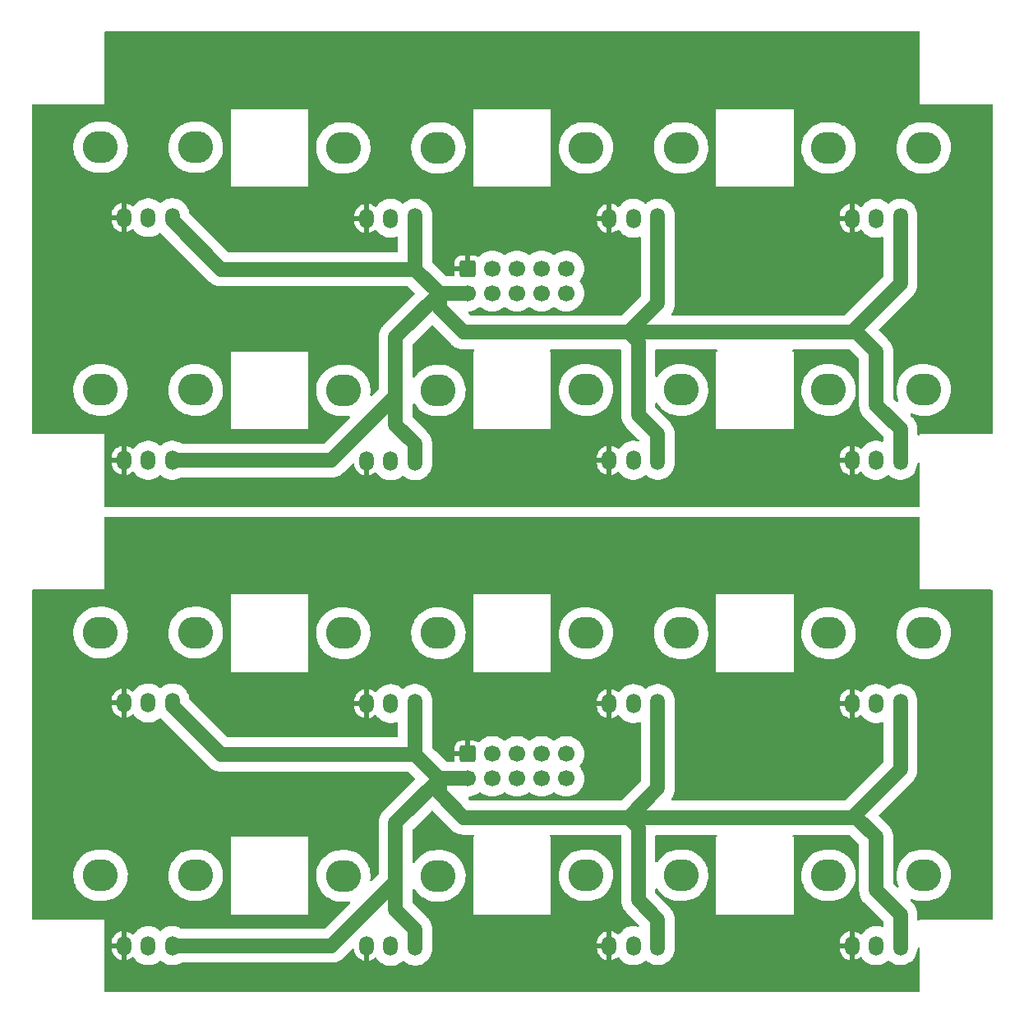
<source format=gtl>
G04 #@! TF.GenerationSoftware,KiCad,Pcbnew,(7.0.0)*
G04 #@! TF.CreationDate,2023-05-19T01:27:26+02:00*
G04 #@! TF.ProjectId,Pot-X2,506f742d-5832-42e6-9b69-6361645f7063,rev?*
G04 #@! TF.SameCoordinates,Original*
G04 #@! TF.FileFunction,Copper,L1,Top*
G04 #@! TF.FilePolarity,Positive*
%FSLAX46Y46*%
G04 Gerber Fmt 4.6, Leading zero omitted, Abs format (unit mm)*
G04 Created by KiCad (PCBNEW (7.0.0)) date 2023-05-19 01:27:26*
%MOMM*%
%LPD*%
G01*
G04 APERTURE LIST*
G04 Aperture macros list*
%AMRoundRect*
0 Rectangle with rounded corners*
0 $1 Rounding radius*
0 $2 $3 $4 $5 $6 $7 $8 $9 X,Y pos of 4 corners*
0 Add a 4 corners polygon primitive as box body*
4,1,4,$2,$3,$4,$5,$6,$7,$8,$9,$2,$3,0*
0 Add four circle primitives for the rounded corners*
1,1,$1+$1,$2,$3*
1,1,$1+$1,$4,$5*
1,1,$1+$1,$6,$7*
1,1,$1+$1,$8,$9*
0 Add four rect primitives between the rounded corners*
20,1,$1+$1,$2,$3,$4,$5,0*
20,1,$1+$1,$4,$5,$6,$7,0*
20,1,$1+$1,$6,$7,$8,$9,0*
20,1,$1+$1,$8,$9,$2,$3,0*%
G04 Aperture macros list end*
G04 #@! TA.AperFunction,ComponentPad*
%ADD10O,1.500000X2.000000*%
G04 #@! TD*
G04 #@! TA.AperFunction,ComponentPad*
%ADD11O,3.600000X3.300000*%
G04 #@! TD*
G04 #@! TA.AperFunction,ComponentPad*
%ADD12RoundRect,0.250000X-0.600000X0.600000X-0.600000X-0.600000X0.600000X-0.600000X0.600000X0.600000X0*%
G04 #@! TD*
G04 #@! TA.AperFunction,ComponentPad*
%ADD13C,1.700000*%
G04 #@! TD*
G04 #@! TA.AperFunction,Conductor*
%ADD14C,1.500000*%
G04 #@! TD*
G04 APERTURE END LIST*
D10*
X146999999Y-80751135D03*
X149493385Y-80753306D03*
X151999999Y-80746691D03*
D11*
X144599999Y-73499999D03*
X154399999Y-73499999D03*
D10*
X121999999Y-80751135D03*
X124493385Y-80753306D03*
X126999999Y-80746691D03*
D11*
X119599999Y-73499999D03*
X129399999Y-73499999D03*
D10*
X121999999Y-105687981D03*
X124493385Y-105690152D03*
X126999999Y-105683537D03*
D11*
X119599999Y-98436845D03*
X129399999Y-98436845D03*
D10*
X96999999Y-80751135D03*
X99493385Y-80753306D03*
X101999999Y-80746691D03*
D11*
X94599999Y-73499999D03*
X104399999Y-73499999D03*
D10*
X96999999Y-105751135D03*
X99493385Y-105753306D03*
X101999999Y-105746691D03*
D11*
X94599999Y-98499999D03*
X104399999Y-98499999D03*
D10*
X71999999Y-80687981D03*
X74493385Y-80690152D03*
X76999999Y-80683537D03*
D11*
X69599999Y-73436845D03*
X79399999Y-73436845D03*
D10*
X71999999Y-105687981D03*
X74493385Y-105690152D03*
X76999999Y-105683537D03*
D11*
X69599999Y-98436845D03*
X79399999Y-98436845D03*
D10*
X146999999Y-105687981D03*
X149493385Y-105690152D03*
X151999999Y-105683537D03*
D11*
X144599999Y-98436845D03*
X154399999Y-98436845D03*
D10*
X146999999Y-30751135D03*
X149493385Y-30753306D03*
X151999999Y-30746691D03*
D11*
X144599999Y-23499999D03*
X154399999Y-23499999D03*
D10*
X96999999Y-55751135D03*
X99493385Y-55753306D03*
X101999999Y-55746691D03*
D11*
X94599999Y-48499999D03*
X104399999Y-48499999D03*
D10*
X146999999Y-55687981D03*
X149493385Y-55690152D03*
X151999999Y-55683537D03*
D11*
X144599999Y-48436845D03*
X154399999Y-48436845D03*
D10*
X71999999Y-55687981D03*
X74493385Y-55690152D03*
X76999999Y-55683537D03*
D11*
X69599999Y-48436845D03*
X79399999Y-48436845D03*
D10*
X71999999Y-30687981D03*
X74493385Y-30690152D03*
X76999999Y-30683537D03*
D11*
X69599999Y-23436845D03*
X79399999Y-23436845D03*
D10*
X121999999Y-30751135D03*
X124493385Y-30753306D03*
X126999999Y-30746691D03*
D11*
X119599999Y-23499999D03*
X129399999Y-23499999D03*
D10*
X96999999Y-30751135D03*
X99493385Y-30753306D03*
X101999999Y-30746691D03*
D11*
X94599999Y-23499999D03*
X104399999Y-23499999D03*
D10*
X121999999Y-55687981D03*
X124493385Y-55690152D03*
X126999999Y-55683537D03*
D11*
X119599999Y-48436845D03*
X129399999Y-48436845D03*
D12*
X107414000Y-85946000D03*
D13*
X107414000Y-88486000D03*
X109954000Y-85946000D03*
X109954000Y-88486000D03*
X112494000Y-85946000D03*
X112494000Y-88486000D03*
X115034000Y-85946000D03*
X115034000Y-88486000D03*
X117574000Y-85946000D03*
X117574000Y-88486000D03*
D12*
X107414000Y-35946000D03*
D13*
X107414000Y-38486000D03*
X109954000Y-35946000D03*
X109954000Y-38486000D03*
X112494000Y-35946000D03*
X112494000Y-38486000D03*
X115034000Y-35946000D03*
X115034000Y-38486000D03*
X117574000Y-35946000D03*
X117574000Y-38486000D03*
D14*
X127000000Y-80746692D02*
X127000000Y-89500000D01*
X104514000Y-88486000D02*
X107414000Y-88486000D01*
X82000000Y-36000000D02*
X102000000Y-36000000D01*
X125000000Y-93500000D02*
X124000000Y-92500000D01*
X100000000Y-93000000D02*
X104500000Y-88500000D01*
X100000000Y-102000000D02*
X102000000Y-104000000D01*
X102000000Y-54000000D02*
X102000000Y-55352500D01*
X104500000Y-38500000D02*
X104514000Y-38486000D01*
X127000000Y-89500000D02*
X124000000Y-92500000D01*
X102000000Y-104000000D02*
X102000000Y-105352500D01*
X127000000Y-30746692D02*
X127000000Y-39500000D01*
X152000000Y-102500000D02*
X149500000Y-100000000D01*
X104500000Y-90000000D02*
X104500000Y-88500000D01*
X77000000Y-55683538D02*
X77016462Y-55700000D01*
X124000000Y-92500000D02*
X123500000Y-92500000D01*
X149500000Y-44500000D02*
X147500000Y-42500000D01*
X102000000Y-86000000D02*
X102000000Y-80746692D01*
X102000000Y-36000000D02*
X102000000Y-30746692D01*
X152000000Y-55375000D02*
X152000000Y-52500000D01*
X104500000Y-40000000D02*
X104500000Y-38500000D01*
X127000000Y-103000000D02*
X125000000Y-101000000D01*
X93377027Y-55700000D02*
X100000000Y-49077027D01*
X100000000Y-98000000D02*
X100000000Y-102000000D01*
X127000000Y-53000000D02*
X125000000Y-51000000D01*
X147000000Y-42500000D02*
X107000000Y-42500000D01*
X125000000Y-43500000D02*
X124000000Y-42500000D01*
X82000000Y-86000000D02*
X102000000Y-86000000D01*
X77016462Y-55700000D02*
X93377027Y-55700000D01*
X104500000Y-88500000D02*
X104514000Y-88486000D01*
X152000000Y-80746692D02*
X152000000Y-87500000D01*
X100000000Y-99077027D02*
X100000000Y-93000000D01*
X93377027Y-105700000D02*
X100000000Y-99077027D01*
X77000000Y-81000000D02*
X82000000Y-86000000D01*
X152000000Y-52500000D02*
X149500000Y-50000000D01*
X77016462Y-105700000D02*
X93377027Y-105700000D01*
X149500000Y-94500000D02*
X147500000Y-92500000D01*
X100000000Y-52000000D02*
X102000000Y-54000000D01*
X100000000Y-49077027D02*
X100000000Y-43000000D01*
X107000000Y-42500000D02*
X104500000Y-40000000D01*
X127000000Y-55352500D02*
X127000000Y-53000000D01*
X124000000Y-42500000D02*
X123500000Y-42500000D01*
X100000000Y-43000000D02*
X104500000Y-38500000D01*
X149500000Y-100000000D02*
X149500000Y-94500000D01*
X77000000Y-105683538D02*
X77016462Y-105700000D01*
X104500000Y-88500000D02*
X102000000Y-86000000D01*
X152000000Y-105375000D02*
X152000000Y-102500000D01*
X149500000Y-50000000D02*
X149500000Y-44500000D01*
X147000000Y-92500000D02*
X107000000Y-92500000D01*
X152000000Y-30746692D02*
X152000000Y-37500000D01*
X100000000Y-48000000D02*
X100000000Y-52000000D01*
X127000000Y-105352500D02*
X127000000Y-103000000D01*
X127000000Y-39500000D02*
X124000000Y-42500000D01*
X104514000Y-38486000D02*
X107414000Y-38486000D01*
X104500000Y-38500000D02*
X102000000Y-36000000D01*
X125000000Y-51000000D02*
X125000000Y-43500000D01*
X152000000Y-37500000D02*
X147000000Y-42500000D01*
X107000000Y-92500000D02*
X104500000Y-90000000D01*
X152000000Y-87500000D02*
X147000000Y-92500000D01*
X77000000Y-31000000D02*
X82000000Y-36000000D01*
X125000000Y-101000000D02*
X125000000Y-93500000D01*
G04 #@! TA.AperFunction,Conductor*
G36*
X153937000Y-11516881D02*
G01*
X153983119Y-11563000D01*
X154000000Y-11626000D01*
X154000000Y-19000000D01*
X161374000Y-19000000D01*
X161437000Y-19016881D01*
X161483119Y-19063000D01*
X161500000Y-19126000D01*
X161500000Y-52874000D01*
X161483119Y-52937000D01*
X161437000Y-52983119D01*
X161374000Y-53000000D01*
X154000000Y-53000000D01*
X154000000Y-53016590D01*
X153998207Y-53023282D01*
X153969397Y-53075795D01*
X153919594Y-53109071D01*
X153860054Y-53115592D01*
X153804229Y-53093883D01*
X153764737Y-53048850D01*
X153750500Y-52990670D01*
X153750500Y-52535091D01*
X153750588Y-52530379D01*
X153751856Y-52496493D01*
X153754181Y-52434364D01*
X153743417Y-52338838D01*
X153742984Y-52334217D01*
X153735802Y-52238370D01*
X153734753Y-52233775D01*
X153734752Y-52233767D01*
X153730060Y-52213213D01*
X153727692Y-52199277D01*
X153727456Y-52197184D01*
X153724805Y-52173650D01*
X153699929Y-52080817D01*
X153698805Y-52076281D01*
X153691071Y-52042397D01*
X153677420Y-51982584D01*
X153667990Y-51958558D01*
X153663575Y-51945139D01*
X153658121Y-51924783D01*
X153658120Y-51924782D01*
X153656900Y-51920226D01*
X153618468Y-51832141D01*
X153616697Y-51827868D01*
X153581568Y-51738357D01*
X153568664Y-51716008D01*
X153562298Y-51703397D01*
X153553868Y-51684074D01*
X153551983Y-51679753D01*
X153500857Y-51598386D01*
X153498443Y-51594381D01*
X153450386Y-51511143D01*
X153447454Y-51507467D01*
X153447445Y-51507453D01*
X153434301Y-51490972D01*
X153426123Y-51479446D01*
X153414912Y-51461603D01*
X153414907Y-51461596D01*
X153412398Y-51457603D01*
X153349700Y-51384748D01*
X153346700Y-51381126D01*
X153308742Y-51333528D01*
X153286805Y-51306019D01*
X153243907Y-51266216D01*
X153216356Y-51240652D01*
X153212963Y-51237382D01*
X153047916Y-51072335D01*
X153014630Y-51013220D01*
X153016823Y-50945413D01*
X153053861Y-50888572D01*
X153115004Y-50859177D01*
X153182527Y-50865748D01*
X153444967Y-50967419D01*
X153762046Y-51047167D01*
X154086523Y-51087346D01*
X154629732Y-51087346D01*
X154631665Y-51087346D01*
X154876334Y-51072255D01*
X155197722Y-51012178D01*
X155509291Y-50913061D01*
X155806317Y-50776406D01*
X156084300Y-50604287D01*
X156339024Y-50399312D01*
X156566628Y-50164587D01*
X156763662Y-49903672D01*
X156927139Y-49620521D01*
X157054581Y-49319426D01*
X157144057Y-49004953D01*
X157194209Y-48681868D01*
X157204278Y-48355069D01*
X157174110Y-48029509D01*
X157104164Y-47710124D01*
X156995499Y-47401755D01*
X156849763Y-47109077D01*
X156669164Y-46836527D01*
X156456442Y-46588237D01*
X156214819Y-46367969D01*
X156211665Y-46365736D01*
X156211656Y-46365729D01*
X155951122Y-46181301D01*
X155951118Y-46181298D01*
X155947960Y-46179063D01*
X155913280Y-46160440D01*
X155663325Y-46026217D01*
X155663320Y-46026214D01*
X155659909Y-46024383D01*
X155656298Y-46022984D01*
X155656287Y-46022979D01*
X155358656Y-45907676D01*
X155358647Y-45907673D01*
X155355033Y-45906273D01*
X155351275Y-45905327D01*
X155351263Y-45905324D01*
X155041724Y-45827473D01*
X155041721Y-45827472D01*
X155037954Y-45826525D01*
X155034109Y-45826048D01*
X155034099Y-45826047D01*
X154717329Y-45786823D01*
X154713477Y-45786346D01*
X154168335Y-45786346D01*
X154166438Y-45786462D01*
X154166405Y-45786464D01*
X153927533Y-45801198D01*
X153927525Y-45801198D01*
X153923666Y-45801437D01*
X153919869Y-45802146D01*
X153919859Y-45802148D01*
X153606082Y-45860802D01*
X153606067Y-45860805D01*
X153602278Y-45861514D01*
X153598597Y-45862684D01*
X153598589Y-45862687D01*
X153294403Y-45959455D01*
X153294390Y-45959459D01*
X153290709Y-45960631D01*
X153287196Y-45962246D01*
X153287181Y-45962253D01*
X152997225Y-46095656D01*
X152997219Y-46095658D01*
X152993683Y-46097286D01*
X152990381Y-46099330D01*
X152990367Y-46099338D01*
X152719008Y-46267356D01*
X152718999Y-46267362D01*
X152715700Y-46269405D01*
X152712679Y-46271835D01*
X152712669Y-46271843D01*
X152463999Y-46471947D01*
X152463995Y-46471950D01*
X152460976Y-46474380D01*
X152458289Y-46477151D01*
X152458277Y-46477162D01*
X152236067Y-46706324D01*
X152236054Y-46706338D01*
X152233372Y-46709105D01*
X152231044Y-46712186D01*
X152231036Y-46712197D01*
X152038679Y-46966919D01*
X152038673Y-46966927D01*
X152036338Y-46970020D01*
X152034396Y-46973382D01*
X152034395Y-46973385D01*
X151874802Y-47249807D01*
X151874794Y-47249822D01*
X151872861Y-47253171D01*
X151871352Y-47256734D01*
X151871347Y-47256746D01*
X151746932Y-47550690D01*
X151746929Y-47550698D01*
X151745419Y-47554266D01*
X151744361Y-47557981D01*
X151744356Y-47557998D01*
X151657005Y-47865003D01*
X151657001Y-47865018D01*
X151655943Y-47868739D01*
X151655347Y-47872573D01*
X151655347Y-47872577D01*
X151606386Y-48187984D01*
X151606384Y-48188001D01*
X151605791Y-48191824D01*
X151605671Y-48195705D01*
X151605671Y-48195710D01*
X151595841Y-48514741D01*
X151595841Y-48514750D01*
X151595722Y-48518623D01*
X151596079Y-48522483D01*
X151596080Y-48522492D01*
X151610489Y-48677981D01*
X151625890Y-48844183D01*
X151695836Y-49163568D01*
X151804501Y-49471937D01*
X151806226Y-49475401D01*
X151806231Y-49475413D01*
X151814259Y-49491535D01*
X151826818Y-49560482D01*
X151800598Y-49625474D01*
X151743710Y-49666405D01*
X151673755Y-49670611D01*
X151612373Y-49636792D01*
X151287405Y-49311824D01*
X151260091Y-49270947D01*
X151250500Y-49222729D01*
X151250500Y-44535091D01*
X151250588Y-44530379D01*
X151251104Y-44516590D01*
X151254181Y-44434363D01*
X151243417Y-44338836D01*
X151242984Y-44334215D01*
X151235802Y-44238370D01*
X151234753Y-44233775D01*
X151234752Y-44233767D01*
X151230060Y-44213213D01*
X151227692Y-44199277D01*
X151225333Y-44178337D01*
X151224805Y-44173650D01*
X151199936Y-44080839D01*
X151198809Y-44076296D01*
X151177420Y-43982584D01*
X151167989Y-43958556D01*
X151163578Y-43945149D01*
X151156900Y-43920225D01*
X151155014Y-43915904D01*
X151155012Y-43915896D01*
X151118473Y-43832149D01*
X151116669Y-43827794D01*
X151099227Y-43783352D01*
X151081568Y-43738357D01*
X151068664Y-43716008D01*
X151062298Y-43703397D01*
X151053868Y-43684074D01*
X151051983Y-43679753D01*
X151000857Y-43598386D01*
X150998443Y-43594381D01*
X150950386Y-43511143D01*
X150947454Y-43507467D01*
X150947445Y-43507453D01*
X150934301Y-43490972D01*
X150926123Y-43479446D01*
X150914912Y-43461603D01*
X150914907Y-43461596D01*
X150912398Y-43457603D01*
X150849700Y-43384748D01*
X150846700Y-43381126D01*
X150789744Y-43309705D01*
X150786805Y-43306019D01*
X150716356Y-43240652D01*
X150712963Y-43237382D01*
X149814675Y-42339094D01*
X149782063Y-42282610D01*
X149782063Y-42217388D01*
X149814672Y-42160908D01*
X153213002Y-38762577D01*
X153216341Y-38759360D01*
X153286805Y-38693981D01*
X153346726Y-38618841D01*
X153349695Y-38615256D01*
X153412398Y-38542397D01*
X153426136Y-38520532D01*
X153434286Y-38509043D01*
X153450386Y-38488857D01*
X153498427Y-38405645D01*
X153500839Y-38401640D01*
X153551984Y-38320247D01*
X153562304Y-38296589D01*
X153568668Y-38283984D01*
X153581568Y-38261643D01*
X153616677Y-38172180D01*
X153618447Y-38167906D01*
X153656901Y-38079774D01*
X153663579Y-38054848D01*
X153667993Y-38041433D01*
X153677420Y-38017416D01*
X153698810Y-37923697D01*
X153699924Y-37919203D01*
X153724805Y-37826350D01*
X153727693Y-37800714D01*
X153730061Y-37786779D01*
X153735802Y-37761630D01*
X153742983Y-37665791D01*
X153743418Y-37661150D01*
X153754181Y-37565636D01*
X153753576Y-37549477D01*
X153750588Y-37469621D01*
X153750500Y-37464909D01*
X153750500Y-30433551D01*
X153750500Y-30431198D01*
X153735802Y-30235062D01*
X153677420Y-29979276D01*
X153581568Y-29735049D01*
X153450386Y-29507835D01*
X153286805Y-29302711D01*
X153222706Y-29243236D01*
X153097934Y-29127464D01*
X153097928Y-29127459D01*
X153094479Y-29124259D01*
X153090586Y-29121604D01*
X153090580Y-29121600D01*
X152881600Y-28979120D01*
X152881597Y-28979118D01*
X152877704Y-28976464D01*
X152659308Y-28871290D01*
X152645572Y-28864675D01*
X152645569Y-28864674D01*
X152641323Y-28862629D01*
X152636825Y-28861241D01*
X152636816Y-28861238D01*
X152395121Y-28786686D01*
X152395122Y-28786686D01*
X152390615Y-28785296D01*
X152385962Y-28784594D01*
X152385955Y-28784593D01*
X152135842Y-28746894D01*
X152135836Y-28746893D01*
X152131182Y-28746192D01*
X151868818Y-28746192D01*
X151864164Y-28746893D01*
X151864157Y-28746894D01*
X151614044Y-28784593D01*
X151614034Y-28784595D01*
X151609385Y-28785296D01*
X151604880Y-28786685D01*
X151604878Y-28786686D01*
X151363183Y-28861238D01*
X151363170Y-28861243D01*
X151358677Y-28862629D01*
X151354434Y-28864671D01*
X151354427Y-28864675D01*
X151126544Y-28974418D01*
X151126541Y-28974419D01*
X151122296Y-28976464D01*
X151118407Y-28979114D01*
X151118399Y-28979120D01*
X150909416Y-29121603D01*
X150909412Y-29121605D01*
X150905521Y-29124259D01*
X150828830Y-29195417D01*
X150828829Y-29195418D01*
X150774219Y-29225156D01*
X150712037Y-29225156D01*
X150657427Y-29195417D01*
X150591320Y-29134080D01*
X150591319Y-29134079D01*
X150587865Y-29130874D01*
X150371090Y-28983079D01*
X150226213Y-28913310D01*
X150138958Y-28871290D01*
X150138955Y-28871289D01*
X150134709Y-28869244D01*
X150130211Y-28867856D01*
X150130202Y-28867853D01*
X149888507Y-28793301D01*
X149888508Y-28793301D01*
X149884001Y-28791911D01*
X149879348Y-28791209D01*
X149879341Y-28791208D01*
X149629228Y-28753509D01*
X149629222Y-28753508D01*
X149624568Y-28752807D01*
X149362204Y-28752807D01*
X149357550Y-28753508D01*
X149357543Y-28753509D01*
X149107430Y-28791208D01*
X149107420Y-28791210D01*
X149102771Y-28791911D01*
X149098266Y-28793300D01*
X149098264Y-28793301D01*
X148856569Y-28867853D01*
X148856556Y-28867858D01*
X148852063Y-28869244D01*
X148847820Y-28871286D01*
X148847813Y-28871290D01*
X148619930Y-28981033D01*
X148619927Y-28981034D01*
X148615682Y-28983079D01*
X148611793Y-28985729D01*
X148611785Y-28985735D01*
X148402805Y-29128215D01*
X148402793Y-29128224D01*
X148398907Y-29130874D01*
X148395463Y-29134068D01*
X148395451Y-29134079D01*
X148210030Y-29306125D01*
X148210024Y-29306130D01*
X148206581Y-29309326D01*
X148203653Y-29312996D01*
X148203646Y-29313005D01*
X148045935Y-29510769D01*
X148045932Y-29510773D01*
X148043000Y-29514450D01*
X148040651Y-29518516D01*
X148040641Y-29518533D01*
X148032663Y-29532352D01*
X147994132Y-29573720D01*
X147941391Y-29594077D01*
X147885058Y-29589324D01*
X147836473Y-29560419D01*
X147791609Y-29517525D01*
X147782799Y-29510499D01*
X147603262Y-29391989D01*
X147593326Y-29386642D01*
X147395523Y-29302097D01*
X147384796Y-29298611D01*
X147267840Y-29271917D01*
X147256520Y-29271917D01*
X147254000Y-29282956D01*
X147254000Y-32218191D01*
X147257946Y-32231700D01*
X147271866Y-32233798D01*
X147275460Y-32233311D01*
X147286443Y-32230804D01*
X147491045Y-32164325D01*
X147501403Y-32159898D01*
X147690847Y-32057954D01*
X147700257Y-32051742D01*
X147844026Y-31937090D01*
X147892256Y-31913305D01*
X147946011Y-31911797D01*
X147995499Y-31932840D01*
X148031704Y-31972598D01*
X148043000Y-31992164D01*
X148206581Y-32197288D01*
X148229109Y-32218191D01*
X148395451Y-32372534D01*
X148395456Y-32372538D01*
X148398907Y-32375740D01*
X148402801Y-32378395D01*
X148402805Y-32378398D01*
X148519155Y-32457724D01*
X148615682Y-32523535D01*
X148852063Y-32637370D01*
X149102771Y-32714703D01*
X149362204Y-32753807D01*
X149619852Y-32753807D01*
X149624568Y-32753807D01*
X149884001Y-32714703D01*
X150086362Y-32652282D01*
X150144606Y-32648465D01*
X150198321Y-32671306D01*
X150235980Y-32715902D01*
X150249500Y-32772685D01*
X150249500Y-36722729D01*
X150239909Y-36770947D01*
X150212595Y-36811824D01*
X146311824Y-40712595D01*
X146270947Y-40739909D01*
X146222729Y-40749500D01*
X128508702Y-40749500D01*
X128442666Y-40730809D01*
X128396222Y-40680282D01*
X128383148Y-40612908D01*
X128407324Y-40548677D01*
X128409314Y-40545980D01*
X128412398Y-40542397D01*
X128426126Y-40520546D01*
X128434298Y-40509028D01*
X128450386Y-40488857D01*
X128498451Y-40405604D01*
X128500824Y-40401664D01*
X128551984Y-40320246D01*
X128562302Y-40296594D01*
X128568667Y-40283988D01*
X128571408Y-40279239D01*
X128581568Y-40261643D01*
X128616691Y-40172149D01*
X128618453Y-40167895D01*
X128656901Y-40079774D01*
X128663579Y-40054848D01*
X128667993Y-40041433D01*
X128677420Y-40017416D01*
X128698810Y-39923697D01*
X128699924Y-39919203D01*
X128724805Y-39826350D01*
X128727693Y-39800714D01*
X128730061Y-39786779D01*
X128735802Y-39761630D01*
X128742983Y-39665791D01*
X128743418Y-39661150D01*
X128754181Y-39565636D01*
X128750587Y-39469620D01*
X128750500Y-39464909D01*
X128750500Y-31054814D01*
X145742000Y-31054814D01*
X145742252Y-31060444D01*
X145756705Y-31221031D01*
X145758719Y-31232127D01*
X145815949Y-31439491D01*
X145819913Y-31450055D01*
X145913248Y-31643868D01*
X145919034Y-31653552D01*
X146045481Y-31827592D01*
X146052895Y-31836078D01*
X146208390Y-31984746D01*
X146217200Y-31991772D01*
X146396737Y-32110282D01*
X146406673Y-32115629D01*
X146604476Y-32200174D01*
X146615203Y-32203660D01*
X146732160Y-32230355D01*
X146743480Y-32230355D01*
X146746000Y-32219316D01*
X146746000Y-31021726D01*
X146742493Y-31008642D01*
X146729410Y-31005136D01*
X145758590Y-31005136D01*
X145745506Y-31008642D01*
X145742000Y-31021726D01*
X145742000Y-31054814D01*
X128750500Y-31054814D01*
X128750500Y-30480546D01*
X145742000Y-30480546D01*
X145745506Y-30493629D01*
X145758590Y-30497136D01*
X146729410Y-30497136D01*
X146742493Y-30493629D01*
X146746000Y-30480546D01*
X146746000Y-29284081D01*
X146742053Y-29270571D01*
X146728133Y-29268473D01*
X146724539Y-29268960D01*
X146713556Y-29271467D01*
X146508954Y-29337946D01*
X146498596Y-29342373D01*
X146309152Y-29444317D01*
X146299749Y-29450524D01*
X146131550Y-29584659D01*
X146123406Y-29592446D01*
X145981868Y-29754448D01*
X145975239Y-29763572D01*
X145864899Y-29948251D01*
X145860013Y-29958396D01*
X145784420Y-30159813D01*
X145781422Y-30170676D01*
X145743011Y-30382342D01*
X145742000Y-30393576D01*
X145742000Y-30480546D01*
X128750500Y-30480546D01*
X128750500Y-30433551D01*
X128750500Y-30431198D01*
X128735802Y-30235062D01*
X128677420Y-29979276D01*
X128581568Y-29735049D01*
X128450386Y-29507835D01*
X128286805Y-29302711D01*
X128222706Y-29243236D01*
X128097934Y-29127464D01*
X128097928Y-29127459D01*
X128094479Y-29124259D01*
X128090586Y-29121604D01*
X128090580Y-29121600D01*
X127881600Y-28979120D01*
X127881597Y-28979118D01*
X127877704Y-28976464D01*
X127659308Y-28871290D01*
X127645572Y-28864675D01*
X127645569Y-28864674D01*
X127641323Y-28862629D01*
X127636825Y-28861241D01*
X127636816Y-28861238D01*
X127395121Y-28786686D01*
X127395122Y-28786686D01*
X127390615Y-28785296D01*
X127385962Y-28784594D01*
X127385955Y-28784593D01*
X127135842Y-28746894D01*
X127135836Y-28746893D01*
X127131182Y-28746192D01*
X126868818Y-28746192D01*
X126864164Y-28746893D01*
X126864157Y-28746894D01*
X126614044Y-28784593D01*
X126614034Y-28784595D01*
X126609385Y-28785296D01*
X126604880Y-28786685D01*
X126604878Y-28786686D01*
X126363183Y-28861238D01*
X126363170Y-28861243D01*
X126358677Y-28862629D01*
X126354434Y-28864671D01*
X126354427Y-28864675D01*
X126126544Y-28974418D01*
X126126541Y-28974419D01*
X126122296Y-28976464D01*
X126118407Y-28979114D01*
X126118399Y-28979120D01*
X125909416Y-29121603D01*
X125909412Y-29121605D01*
X125905521Y-29124259D01*
X125828830Y-29195417D01*
X125828829Y-29195418D01*
X125774219Y-29225156D01*
X125712037Y-29225156D01*
X125657427Y-29195417D01*
X125591320Y-29134080D01*
X125591319Y-29134079D01*
X125587865Y-29130874D01*
X125371090Y-28983079D01*
X125226213Y-28913310D01*
X125138958Y-28871290D01*
X125138955Y-28871289D01*
X125134709Y-28869244D01*
X125130211Y-28867856D01*
X125130202Y-28867853D01*
X124888507Y-28793301D01*
X124888508Y-28793301D01*
X124884001Y-28791911D01*
X124879348Y-28791209D01*
X124879341Y-28791208D01*
X124629228Y-28753509D01*
X124629222Y-28753508D01*
X124624568Y-28752807D01*
X124362204Y-28752807D01*
X124357550Y-28753508D01*
X124357543Y-28753509D01*
X124107430Y-28791208D01*
X124107420Y-28791210D01*
X124102771Y-28791911D01*
X124098266Y-28793300D01*
X124098264Y-28793301D01*
X123856569Y-28867853D01*
X123856556Y-28867858D01*
X123852063Y-28869244D01*
X123847820Y-28871286D01*
X123847813Y-28871290D01*
X123619930Y-28981033D01*
X123619927Y-28981034D01*
X123615682Y-28983079D01*
X123611793Y-28985729D01*
X123611785Y-28985735D01*
X123402805Y-29128215D01*
X123402793Y-29128224D01*
X123398907Y-29130874D01*
X123395463Y-29134068D01*
X123395451Y-29134079D01*
X123210030Y-29306125D01*
X123210024Y-29306130D01*
X123206581Y-29309326D01*
X123203653Y-29312996D01*
X123203646Y-29313005D01*
X123045935Y-29510769D01*
X123045932Y-29510773D01*
X123043000Y-29514450D01*
X123040651Y-29518516D01*
X123040641Y-29518533D01*
X123032663Y-29532352D01*
X122994132Y-29573720D01*
X122941391Y-29594077D01*
X122885058Y-29589324D01*
X122836473Y-29560419D01*
X122791609Y-29517525D01*
X122782799Y-29510499D01*
X122603262Y-29391989D01*
X122593326Y-29386642D01*
X122395523Y-29302097D01*
X122384796Y-29298611D01*
X122267840Y-29271917D01*
X122256520Y-29271917D01*
X122254000Y-29282956D01*
X122254000Y-32218191D01*
X122257946Y-32231700D01*
X122271866Y-32233798D01*
X122275460Y-32233311D01*
X122286443Y-32230804D01*
X122491045Y-32164325D01*
X122501403Y-32159898D01*
X122690847Y-32057954D01*
X122700257Y-32051742D01*
X122844026Y-31937090D01*
X122892256Y-31913305D01*
X122946011Y-31911797D01*
X122995499Y-31932840D01*
X123031704Y-31972598D01*
X123043000Y-31992164D01*
X123206581Y-32197288D01*
X123229109Y-32218191D01*
X123395451Y-32372534D01*
X123395456Y-32372538D01*
X123398907Y-32375740D01*
X123402801Y-32378395D01*
X123402805Y-32378398D01*
X123519155Y-32457724D01*
X123615682Y-32523535D01*
X123852063Y-32637370D01*
X124102771Y-32714703D01*
X124362204Y-32753807D01*
X124619852Y-32753807D01*
X124624568Y-32753807D01*
X124884001Y-32714703D01*
X125086362Y-32652282D01*
X125144606Y-32648465D01*
X125198321Y-32671306D01*
X125235980Y-32715902D01*
X125249500Y-32772685D01*
X125249500Y-38722729D01*
X125239909Y-38770947D01*
X125212595Y-38811824D01*
X123311824Y-40712595D01*
X123270947Y-40739909D01*
X123222729Y-40749500D01*
X107777271Y-40749500D01*
X107729053Y-40739909D01*
X107688176Y-40712595D01*
X107518386Y-40542805D01*
X107488216Y-40494353D01*
X107482520Y-40437561D01*
X107502467Y-40384082D01*
X107543963Y-40344892D01*
X107598491Y-40328031D01*
X107678026Y-40322343D01*
X107936678Y-40266077D01*
X108184689Y-40173574D01*
X108417011Y-40046716D01*
X108608491Y-39903375D01*
X108657217Y-39881123D01*
X108710783Y-39881123D01*
X108759508Y-39903375D01*
X108950989Y-40046716D01*
X109183311Y-40173574D01*
X109431322Y-40266077D01*
X109689974Y-40322343D01*
X109954000Y-40341227D01*
X110218026Y-40322343D01*
X110476678Y-40266077D01*
X110724689Y-40173574D01*
X110957011Y-40046716D01*
X111148491Y-39903375D01*
X111197217Y-39881123D01*
X111250783Y-39881123D01*
X111299508Y-39903375D01*
X111490989Y-40046716D01*
X111723311Y-40173574D01*
X111971322Y-40266077D01*
X112229974Y-40322343D01*
X112494000Y-40341227D01*
X112758026Y-40322343D01*
X113016678Y-40266077D01*
X113264689Y-40173574D01*
X113497011Y-40046716D01*
X113688491Y-39903375D01*
X113737217Y-39881123D01*
X113790783Y-39881123D01*
X113839508Y-39903375D01*
X114030989Y-40046716D01*
X114263311Y-40173574D01*
X114511322Y-40266077D01*
X114769974Y-40322343D01*
X115034000Y-40341227D01*
X115298026Y-40322343D01*
X115556678Y-40266077D01*
X115804689Y-40173574D01*
X116037011Y-40046716D01*
X116228491Y-39903375D01*
X116277217Y-39881123D01*
X116330783Y-39881123D01*
X116379508Y-39903375D01*
X116570989Y-40046716D01*
X116803311Y-40173574D01*
X117051322Y-40266077D01*
X117309974Y-40322343D01*
X117574000Y-40341227D01*
X117838026Y-40322343D01*
X118096678Y-40266077D01*
X118344689Y-40173574D01*
X118577011Y-40046716D01*
X118788915Y-39888087D01*
X118976087Y-39700915D01*
X119134716Y-39489011D01*
X119261574Y-39256689D01*
X119354077Y-39008678D01*
X119410343Y-38750026D01*
X119429227Y-38486000D01*
X119410343Y-38221974D01*
X119354077Y-37963322D01*
X119274699Y-37750500D01*
X119263147Y-37719528D01*
X119263146Y-37719526D01*
X119261574Y-37715311D01*
X119253177Y-37699934D01*
X119230345Y-37658120D01*
X119134716Y-37482989D01*
X119112070Y-37452738D01*
X119066002Y-37391198D01*
X118991375Y-37291508D01*
X118969123Y-37242783D01*
X118969123Y-37189217D01*
X118991376Y-37140491D01*
X119134716Y-36949011D01*
X119261574Y-36716689D01*
X119354077Y-36468678D01*
X119410343Y-36210026D01*
X119429227Y-35946000D01*
X119410343Y-35681974D01*
X119354077Y-35423322D01*
X119261574Y-35175311D01*
X119134716Y-34942989D01*
X118976087Y-34731085D01*
X118788915Y-34543913D01*
X118768490Y-34528623D01*
X118580617Y-34387983D01*
X118580613Y-34387980D01*
X118577011Y-34385284D01*
X118550410Y-34370758D01*
X118348642Y-34260584D01*
X118348636Y-34260581D01*
X118344689Y-34258426D01*
X118340480Y-34256856D01*
X118340471Y-34256852D01*
X118100896Y-34167496D01*
X118100893Y-34167495D01*
X118096678Y-34165923D01*
X118092283Y-34164967D01*
X118092280Y-34164966D01*
X117842419Y-34110612D01*
X117842410Y-34110610D01*
X117838026Y-34109657D01*
X117574000Y-34090773D01*
X117569512Y-34091094D01*
X117314461Y-34109336D01*
X117314459Y-34109336D01*
X117309974Y-34109657D01*
X117305591Y-34110610D01*
X117305580Y-34110612D01*
X117055719Y-34164966D01*
X117055712Y-34164967D01*
X117051322Y-34165923D01*
X117047110Y-34167493D01*
X117047103Y-34167496D01*
X116807528Y-34256852D01*
X116807514Y-34256858D01*
X116803311Y-34258426D01*
X116799368Y-34260578D01*
X116799357Y-34260584D01*
X116574942Y-34383125D01*
X116574936Y-34383128D01*
X116570989Y-34385284D01*
X116567392Y-34387975D01*
X116567382Y-34387983D01*
X116379509Y-34528623D01*
X116330783Y-34550876D01*
X116277217Y-34550876D01*
X116228491Y-34528623D01*
X116040617Y-34387983D01*
X116040613Y-34387980D01*
X116037011Y-34385284D01*
X116010410Y-34370758D01*
X115808642Y-34260584D01*
X115808636Y-34260581D01*
X115804689Y-34258426D01*
X115800480Y-34256856D01*
X115800471Y-34256852D01*
X115560896Y-34167496D01*
X115560893Y-34167495D01*
X115556678Y-34165923D01*
X115552283Y-34164967D01*
X115552280Y-34164966D01*
X115302419Y-34110612D01*
X115302410Y-34110610D01*
X115298026Y-34109657D01*
X115034000Y-34090773D01*
X115029512Y-34091094D01*
X114774461Y-34109336D01*
X114774459Y-34109336D01*
X114769974Y-34109657D01*
X114765591Y-34110610D01*
X114765580Y-34110612D01*
X114515719Y-34164966D01*
X114515712Y-34164967D01*
X114511322Y-34165923D01*
X114507110Y-34167493D01*
X114507103Y-34167496D01*
X114267528Y-34256852D01*
X114267514Y-34256858D01*
X114263311Y-34258426D01*
X114259368Y-34260578D01*
X114259357Y-34260584D01*
X114034942Y-34383125D01*
X114034936Y-34383128D01*
X114030989Y-34385284D01*
X114027392Y-34387975D01*
X114027382Y-34387983D01*
X113839509Y-34528623D01*
X113790783Y-34550876D01*
X113737217Y-34550876D01*
X113688491Y-34528623D01*
X113500617Y-34387983D01*
X113500613Y-34387980D01*
X113497011Y-34385284D01*
X113470410Y-34370758D01*
X113268642Y-34260584D01*
X113268636Y-34260581D01*
X113264689Y-34258426D01*
X113260480Y-34256856D01*
X113260471Y-34256852D01*
X113020896Y-34167496D01*
X113020893Y-34167495D01*
X113016678Y-34165923D01*
X113012283Y-34164967D01*
X113012280Y-34164966D01*
X112762419Y-34110612D01*
X112762410Y-34110610D01*
X112758026Y-34109657D01*
X112494000Y-34090773D01*
X112489512Y-34091094D01*
X112234461Y-34109336D01*
X112234459Y-34109336D01*
X112229974Y-34109657D01*
X112225591Y-34110610D01*
X112225580Y-34110612D01*
X111975719Y-34164966D01*
X111975712Y-34164967D01*
X111971322Y-34165923D01*
X111967110Y-34167493D01*
X111967103Y-34167496D01*
X111727528Y-34256852D01*
X111727514Y-34256858D01*
X111723311Y-34258426D01*
X111719368Y-34260578D01*
X111719357Y-34260584D01*
X111494942Y-34383125D01*
X111494936Y-34383128D01*
X111490989Y-34385284D01*
X111487392Y-34387975D01*
X111487382Y-34387983D01*
X111299509Y-34528623D01*
X111250783Y-34550876D01*
X111197217Y-34550876D01*
X111148491Y-34528623D01*
X110960617Y-34387983D01*
X110960613Y-34387980D01*
X110957011Y-34385284D01*
X110930410Y-34370758D01*
X110728642Y-34260584D01*
X110728636Y-34260581D01*
X110724689Y-34258426D01*
X110720480Y-34256856D01*
X110720471Y-34256852D01*
X110480896Y-34167496D01*
X110480893Y-34167495D01*
X110476678Y-34165923D01*
X110472283Y-34164967D01*
X110472280Y-34164966D01*
X110222419Y-34110612D01*
X110222410Y-34110610D01*
X110218026Y-34109657D01*
X109954000Y-34090773D01*
X109949512Y-34091094D01*
X109694461Y-34109336D01*
X109694459Y-34109336D01*
X109689974Y-34109657D01*
X109685591Y-34110610D01*
X109685580Y-34110612D01*
X109435719Y-34164966D01*
X109435712Y-34164967D01*
X109431322Y-34165923D01*
X109427110Y-34167493D01*
X109427103Y-34167496D01*
X109187528Y-34256852D01*
X109187514Y-34256858D01*
X109183311Y-34258426D01*
X109179368Y-34260578D01*
X109179357Y-34260584D01*
X108954942Y-34383125D01*
X108954936Y-34383128D01*
X108950989Y-34385284D01*
X108947392Y-34387975D01*
X108947382Y-34387983D01*
X108742688Y-34541215D01*
X108742680Y-34541221D01*
X108739085Y-34543913D01*
X108735905Y-34547092D01*
X108735906Y-34547092D01*
X108587656Y-34695342D01*
X108540505Y-34725060D01*
X108485147Y-34731530D01*
X108432414Y-34713487D01*
X108342766Y-34658192D01*
X108329564Y-34652035D01*
X108174846Y-34600767D01*
X108161488Y-34597907D01*
X108067692Y-34588325D01*
X108061303Y-34588000D01*
X107684590Y-34588000D01*
X107671506Y-34591506D01*
X107668000Y-34604590D01*
X107668000Y-36074000D01*
X107651119Y-36137000D01*
X107605000Y-36183119D01*
X107542000Y-36200000D01*
X106072590Y-36200000D01*
X106059506Y-36203506D01*
X106056000Y-36216590D01*
X106056000Y-36593303D01*
X106056489Y-36602907D01*
X106054893Y-36602988D01*
X106043811Y-36664955D01*
X105997337Y-36716419D01*
X105930671Y-36735500D01*
X105263271Y-36735500D01*
X105215053Y-36725909D01*
X105174176Y-36698595D01*
X104150991Y-35675410D01*
X106056000Y-35675410D01*
X106059506Y-35688493D01*
X106072590Y-35692000D01*
X107143410Y-35692000D01*
X107156493Y-35688493D01*
X107160000Y-35675410D01*
X107160000Y-34604590D01*
X107156493Y-34591506D01*
X107143410Y-34588000D01*
X106766697Y-34588000D01*
X106760307Y-34588325D01*
X106666511Y-34597907D01*
X106653153Y-34600767D01*
X106498435Y-34652035D01*
X106485232Y-34658192D01*
X106346908Y-34743511D01*
X106335467Y-34752558D01*
X106220558Y-34867467D01*
X106211511Y-34878908D01*
X106126192Y-35017232D01*
X106120035Y-35030435D01*
X106068767Y-35185153D01*
X106065907Y-35198511D01*
X106056325Y-35292307D01*
X106056000Y-35298698D01*
X106056000Y-35675410D01*
X104150991Y-35675410D01*
X103787405Y-35311824D01*
X103760091Y-35270947D01*
X103750500Y-35222729D01*
X103750500Y-31054814D01*
X120742000Y-31054814D01*
X120742252Y-31060444D01*
X120756705Y-31221031D01*
X120758719Y-31232127D01*
X120815949Y-31439491D01*
X120819913Y-31450055D01*
X120913248Y-31643868D01*
X120919034Y-31653552D01*
X121045481Y-31827592D01*
X121052895Y-31836078D01*
X121208390Y-31984746D01*
X121217200Y-31991772D01*
X121396737Y-32110282D01*
X121406673Y-32115629D01*
X121604476Y-32200174D01*
X121615203Y-32203660D01*
X121732160Y-32230355D01*
X121743480Y-32230355D01*
X121746000Y-32219316D01*
X121746000Y-31021726D01*
X121742493Y-31008642D01*
X121729410Y-31005136D01*
X120758590Y-31005136D01*
X120745506Y-31008642D01*
X120742000Y-31021726D01*
X120742000Y-31054814D01*
X103750500Y-31054814D01*
X103750500Y-30480546D01*
X120742000Y-30480546D01*
X120745506Y-30493629D01*
X120758590Y-30497136D01*
X121729410Y-30497136D01*
X121742493Y-30493629D01*
X121746000Y-30480546D01*
X121746000Y-29284081D01*
X121742053Y-29270571D01*
X121728133Y-29268473D01*
X121724539Y-29268960D01*
X121713556Y-29271467D01*
X121508954Y-29337946D01*
X121498596Y-29342373D01*
X121309152Y-29444317D01*
X121299749Y-29450524D01*
X121131550Y-29584659D01*
X121123406Y-29592446D01*
X120981868Y-29754448D01*
X120975239Y-29763572D01*
X120864899Y-29948251D01*
X120860013Y-29958396D01*
X120784420Y-30159813D01*
X120781422Y-30170676D01*
X120743011Y-30382342D01*
X120742000Y-30393576D01*
X120742000Y-30480546D01*
X103750500Y-30480546D01*
X103750500Y-30433551D01*
X103750500Y-30431198D01*
X103735802Y-30235062D01*
X103677420Y-29979276D01*
X103581568Y-29735049D01*
X103450386Y-29507835D01*
X103286805Y-29302711D01*
X103222706Y-29243236D01*
X103097934Y-29127464D01*
X103097928Y-29127459D01*
X103094479Y-29124259D01*
X103090586Y-29121604D01*
X103090580Y-29121600D01*
X102881600Y-28979120D01*
X102881597Y-28979118D01*
X102877704Y-28976464D01*
X102659308Y-28871290D01*
X102645572Y-28864675D01*
X102645569Y-28864674D01*
X102641323Y-28862629D01*
X102636825Y-28861241D01*
X102636816Y-28861238D01*
X102395121Y-28786686D01*
X102395122Y-28786686D01*
X102390615Y-28785296D01*
X102385962Y-28784594D01*
X102385955Y-28784593D01*
X102135842Y-28746894D01*
X102135836Y-28746893D01*
X102131182Y-28746192D01*
X101868818Y-28746192D01*
X101864164Y-28746893D01*
X101864157Y-28746894D01*
X101614044Y-28784593D01*
X101614034Y-28784595D01*
X101609385Y-28785296D01*
X101604880Y-28786685D01*
X101604878Y-28786686D01*
X101363183Y-28861238D01*
X101363170Y-28861243D01*
X101358677Y-28862629D01*
X101354434Y-28864671D01*
X101354427Y-28864675D01*
X101126544Y-28974418D01*
X101126541Y-28974419D01*
X101122296Y-28976464D01*
X101118407Y-28979114D01*
X101118399Y-28979120D01*
X100909416Y-29121603D01*
X100909412Y-29121605D01*
X100905521Y-29124259D01*
X100828830Y-29195417D01*
X100828829Y-29195418D01*
X100774219Y-29225156D01*
X100712037Y-29225156D01*
X100657427Y-29195417D01*
X100591320Y-29134080D01*
X100591319Y-29134079D01*
X100587865Y-29130874D01*
X100371090Y-28983079D01*
X100226213Y-28913310D01*
X100138958Y-28871290D01*
X100138955Y-28871289D01*
X100134709Y-28869244D01*
X100130211Y-28867856D01*
X100130202Y-28867853D01*
X99888507Y-28793301D01*
X99888508Y-28793301D01*
X99884001Y-28791911D01*
X99879348Y-28791209D01*
X99879341Y-28791208D01*
X99629228Y-28753509D01*
X99629222Y-28753508D01*
X99624568Y-28752807D01*
X99362204Y-28752807D01*
X99357550Y-28753508D01*
X99357543Y-28753509D01*
X99107430Y-28791208D01*
X99107420Y-28791210D01*
X99102771Y-28791911D01*
X99098266Y-28793300D01*
X99098264Y-28793301D01*
X98856569Y-28867853D01*
X98856556Y-28867858D01*
X98852063Y-28869244D01*
X98847820Y-28871286D01*
X98847813Y-28871290D01*
X98619930Y-28981033D01*
X98619927Y-28981034D01*
X98615682Y-28983079D01*
X98611793Y-28985729D01*
X98611785Y-28985735D01*
X98402805Y-29128215D01*
X98402793Y-29128224D01*
X98398907Y-29130874D01*
X98395463Y-29134068D01*
X98395451Y-29134079D01*
X98210030Y-29306125D01*
X98210024Y-29306130D01*
X98206581Y-29309326D01*
X98203653Y-29312996D01*
X98203646Y-29313005D01*
X98045935Y-29510769D01*
X98045932Y-29510773D01*
X98043000Y-29514450D01*
X98040651Y-29518516D01*
X98040641Y-29518533D01*
X98032663Y-29532352D01*
X97994132Y-29573720D01*
X97941391Y-29594077D01*
X97885058Y-29589324D01*
X97836473Y-29560419D01*
X97791609Y-29517525D01*
X97782799Y-29510499D01*
X97603262Y-29391989D01*
X97593326Y-29386642D01*
X97395523Y-29302097D01*
X97384796Y-29298611D01*
X97267840Y-29271917D01*
X97256520Y-29271917D01*
X97254000Y-29282956D01*
X97254000Y-32218191D01*
X97257946Y-32231700D01*
X97271866Y-32233798D01*
X97275460Y-32233311D01*
X97286443Y-32230804D01*
X97491045Y-32164325D01*
X97501403Y-32159898D01*
X97690847Y-32057954D01*
X97700257Y-32051742D01*
X97844026Y-31937090D01*
X97892256Y-31913305D01*
X97946011Y-31911797D01*
X97995499Y-31932840D01*
X98031704Y-31972598D01*
X98043000Y-31992164D01*
X98206581Y-32197288D01*
X98229109Y-32218191D01*
X98395451Y-32372534D01*
X98395456Y-32372538D01*
X98398907Y-32375740D01*
X98402801Y-32378395D01*
X98402805Y-32378398D01*
X98519155Y-32457724D01*
X98615682Y-32523535D01*
X98852063Y-32637370D01*
X99102771Y-32714703D01*
X99362204Y-32753807D01*
X99619852Y-32753807D01*
X99624568Y-32753807D01*
X99884001Y-32714703D01*
X100086362Y-32652282D01*
X100144606Y-32648465D01*
X100198321Y-32671306D01*
X100235980Y-32715902D01*
X100249500Y-32772685D01*
X100249500Y-34123500D01*
X100232619Y-34186500D01*
X100186500Y-34232619D01*
X100123500Y-34249500D01*
X82777271Y-34249500D01*
X82729053Y-34239909D01*
X82688176Y-34212595D01*
X79530395Y-31054814D01*
X95742000Y-31054814D01*
X95742252Y-31060444D01*
X95756705Y-31221031D01*
X95758719Y-31232127D01*
X95815949Y-31439491D01*
X95819913Y-31450055D01*
X95913248Y-31643868D01*
X95919034Y-31653552D01*
X96045481Y-31827592D01*
X96052895Y-31836078D01*
X96208390Y-31984746D01*
X96217200Y-31991772D01*
X96396737Y-32110282D01*
X96406673Y-32115629D01*
X96604476Y-32200174D01*
X96615203Y-32203660D01*
X96732160Y-32230355D01*
X96743480Y-32230355D01*
X96746000Y-32219316D01*
X96746000Y-31021726D01*
X96742493Y-31008642D01*
X96729410Y-31005136D01*
X95758590Y-31005136D01*
X95745506Y-31008642D01*
X95742000Y-31021726D01*
X95742000Y-31054814D01*
X79530395Y-31054814D01*
X78956127Y-30480546D01*
X95742000Y-30480546D01*
X95745506Y-30493629D01*
X95758590Y-30497136D01*
X96729410Y-30497136D01*
X96742493Y-30493629D01*
X96746000Y-30480546D01*
X96746000Y-29284081D01*
X96742053Y-29270571D01*
X96728133Y-29268473D01*
X96724539Y-29268960D01*
X96713556Y-29271467D01*
X96508954Y-29337946D01*
X96498596Y-29342373D01*
X96309152Y-29444317D01*
X96299749Y-29450524D01*
X96131550Y-29584659D01*
X96123406Y-29592446D01*
X95981868Y-29754448D01*
X95975239Y-29763572D01*
X95864899Y-29948251D01*
X95860013Y-29958396D01*
X95784420Y-30159813D01*
X95781422Y-30170676D01*
X95743011Y-30382342D01*
X95742000Y-30393576D01*
X95742000Y-30480546D01*
X78956127Y-30480546D01*
X78776015Y-30300434D01*
X78750585Y-30263875D01*
X78739462Y-30220754D01*
X78735802Y-30171908D01*
X78677420Y-29916122D01*
X78581568Y-29671895D01*
X78493024Y-29518533D01*
X78452741Y-29448760D01*
X78450386Y-29444681D01*
X78286805Y-29239557D01*
X78239233Y-29195417D01*
X78097934Y-29064310D01*
X78097928Y-29064305D01*
X78094479Y-29061105D01*
X78090586Y-29058450D01*
X78090580Y-29058446D01*
X77881600Y-28915966D01*
X77881597Y-28915964D01*
X77877704Y-28913310D01*
X77659308Y-28808136D01*
X77645572Y-28801521D01*
X77645569Y-28801520D01*
X77641323Y-28799475D01*
X77636825Y-28798087D01*
X77636816Y-28798084D01*
X77395121Y-28723532D01*
X77395122Y-28723532D01*
X77390615Y-28722142D01*
X77385962Y-28721440D01*
X77385955Y-28721439D01*
X77135842Y-28683740D01*
X77135836Y-28683739D01*
X77131182Y-28683038D01*
X76868818Y-28683038D01*
X76864164Y-28683739D01*
X76864157Y-28683740D01*
X76614044Y-28721439D01*
X76614034Y-28721441D01*
X76609385Y-28722142D01*
X76604880Y-28723531D01*
X76604878Y-28723532D01*
X76363183Y-28798084D01*
X76363170Y-28798089D01*
X76358677Y-28799475D01*
X76354434Y-28801517D01*
X76354427Y-28801521D01*
X76126544Y-28911264D01*
X76126541Y-28911265D01*
X76122296Y-28913310D01*
X76118407Y-28915960D01*
X76118399Y-28915966D01*
X75909416Y-29058449D01*
X75909412Y-29058451D01*
X75905521Y-29061105D01*
X75834008Y-29127459D01*
X75828829Y-29132264D01*
X75774219Y-29162002D01*
X75712037Y-29162002D01*
X75657427Y-29132263D01*
X75591320Y-29070926D01*
X75591319Y-29070925D01*
X75587865Y-29067720D01*
X75371090Y-28919925D01*
X75134709Y-28806090D01*
X75130211Y-28804702D01*
X75130202Y-28804699D01*
X74888507Y-28730147D01*
X74888508Y-28730147D01*
X74884001Y-28728757D01*
X74879348Y-28728055D01*
X74879341Y-28728054D01*
X74629228Y-28690355D01*
X74629222Y-28690354D01*
X74624568Y-28689653D01*
X74362204Y-28689653D01*
X74357550Y-28690354D01*
X74357543Y-28690355D01*
X74107430Y-28728054D01*
X74107420Y-28728056D01*
X74102771Y-28728757D01*
X74098266Y-28730146D01*
X74098264Y-28730147D01*
X73856569Y-28804699D01*
X73856556Y-28804704D01*
X73852063Y-28806090D01*
X73847820Y-28808132D01*
X73847813Y-28808136D01*
X73619930Y-28917879D01*
X73619927Y-28917880D01*
X73615682Y-28919925D01*
X73611793Y-28922575D01*
X73611785Y-28922581D01*
X73402805Y-29065061D01*
X73402793Y-29065070D01*
X73398907Y-29067720D01*
X73395463Y-29070914D01*
X73395451Y-29070925D01*
X73210030Y-29242971D01*
X73210024Y-29242976D01*
X73206581Y-29246172D01*
X73203653Y-29249842D01*
X73203646Y-29249851D01*
X73045935Y-29447615D01*
X73045932Y-29447619D01*
X73043000Y-29451296D01*
X73040651Y-29455362D01*
X73040641Y-29455379D01*
X73032663Y-29469198D01*
X72994132Y-29510566D01*
X72941391Y-29530923D01*
X72885058Y-29526170D01*
X72836473Y-29497265D01*
X72791609Y-29454371D01*
X72782799Y-29447345D01*
X72603262Y-29328835D01*
X72593326Y-29323488D01*
X72395523Y-29238943D01*
X72384796Y-29235457D01*
X72267840Y-29208763D01*
X72256520Y-29208763D01*
X72254000Y-29219802D01*
X72254000Y-32155037D01*
X72257946Y-32168546D01*
X72271866Y-32170644D01*
X72275460Y-32170157D01*
X72286443Y-32167650D01*
X72491045Y-32101171D01*
X72501403Y-32096744D01*
X72690847Y-31994800D01*
X72700257Y-31988588D01*
X72844026Y-31873936D01*
X72892256Y-31850151D01*
X72946011Y-31848643D01*
X72995499Y-31869686D01*
X73031704Y-31909444D01*
X73043000Y-31929010D01*
X73049444Y-31937090D01*
X73191823Y-32115629D01*
X73206581Y-32134134D01*
X73229109Y-32155037D01*
X73395451Y-32309380D01*
X73395456Y-32309384D01*
X73398907Y-32312586D01*
X73402801Y-32315241D01*
X73402805Y-32315244D01*
X73495435Y-32378398D01*
X73615682Y-32460381D01*
X73852063Y-32574216D01*
X74102771Y-32651549D01*
X74362204Y-32690653D01*
X74619852Y-32690653D01*
X74624568Y-32690653D01*
X74884001Y-32651549D01*
X75134709Y-32574216D01*
X75371090Y-32460381D01*
X75587865Y-32312586D01*
X75628124Y-32275230D01*
X75684255Y-32245114D01*
X75747949Y-32246304D01*
X75802919Y-32278500D01*
X80737382Y-37212963D01*
X80740652Y-37216356D01*
X80806019Y-37286805D01*
X80811918Y-37291509D01*
X80881126Y-37346700D01*
X80884748Y-37349700D01*
X80957603Y-37412398D01*
X80961603Y-37414911D01*
X80961604Y-37414912D01*
X80979445Y-37426122D01*
X80990969Y-37434298D01*
X81011143Y-37450386D01*
X81094369Y-37498436D01*
X81098350Y-37500835D01*
X81179753Y-37551984D01*
X81203408Y-37562304D01*
X81216015Y-37568668D01*
X81238357Y-37581568D01*
X81327830Y-37616682D01*
X81332135Y-37618466D01*
X81420226Y-37656901D01*
X81445155Y-37663580D01*
X81458570Y-37667995D01*
X81478187Y-37675695D01*
X81478195Y-37675697D01*
X81482584Y-37677420D01*
X81576277Y-37698804D01*
X81580830Y-37699934D01*
X81638218Y-37715311D01*
X81673650Y-37724805D01*
X81699280Y-37727692D01*
X81713213Y-37730060D01*
X81733767Y-37734752D01*
X81733775Y-37734753D01*
X81738370Y-37735802D01*
X81834217Y-37742984D01*
X81838838Y-37743417D01*
X81934364Y-37754181D01*
X82030379Y-37750587D01*
X82035091Y-37750500D01*
X101222729Y-37750500D01*
X101270947Y-37760091D01*
X101311824Y-37787405D01*
X101935323Y-38410904D01*
X101967935Y-38467388D01*
X101967935Y-38532610D01*
X101935323Y-38589094D01*
X98787021Y-41737396D01*
X98783629Y-41740664D01*
X98716652Y-41802810D01*
X98716643Y-41802819D01*
X98713195Y-41806019D01*
X98710262Y-41809696D01*
X98710259Y-41809700D01*
X98653301Y-41881123D01*
X98650296Y-41884749D01*
X98590678Y-41954027D01*
X98590669Y-41954038D01*
X98587602Y-41957603D01*
X98585099Y-41961584D01*
X98585091Y-41961597D01*
X98573868Y-41979457D01*
X98565701Y-41990969D01*
X98552550Y-42007461D01*
X98549614Y-42011143D01*
X98547261Y-42015217D01*
X98547251Y-42015233D01*
X98501565Y-42094362D01*
X98499135Y-42098395D01*
X98450528Y-42175755D01*
X98450522Y-42175765D01*
X98448017Y-42179753D01*
X98446135Y-42184065D01*
X98446133Y-42184070D01*
X98437701Y-42203397D01*
X98431336Y-42216005D01*
X98430538Y-42217388D01*
X98418432Y-42238357D01*
X98416713Y-42242734D01*
X98416706Y-42242751D01*
X98383320Y-42327815D01*
X98381519Y-42332164D01*
X98378496Y-42339094D01*
X98343100Y-42420225D01*
X98341882Y-42424770D01*
X98341880Y-42424776D01*
X98336421Y-42445147D01*
X98332008Y-42458557D01*
X98324304Y-42478188D01*
X98324299Y-42478202D01*
X98322580Y-42482584D01*
X98321534Y-42487166D01*
X98321528Y-42487186D01*
X98301191Y-42576283D01*
X98300058Y-42580852D01*
X98276416Y-42669090D01*
X98276414Y-42669100D01*
X98275195Y-42673650D01*
X98274667Y-42678326D01*
X98274666Y-42678337D01*
X98272306Y-42699285D01*
X98269941Y-42713204D01*
X98264198Y-42738370D01*
X98263846Y-42743065D01*
X98263846Y-42743066D01*
X98257016Y-42834193D01*
X98256576Y-42838882D01*
X98246346Y-42929678D01*
X98246345Y-42929690D01*
X98245819Y-42934364D01*
X98245995Y-42939070D01*
X98245995Y-42939074D01*
X98249412Y-43030379D01*
X98249500Y-43035091D01*
X98249500Y-48299756D01*
X98239909Y-48347974D01*
X98212597Y-48388848D01*
X97582051Y-49019393D01*
X97528185Y-49051272D01*
X97465623Y-49053296D01*
X97409807Y-49024965D01*
X97374513Y-48973270D01*
X97368449Y-48910970D01*
X97393613Y-48748861D01*
X97394209Y-48745022D01*
X97404278Y-48418223D01*
X97374110Y-48092663D01*
X97304164Y-47773278D01*
X97195499Y-47464909D01*
X97049763Y-47172231D01*
X96869164Y-46899681D01*
X96656442Y-46651391D01*
X96414819Y-46431123D01*
X96411665Y-46428890D01*
X96411656Y-46428883D01*
X96151122Y-46244455D01*
X96151118Y-46244452D01*
X96147960Y-46242217D01*
X96034520Y-46181301D01*
X95863325Y-46089371D01*
X95863320Y-46089368D01*
X95859909Y-46087537D01*
X95856298Y-46086138D01*
X95856287Y-46086133D01*
X95558656Y-45970830D01*
X95558647Y-45970827D01*
X95555033Y-45969427D01*
X95551275Y-45968481D01*
X95551263Y-45968478D01*
X95241724Y-45890627D01*
X95241721Y-45890626D01*
X95237954Y-45889679D01*
X95234109Y-45889202D01*
X95234099Y-45889201D01*
X94917329Y-45849977D01*
X94913477Y-45849500D01*
X94368335Y-45849500D01*
X94366438Y-45849616D01*
X94366405Y-45849618D01*
X94127533Y-45864352D01*
X94127525Y-45864352D01*
X94123666Y-45864591D01*
X94119869Y-45865300D01*
X94119859Y-45865302D01*
X93806082Y-45923956D01*
X93806067Y-45923959D01*
X93802278Y-45924668D01*
X93798597Y-45925838D01*
X93798589Y-45925841D01*
X93494403Y-46022609D01*
X93494390Y-46022613D01*
X93490709Y-46023785D01*
X93487196Y-46025400D01*
X93487181Y-46025407D01*
X93197225Y-46158810D01*
X93197219Y-46158812D01*
X93193683Y-46160440D01*
X93190381Y-46162484D01*
X93190367Y-46162492D01*
X92919008Y-46330510D01*
X92918999Y-46330516D01*
X92915700Y-46332559D01*
X92912679Y-46334989D01*
X92912669Y-46334997D01*
X92663999Y-46535101D01*
X92663995Y-46535104D01*
X92660976Y-46537534D01*
X92658289Y-46540305D01*
X92658277Y-46540316D01*
X92436067Y-46769478D01*
X92436054Y-46769492D01*
X92433372Y-46772259D01*
X92431044Y-46775340D01*
X92431036Y-46775351D01*
X92238679Y-47030073D01*
X92238673Y-47030081D01*
X92236338Y-47033174D01*
X92234396Y-47036536D01*
X92234395Y-47036539D01*
X92074802Y-47312961D01*
X92074794Y-47312976D01*
X92072861Y-47316325D01*
X92071352Y-47319888D01*
X92071347Y-47319900D01*
X91946932Y-47613844D01*
X91946929Y-47613852D01*
X91945419Y-47617420D01*
X91944361Y-47621135D01*
X91944356Y-47621152D01*
X91857005Y-47928157D01*
X91857001Y-47928172D01*
X91855943Y-47931893D01*
X91855347Y-47935727D01*
X91855347Y-47935731D01*
X91806386Y-48251138D01*
X91806384Y-48251155D01*
X91805791Y-48254978D01*
X91805671Y-48258859D01*
X91805671Y-48258864D01*
X91795841Y-48577895D01*
X91795841Y-48577904D01*
X91795722Y-48581777D01*
X91796079Y-48585637D01*
X91796080Y-48585646D01*
X91825532Y-48903474D01*
X91825890Y-48907337D01*
X91895836Y-49226722D01*
X92004501Y-49535091D01*
X92006226Y-49538555D01*
X92006228Y-49538560D01*
X92049506Y-49625474D01*
X92150237Y-49827769D01*
X92152377Y-49830998D01*
X92152379Y-49831002D01*
X92328693Y-50097085D01*
X92330836Y-50100319D01*
X92543558Y-50348609D01*
X92785181Y-50568877D01*
X92788336Y-50571110D01*
X92788343Y-50571116D01*
X92959662Y-50692390D01*
X93052040Y-50757783D01*
X93340091Y-50912463D01*
X93343709Y-50913864D01*
X93343712Y-50913866D01*
X93425144Y-50945413D01*
X93644967Y-51030573D01*
X93962046Y-51110321D01*
X94286523Y-51150500D01*
X94829732Y-51150500D01*
X94831665Y-51150500D01*
X95076334Y-51135409D01*
X95080146Y-51134696D01*
X95080149Y-51134696D01*
X95104026Y-51130232D01*
X95155668Y-51120579D01*
X95218862Y-51124964D01*
X95271936Y-51159547D01*
X95301474Y-51215585D01*
X95300011Y-51278914D01*
X95267916Y-51333528D01*
X92688851Y-53912595D01*
X92647974Y-53939909D01*
X92599756Y-53949500D01*
X77969650Y-53949500D01*
X77932510Y-53943902D01*
X77898671Y-53927605D01*
X77881602Y-53915967D01*
X77881596Y-53915963D01*
X77877704Y-53913310D01*
X77659308Y-53808136D01*
X77645572Y-53801521D01*
X77645569Y-53801520D01*
X77641323Y-53799475D01*
X77636825Y-53798087D01*
X77636816Y-53798084D01*
X77395121Y-53723532D01*
X77395122Y-53723532D01*
X77390615Y-53722142D01*
X77385962Y-53721440D01*
X77385955Y-53721439D01*
X77135842Y-53683740D01*
X77135836Y-53683739D01*
X77131182Y-53683038D01*
X76868818Y-53683038D01*
X76864164Y-53683739D01*
X76864157Y-53683740D01*
X76614044Y-53721439D01*
X76614034Y-53721441D01*
X76609385Y-53722142D01*
X76604880Y-53723531D01*
X76604878Y-53723532D01*
X76363183Y-53798084D01*
X76363170Y-53798089D01*
X76358677Y-53799475D01*
X76354434Y-53801517D01*
X76354427Y-53801521D01*
X76126544Y-53911264D01*
X76126541Y-53911265D01*
X76122296Y-53913310D01*
X76118407Y-53915960D01*
X76118399Y-53915966D01*
X75909416Y-54058449D01*
X75909412Y-54058451D01*
X75905521Y-54061105D01*
X75834567Y-54126940D01*
X75828829Y-54132264D01*
X75774219Y-54162002D01*
X75712037Y-54162002D01*
X75657427Y-54132263D01*
X75591320Y-54070926D01*
X75591319Y-54070925D01*
X75587865Y-54067720D01*
X75460719Y-53981033D01*
X75374986Y-53922581D01*
X75374983Y-53922579D01*
X75371090Y-53919925D01*
X75134709Y-53806090D01*
X75130211Y-53804702D01*
X75130202Y-53804699D01*
X74900243Y-53733767D01*
X74884001Y-53728757D01*
X74879348Y-53728055D01*
X74879341Y-53728054D01*
X74629228Y-53690355D01*
X74629222Y-53690354D01*
X74624568Y-53689653D01*
X74362204Y-53689653D01*
X74357550Y-53690354D01*
X74357543Y-53690355D01*
X74107430Y-53728054D01*
X74107420Y-53728056D01*
X74102771Y-53728757D01*
X74098266Y-53730146D01*
X74098264Y-53730147D01*
X73856569Y-53804699D01*
X73856556Y-53804704D01*
X73852063Y-53806090D01*
X73847820Y-53808132D01*
X73847813Y-53808136D01*
X73619930Y-53917879D01*
X73619927Y-53917880D01*
X73615682Y-53919925D01*
X73611793Y-53922575D01*
X73611785Y-53922581D01*
X73402805Y-54065061D01*
X73402793Y-54065070D01*
X73398907Y-54067720D01*
X73395463Y-54070914D01*
X73395451Y-54070925D01*
X73210030Y-54242971D01*
X73210024Y-54242976D01*
X73206581Y-54246172D01*
X73203653Y-54249842D01*
X73203646Y-54249851D01*
X73045935Y-54447615D01*
X73045932Y-54447619D01*
X73043000Y-54451296D01*
X73040651Y-54455362D01*
X73040641Y-54455379D01*
X73032663Y-54469198D01*
X72994132Y-54510566D01*
X72941391Y-54530923D01*
X72885058Y-54526170D01*
X72836473Y-54497265D01*
X72791609Y-54454371D01*
X72782799Y-54447345D01*
X72603262Y-54328835D01*
X72593326Y-54323488D01*
X72395523Y-54238943D01*
X72384796Y-54235457D01*
X72267840Y-54208763D01*
X72256520Y-54208763D01*
X72254000Y-54219802D01*
X72254000Y-57155037D01*
X72257946Y-57168546D01*
X72271866Y-57170644D01*
X72275460Y-57170157D01*
X72286443Y-57167650D01*
X72491045Y-57101171D01*
X72501403Y-57096744D01*
X72690847Y-56994800D01*
X72700257Y-56988588D01*
X72844026Y-56873936D01*
X72892256Y-56850151D01*
X72946011Y-56848643D01*
X72995499Y-56869686D01*
X73031704Y-56909444D01*
X73043000Y-56929010D01*
X73089090Y-56986805D01*
X73203196Y-57129890D01*
X73206581Y-57134134D01*
X73220930Y-57147448D01*
X73395451Y-57309380D01*
X73395456Y-57309384D01*
X73398907Y-57312586D01*
X73402801Y-57315241D01*
X73402805Y-57315244D01*
X73494001Y-57377420D01*
X73615682Y-57460381D01*
X73852063Y-57574216D01*
X74102771Y-57651549D01*
X74362204Y-57690653D01*
X74619852Y-57690653D01*
X74624568Y-57690653D01*
X74884001Y-57651549D01*
X75134709Y-57574216D01*
X75371090Y-57460381D01*
X75587865Y-57312586D01*
X75664557Y-57241425D01*
X75719165Y-57211687D01*
X75781348Y-57211687D01*
X75835955Y-57241424D01*
X75905521Y-57305971D01*
X76122296Y-57453766D01*
X76358677Y-57567601D01*
X76609385Y-57644934D01*
X76868818Y-57684038D01*
X77126466Y-57684038D01*
X77131182Y-57684038D01*
X77390615Y-57644934D01*
X77641323Y-57567601D01*
X77858575Y-57462977D01*
X77913244Y-57450500D01*
X93341936Y-57450500D01*
X93346647Y-57450587D01*
X93442663Y-57454181D01*
X93538177Y-57443418D01*
X93542818Y-57442983D01*
X93638657Y-57435802D01*
X93663812Y-57430059D01*
X93677742Y-57427693D01*
X93703377Y-57424805D01*
X93796212Y-57399929D01*
X93800727Y-57398809D01*
X93894443Y-57377420D01*
X93918471Y-57367989D01*
X93931875Y-57363578D01*
X93956802Y-57356900D01*
X94044909Y-57318458D01*
X94049163Y-57316696D01*
X94138670Y-57281568D01*
X94161018Y-57268664D01*
X94173623Y-57262300D01*
X94197274Y-57251983D01*
X94278635Y-57200860D01*
X94282660Y-57198434D01*
X94365884Y-57150386D01*
X94386064Y-57134292D01*
X94397560Y-57126134D01*
X94419424Y-57112398D01*
X94492283Y-57049695D01*
X94495868Y-57046726D01*
X94567315Y-56989750D01*
X94567314Y-56989750D01*
X94571008Y-56986805D01*
X94636387Y-56916341D01*
X94639604Y-56913002D01*
X95531159Y-56021447D01*
X95592904Y-55987548D01*
X95663199Y-55992089D01*
X95720071Y-56033653D01*
X95745745Y-56099249D01*
X95756705Y-56221032D01*
X95758719Y-56232127D01*
X95815949Y-56439491D01*
X95819913Y-56450055D01*
X95913248Y-56643868D01*
X95919034Y-56653552D01*
X96045481Y-56827592D01*
X96052895Y-56836078D01*
X96208390Y-56984746D01*
X96217200Y-56991772D01*
X96396737Y-57110282D01*
X96406673Y-57115629D01*
X96604476Y-57200174D01*
X96615203Y-57203660D01*
X96732160Y-57230355D01*
X96743480Y-57230355D01*
X96746000Y-57219316D01*
X96746000Y-55623136D01*
X96762881Y-55560136D01*
X96809000Y-55514017D01*
X96872000Y-55497136D01*
X97128000Y-55497136D01*
X97191000Y-55514017D01*
X97237119Y-55560136D01*
X97254000Y-55623136D01*
X97254000Y-57218191D01*
X97257946Y-57231700D01*
X97271866Y-57233798D01*
X97275460Y-57233311D01*
X97286443Y-57230804D01*
X97491045Y-57164325D01*
X97501403Y-57159898D01*
X97690847Y-57057954D01*
X97700257Y-57051742D01*
X97844026Y-56937090D01*
X97892256Y-56913305D01*
X97946011Y-56911797D01*
X97995499Y-56932840D01*
X98031704Y-56972598D01*
X98043000Y-56992164D01*
X98095466Y-57057954D01*
X98201305Y-57190673D01*
X98206581Y-57197288D01*
X98229109Y-57218191D01*
X98395451Y-57372534D01*
X98395456Y-57372538D01*
X98398907Y-57375740D01*
X98402801Y-57378395D01*
X98402805Y-57378398D01*
X98516349Y-57455811D01*
X98615682Y-57523535D01*
X98852063Y-57637370D01*
X99102771Y-57714703D01*
X99362204Y-57753807D01*
X99619852Y-57753807D01*
X99624568Y-57753807D01*
X99884001Y-57714703D01*
X100134709Y-57637370D01*
X100371090Y-57523535D01*
X100587865Y-57375740D01*
X100664557Y-57304579D01*
X100719165Y-57274841D01*
X100781348Y-57274841D01*
X100835955Y-57304578D01*
X100905521Y-57369125D01*
X101122296Y-57516920D01*
X101358677Y-57630755D01*
X101609385Y-57708088D01*
X101868818Y-57747192D01*
X102126466Y-57747192D01*
X102131182Y-57747192D01*
X102390615Y-57708088D01*
X102641323Y-57630755D01*
X102877704Y-57516920D01*
X103094479Y-57369125D01*
X103286805Y-57190673D01*
X103450386Y-56985549D01*
X103581568Y-56758335D01*
X103677420Y-56514108D01*
X103735802Y-56258322D01*
X103750500Y-56062186D01*
X103750500Y-55991660D01*
X120742000Y-55991660D01*
X120742252Y-55997290D01*
X120756705Y-56157877D01*
X120758719Y-56168973D01*
X120815949Y-56376337D01*
X120819913Y-56386901D01*
X120913248Y-56580714D01*
X120919034Y-56590398D01*
X121045481Y-56764438D01*
X121052895Y-56772924D01*
X121208390Y-56921592D01*
X121217200Y-56928618D01*
X121396737Y-57047128D01*
X121406673Y-57052475D01*
X121604476Y-57137020D01*
X121615203Y-57140506D01*
X121732160Y-57167201D01*
X121743480Y-57167201D01*
X121746000Y-57156162D01*
X121746000Y-55958572D01*
X121742493Y-55945488D01*
X121729410Y-55941982D01*
X120758590Y-55941982D01*
X120745506Y-55945488D01*
X120742000Y-55958572D01*
X120742000Y-55991660D01*
X103750500Y-55991660D01*
X103750500Y-55431198D01*
X103750341Y-55429077D01*
X103750341Y-55420115D01*
X103750500Y-55417994D01*
X103750500Y-55417392D01*
X120742000Y-55417392D01*
X120745506Y-55430475D01*
X120758590Y-55433982D01*
X121729410Y-55433982D01*
X121742493Y-55430475D01*
X121746000Y-55417392D01*
X121746000Y-54220927D01*
X121742053Y-54207417D01*
X121728133Y-54205319D01*
X121724539Y-54205806D01*
X121713556Y-54208313D01*
X121508954Y-54274792D01*
X121498596Y-54279219D01*
X121309152Y-54381163D01*
X121299749Y-54387370D01*
X121131550Y-54521505D01*
X121123406Y-54529292D01*
X120981868Y-54691294D01*
X120975239Y-54700418D01*
X120864899Y-54885097D01*
X120860013Y-54895242D01*
X120784420Y-55096659D01*
X120781422Y-55107522D01*
X120743011Y-55319188D01*
X120742000Y-55330422D01*
X120742000Y-55417392D01*
X103750500Y-55417392D01*
X103750500Y-54035091D01*
X103750588Y-54030379D01*
X103754181Y-53934363D01*
X103743417Y-53838836D01*
X103742984Y-53834215D01*
X103735802Y-53738370D01*
X103734753Y-53733775D01*
X103734752Y-53733767D01*
X103730060Y-53713213D01*
X103727692Y-53699277D01*
X103725333Y-53678337D01*
X103724805Y-53673650D01*
X103699936Y-53580839D01*
X103698809Y-53576296D01*
X103677420Y-53482584D01*
X103667989Y-53458556D01*
X103663578Y-53445149D01*
X103656900Y-53420225D01*
X103655014Y-53415904D01*
X103655012Y-53415896D01*
X103618473Y-53332149D01*
X103616669Y-53327794D01*
X103581568Y-53238357D01*
X103568664Y-53216008D01*
X103562298Y-53203397D01*
X103559587Y-53197184D01*
X103551983Y-53179753D01*
X103500857Y-53098386D01*
X103498443Y-53094381D01*
X103450386Y-53011143D01*
X103447454Y-53007467D01*
X103447445Y-53007453D01*
X103434301Y-52990972D01*
X103426123Y-52979446D01*
X103414912Y-52961603D01*
X103414907Y-52961596D01*
X103412398Y-52957603D01*
X103349700Y-52884748D01*
X103346700Y-52881126D01*
X103286805Y-52806019D01*
X103216356Y-52740652D01*
X103212963Y-52737382D01*
X101787405Y-51311824D01*
X101760091Y-51270947D01*
X101750500Y-51222729D01*
X101750500Y-49944599D01*
X101766613Y-49882948D01*
X101810831Y-49837065D01*
X101871844Y-49818685D01*
X101934048Y-49832509D01*
X101981534Y-49875001D01*
X102128693Y-50097085D01*
X102130836Y-50100319D01*
X102343558Y-50348609D01*
X102585181Y-50568877D01*
X102588336Y-50571110D01*
X102588343Y-50571116D01*
X102759662Y-50692390D01*
X102852040Y-50757783D01*
X103140091Y-50912463D01*
X103143709Y-50913864D01*
X103143712Y-50913866D01*
X103225144Y-50945413D01*
X103444967Y-51030573D01*
X103762046Y-51110321D01*
X104086523Y-51150500D01*
X104629732Y-51150500D01*
X104631665Y-51150500D01*
X104876334Y-51135409D01*
X105197722Y-51075332D01*
X105509291Y-50976215D01*
X105806317Y-50839560D01*
X106084300Y-50667441D01*
X106339024Y-50462466D01*
X106566628Y-50227741D01*
X106763662Y-49966826D01*
X106927139Y-49683675D01*
X107054581Y-49382580D01*
X107144057Y-49068107D01*
X107194209Y-48745022D01*
X107204278Y-48418223D01*
X107174110Y-48092663D01*
X107104164Y-47773278D01*
X106995499Y-47464909D01*
X106849763Y-47172231D01*
X106669164Y-46899681D01*
X106456442Y-46651391D01*
X106214819Y-46431123D01*
X106211665Y-46428890D01*
X106211656Y-46428883D01*
X105951122Y-46244455D01*
X105951118Y-46244452D01*
X105947960Y-46242217D01*
X105834520Y-46181301D01*
X105663325Y-46089371D01*
X105663320Y-46089368D01*
X105659909Y-46087537D01*
X105656298Y-46086138D01*
X105656287Y-46086133D01*
X105358656Y-45970830D01*
X105358647Y-45970827D01*
X105355033Y-45969427D01*
X105351275Y-45968481D01*
X105351263Y-45968478D01*
X105041724Y-45890627D01*
X105041721Y-45890626D01*
X105037954Y-45889679D01*
X105034109Y-45889202D01*
X105034099Y-45889201D01*
X104717329Y-45849977D01*
X104713477Y-45849500D01*
X104168335Y-45849500D01*
X104166438Y-45849616D01*
X104166405Y-45849618D01*
X103927533Y-45864352D01*
X103927525Y-45864352D01*
X103923666Y-45864591D01*
X103919869Y-45865300D01*
X103919859Y-45865302D01*
X103606082Y-45923956D01*
X103606067Y-45923959D01*
X103602278Y-45924668D01*
X103598597Y-45925838D01*
X103598589Y-45925841D01*
X103294403Y-46022609D01*
X103294390Y-46022613D01*
X103290709Y-46023785D01*
X103287196Y-46025400D01*
X103287181Y-46025407D01*
X102997225Y-46158810D01*
X102997219Y-46158812D01*
X102993683Y-46160440D01*
X102990381Y-46162484D01*
X102990367Y-46162492D01*
X102719008Y-46330510D01*
X102718999Y-46330516D01*
X102715700Y-46332559D01*
X102712679Y-46334989D01*
X102712669Y-46334997D01*
X102463999Y-46535101D01*
X102463995Y-46535104D01*
X102460976Y-46537534D01*
X102458289Y-46540305D01*
X102458277Y-46540316D01*
X102236067Y-46769478D01*
X102236054Y-46769492D01*
X102233372Y-46772259D01*
X102231044Y-46775340D01*
X102231036Y-46775351D01*
X102038679Y-47030073D01*
X102038673Y-47030081D01*
X102036338Y-47033174D01*
X102034396Y-47036536D01*
X102034395Y-47036539D01*
X101985619Y-47121022D01*
X101939500Y-47167141D01*
X101876500Y-47184022D01*
X101813500Y-47167141D01*
X101767381Y-47121022D01*
X101750500Y-47058022D01*
X101750500Y-43777271D01*
X101760091Y-43729053D01*
X101787405Y-43688176D01*
X103660905Y-41814676D01*
X103717389Y-41782064D01*
X103782611Y-41782064D01*
X103839095Y-41814676D01*
X105737382Y-43712963D01*
X105740652Y-43716356D01*
X105757276Y-43734273D01*
X105806019Y-43786805D01*
X105881126Y-43846700D01*
X105884748Y-43849700D01*
X105957603Y-43912398D01*
X105961596Y-43914907D01*
X105961603Y-43914912D01*
X105979446Y-43926123D01*
X105990972Y-43934301D01*
X106007453Y-43947445D01*
X106007467Y-43947454D01*
X106011143Y-43950386D01*
X106094381Y-43998443D01*
X106098386Y-44000857D01*
X106179753Y-44051983D01*
X106203401Y-44062300D01*
X106216008Y-44068664D01*
X106238357Y-44081568D01*
X106327868Y-44116697D01*
X106332141Y-44118468D01*
X106420226Y-44156900D01*
X106424782Y-44158120D01*
X106424783Y-44158121D01*
X106445139Y-44163575D01*
X106458558Y-44167990D01*
X106482584Y-44177420D01*
X106576297Y-44198809D01*
X106580817Y-44199929D01*
X106673650Y-44224805D01*
X106699280Y-44227692D01*
X106713213Y-44230060D01*
X106733767Y-44234752D01*
X106733775Y-44234753D01*
X106738370Y-44235802D01*
X106834217Y-44242984D01*
X106838838Y-44243417D01*
X106934364Y-44254181D01*
X107030379Y-44250587D01*
X107035091Y-44250500D01*
X107990670Y-44250500D01*
X108048850Y-44264737D01*
X108093883Y-44304229D01*
X108115592Y-44360054D01*
X108109071Y-44419594D01*
X108075795Y-44469397D01*
X108023282Y-44498207D01*
X108016590Y-44500000D01*
X108000000Y-44500000D01*
X108000000Y-52500000D01*
X115983410Y-52500000D01*
X116000000Y-52500000D01*
X116000000Y-48518623D01*
X116795722Y-48518623D01*
X116796079Y-48522483D01*
X116796080Y-48522492D01*
X116810489Y-48677981D01*
X116825890Y-48844183D01*
X116895836Y-49163568D01*
X117004501Y-49471937D01*
X117006226Y-49475401D01*
X117006228Y-49475406D01*
X117034125Y-49531430D01*
X117150237Y-49764615D01*
X117152377Y-49767844D01*
X117152379Y-49767848D01*
X117286282Y-49969926D01*
X117330836Y-50037165D01*
X117543558Y-50285455D01*
X117785181Y-50505723D01*
X117788336Y-50507956D01*
X117788343Y-50507962D01*
X117927311Y-50606335D01*
X118052040Y-50694629D01*
X118340091Y-50849309D01*
X118343709Y-50850710D01*
X118343712Y-50850712D01*
X118480237Y-50903602D01*
X118644967Y-50967419D01*
X118962046Y-51047167D01*
X119286523Y-51087346D01*
X119829732Y-51087346D01*
X119831665Y-51087346D01*
X120076334Y-51072255D01*
X120397722Y-51012178D01*
X120709291Y-50913061D01*
X121006317Y-50776406D01*
X121284300Y-50604287D01*
X121539024Y-50399312D01*
X121766628Y-50164587D01*
X121963662Y-49903672D01*
X122127139Y-49620521D01*
X122254581Y-49319426D01*
X122344057Y-49004953D01*
X122394209Y-48681868D01*
X122404278Y-48355069D01*
X122374110Y-48029509D01*
X122304164Y-47710124D01*
X122195499Y-47401755D01*
X122049763Y-47109077D01*
X121869164Y-46836527D01*
X121656442Y-46588237D01*
X121414819Y-46367969D01*
X121411665Y-46365736D01*
X121411656Y-46365729D01*
X121151122Y-46181301D01*
X121151118Y-46181298D01*
X121147960Y-46179063D01*
X121113280Y-46160440D01*
X120863325Y-46026217D01*
X120863320Y-46026214D01*
X120859909Y-46024383D01*
X120856298Y-46022984D01*
X120856287Y-46022979D01*
X120558656Y-45907676D01*
X120558647Y-45907673D01*
X120555033Y-45906273D01*
X120551275Y-45905327D01*
X120551263Y-45905324D01*
X120241724Y-45827473D01*
X120241721Y-45827472D01*
X120237954Y-45826525D01*
X120234109Y-45826048D01*
X120234099Y-45826047D01*
X119917329Y-45786823D01*
X119913477Y-45786346D01*
X119368335Y-45786346D01*
X119366438Y-45786462D01*
X119366405Y-45786464D01*
X119127533Y-45801198D01*
X119127525Y-45801198D01*
X119123666Y-45801437D01*
X119119869Y-45802146D01*
X119119859Y-45802148D01*
X118806082Y-45860802D01*
X118806067Y-45860805D01*
X118802278Y-45861514D01*
X118798597Y-45862684D01*
X118798589Y-45862687D01*
X118494403Y-45959455D01*
X118494390Y-45959459D01*
X118490709Y-45960631D01*
X118487196Y-45962246D01*
X118487181Y-45962253D01*
X118197225Y-46095656D01*
X118197219Y-46095658D01*
X118193683Y-46097286D01*
X118190381Y-46099330D01*
X118190367Y-46099338D01*
X117919008Y-46267356D01*
X117918999Y-46267362D01*
X117915700Y-46269405D01*
X117912679Y-46271835D01*
X117912669Y-46271843D01*
X117663999Y-46471947D01*
X117663995Y-46471950D01*
X117660976Y-46474380D01*
X117658289Y-46477151D01*
X117658277Y-46477162D01*
X117436067Y-46706324D01*
X117436054Y-46706338D01*
X117433372Y-46709105D01*
X117431044Y-46712186D01*
X117431036Y-46712197D01*
X117238679Y-46966919D01*
X117238673Y-46966927D01*
X117236338Y-46970020D01*
X117234396Y-46973382D01*
X117234395Y-46973385D01*
X117074802Y-47249807D01*
X117074794Y-47249822D01*
X117072861Y-47253171D01*
X117071352Y-47256734D01*
X117071347Y-47256746D01*
X116946932Y-47550690D01*
X116946929Y-47550698D01*
X116945419Y-47554266D01*
X116944361Y-47557981D01*
X116944356Y-47557998D01*
X116857005Y-47865003D01*
X116857001Y-47865018D01*
X116855943Y-47868739D01*
X116855347Y-47872573D01*
X116855347Y-47872577D01*
X116806386Y-48187984D01*
X116806384Y-48188001D01*
X116805791Y-48191824D01*
X116805671Y-48195705D01*
X116805671Y-48195710D01*
X116795841Y-48514741D01*
X116795841Y-48514750D01*
X116795722Y-48518623D01*
X116000000Y-48518623D01*
X116000000Y-44500000D01*
X115983409Y-44500000D01*
X115976718Y-44498207D01*
X115924205Y-44469397D01*
X115890929Y-44419594D01*
X115884408Y-44360054D01*
X115906117Y-44304229D01*
X115951150Y-44264737D01*
X116009330Y-44250500D01*
X123123500Y-44250500D01*
X123186500Y-44267381D01*
X123232619Y-44313500D01*
X123249500Y-44376500D01*
X123249500Y-50964909D01*
X123249412Y-50969621D01*
X123246546Y-51046218D01*
X123245819Y-51065636D01*
X123246345Y-51070309D01*
X123246346Y-51070321D01*
X123256576Y-51161116D01*
X123257016Y-51165805D01*
X123262381Y-51237382D01*
X123264198Y-51261630D01*
X123266324Y-51270947D01*
X123269939Y-51286782D01*
X123272304Y-51300706D01*
X123274664Y-51321653D01*
X123274668Y-51321675D01*
X123275195Y-51326350D01*
X123276413Y-51330896D01*
X123276415Y-51330906D01*
X123300058Y-51419145D01*
X123301191Y-51423715D01*
X123321529Y-51512817D01*
X123321533Y-51512832D01*
X123322580Y-51517416D01*
X123332008Y-51541440D01*
X123336422Y-51554853D01*
X123341878Y-51575217D01*
X123341880Y-51575224D01*
X123343100Y-51579775D01*
X123344984Y-51584093D01*
X123344985Y-51584096D01*
X123381522Y-51667841D01*
X123383325Y-51672193D01*
X123411013Y-51742742D01*
X123418432Y-51761643D01*
X123431337Y-51783995D01*
X123437700Y-51796600D01*
X123446130Y-51815924D01*
X123446135Y-51815933D01*
X123448017Y-51820247D01*
X123499138Y-51901606D01*
X123501569Y-51905641D01*
X123549614Y-51988857D01*
X123552543Y-51992529D01*
X123552554Y-51992546D01*
X123565699Y-52009028D01*
X123573867Y-52020538D01*
X123587602Y-52042397D01*
X123590680Y-52045973D01*
X123590681Y-52045975D01*
X123650291Y-52115242D01*
X123653298Y-52118872D01*
X123710254Y-52190294D01*
X123710259Y-52190299D01*
X123713195Y-52193981D01*
X123716646Y-52197183D01*
X123716647Y-52197184D01*
X123783642Y-52259346D01*
X123787035Y-52262616D01*
X125058596Y-53534177D01*
X125091448Y-53591572D01*
X125090706Y-53657700D01*
X125056575Y-53714344D01*
X124998457Y-53745900D01*
X124932363Y-53743674D01*
X124888511Y-53730148D01*
X124888509Y-53730147D01*
X124884001Y-53728757D01*
X124879348Y-53728055D01*
X124879341Y-53728054D01*
X124629228Y-53690355D01*
X124629222Y-53690354D01*
X124624568Y-53689653D01*
X124362204Y-53689653D01*
X124357550Y-53690354D01*
X124357543Y-53690355D01*
X124107430Y-53728054D01*
X124107420Y-53728056D01*
X124102771Y-53728757D01*
X124098266Y-53730146D01*
X124098264Y-53730147D01*
X123856569Y-53804699D01*
X123856556Y-53804704D01*
X123852063Y-53806090D01*
X123847820Y-53808132D01*
X123847813Y-53808136D01*
X123619930Y-53917879D01*
X123619927Y-53917880D01*
X123615682Y-53919925D01*
X123611793Y-53922575D01*
X123611785Y-53922581D01*
X123402805Y-54065061D01*
X123402793Y-54065070D01*
X123398907Y-54067720D01*
X123395463Y-54070914D01*
X123395451Y-54070925D01*
X123210030Y-54242971D01*
X123210024Y-54242976D01*
X123206581Y-54246172D01*
X123203653Y-54249842D01*
X123203646Y-54249851D01*
X123045935Y-54447615D01*
X123045932Y-54447619D01*
X123043000Y-54451296D01*
X123040651Y-54455362D01*
X123040641Y-54455379D01*
X123032663Y-54469198D01*
X122994132Y-54510566D01*
X122941391Y-54530923D01*
X122885058Y-54526170D01*
X122836473Y-54497265D01*
X122791609Y-54454371D01*
X122782799Y-54447345D01*
X122603262Y-54328835D01*
X122593326Y-54323488D01*
X122395523Y-54238943D01*
X122384796Y-54235457D01*
X122267840Y-54208763D01*
X122256520Y-54208763D01*
X122254000Y-54219802D01*
X122254000Y-57155037D01*
X122257946Y-57168546D01*
X122271866Y-57170644D01*
X122275460Y-57170157D01*
X122286443Y-57167650D01*
X122491045Y-57101171D01*
X122501403Y-57096744D01*
X122690847Y-56994800D01*
X122700257Y-56988588D01*
X122844026Y-56873936D01*
X122892256Y-56850151D01*
X122946011Y-56848643D01*
X122995499Y-56869686D01*
X123031704Y-56909444D01*
X123043000Y-56929010D01*
X123089090Y-56986805D01*
X123203196Y-57129890D01*
X123206581Y-57134134D01*
X123220930Y-57147448D01*
X123395451Y-57309380D01*
X123395456Y-57309384D01*
X123398907Y-57312586D01*
X123402801Y-57315241D01*
X123402805Y-57315244D01*
X123494001Y-57377420D01*
X123615682Y-57460381D01*
X123852063Y-57574216D01*
X124102771Y-57651549D01*
X124362204Y-57690653D01*
X124619852Y-57690653D01*
X124624568Y-57690653D01*
X124884001Y-57651549D01*
X125134709Y-57574216D01*
X125371090Y-57460381D01*
X125587865Y-57312586D01*
X125664557Y-57241425D01*
X125719165Y-57211687D01*
X125781348Y-57211687D01*
X125835955Y-57241424D01*
X125905521Y-57305971D01*
X126122296Y-57453766D01*
X126358677Y-57567601D01*
X126609385Y-57644934D01*
X126868818Y-57684038D01*
X127126466Y-57684038D01*
X127131182Y-57684038D01*
X127390615Y-57644934D01*
X127641323Y-57567601D01*
X127877704Y-57453766D01*
X128094479Y-57305971D01*
X128286805Y-57127519D01*
X128450386Y-56922395D01*
X128581568Y-56695181D01*
X128677420Y-56450954D01*
X128735802Y-56195168D01*
X128750500Y-55999032D01*
X128750500Y-55991660D01*
X145742000Y-55991660D01*
X145742252Y-55997290D01*
X145756705Y-56157877D01*
X145758719Y-56168973D01*
X145815949Y-56376337D01*
X145819913Y-56386901D01*
X145913248Y-56580714D01*
X145919034Y-56590398D01*
X146045481Y-56764438D01*
X146052895Y-56772924D01*
X146208390Y-56921592D01*
X146217200Y-56928618D01*
X146396737Y-57047128D01*
X146406673Y-57052475D01*
X146604476Y-57137020D01*
X146615203Y-57140506D01*
X146732160Y-57167201D01*
X146743480Y-57167201D01*
X146746000Y-57156162D01*
X146746000Y-55958572D01*
X146742493Y-55945488D01*
X146729410Y-55941982D01*
X145758590Y-55941982D01*
X145745506Y-55945488D01*
X145742000Y-55958572D01*
X145742000Y-55991660D01*
X128750500Y-55991660D01*
X128750500Y-55417392D01*
X145742000Y-55417392D01*
X145745506Y-55430475D01*
X145758590Y-55433982D01*
X146729410Y-55433982D01*
X146742493Y-55430475D01*
X146746000Y-55417392D01*
X146746000Y-54220927D01*
X146742053Y-54207417D01*
X146728133Y-54205319D01*
X146724539Y-54205806D01*
X146713556Y-54208313D01*
X146508954Y-54274792D01*
X146498596Y-54279219D01*
X146309152Y-54381163D01*
X146299749Y-54387370D01*
X146131550Y-54521505D01*
X146123406Y-54529292D01*
X145981868Y-54691294D01*
X145975239Y-54700418D01*
X145864899Y-54885097D01*
X145860013Y-54895242D01*
X145784420Y-55096659D01*
X145781422Y-55107522D01*
X145743011Y-55319188D01*
X145742000Y-55330422D01*
X145742000Y-55417392D01*
X128750500Y-55417392D01*
X128750500Y-55368044D01*
X128750500Y-53035091D01*
X128750588Y-53030379D01*
X128751446Y-53007453D01*
X128754181Y-52934363D01*
X128743417Y-52838836D01*
X128742984Y-52834215D01*
X128735802Y-52738370D01*
X128734753Y-52733775D01*
X128734752Y-52733767D01*
X128730060Y-52713213D01*
X128727692Y-52699277D01*
X128725333Y-52678337D01*
X128724805Y-52673650D01*
X128699936Y-52580839D01*
X128698809Y-52576296D01*
X128677420Y-52482584D01*
X128667989Y-52458556D01*
X128663578Y-52445149D01*
X128656900Y-52420225D01*
X128655014Y-52415904D01*
X128655012Y-52415896D01*
X128618473Y-52332149D01*
X128616669Y-52327794D01*
X128590427Y-52260929D01*
X128581568Y-52238357D01*
X128568664Y-52216008D01*
X128562298Y-52203397D01*
X128559587Y-52197184D01*
X128551983Y-52179753D01*
X128500857Y-52098386D01*
X128498443Y-52094381D01*
X128450386Y-52011143D01*
X128447454Y-52007467D01*
X128447445Y-52007453D01*
X128434301Y-51990972D01*
X128426123Y-51979446D01*
X128414912Y-51961603D01*
X128414907Y-51961596D01*
X128412398Y-51957603D01*
X128349700Y-51884748D01*
X128346700Y-51881126D01*
X128307641Y-51832147D01*
X128286805Y-51806019D01*
X128216356Y-51740652D01*
X128212963Y-51737382D01*
X126787405Y-50311824D01*
X126760091Y-50270947D01*
X126750500Y-50222729D01*
X126750500Y-49881445D01*
X126766613Y-49819794D01*
X126810831Y-49773911D01*
X126871844Y-49755531D01*
X126934048Y-49769355D01*
X126981534Y-49811847D01*
X127086282Y-49969926D01*
X127130836Y-50037165D01*
X127343558Y-50285455D01*
X127585181Y-50505723D01*
X127588336Y-50507956D01*
X127588343Y-50507962D01*
X127727311Y-50606335D01*
X127852040Y-50694629D01*
X128140091Y-50849309D01*
X128143709Y-50850710D01*
X128143712Y-50850712D01*
X128280237Y-50903602D01*
X128444967Y-50967419D01*
X128762046Y-51047167D01*
X129086523Y-51087346D01*
X129629732Y-51087346D01*
X129631665Y-51087346D01*
X129876334Y-51072255D01*
X130197722Y-51012178D01*
X130509291Y-50913061D01*
X130806317Y-50776406D01*
X131084300Y-50604287D01*
X131339024Y-50399312D01*
X131566628Y-50164587D01*
X131763662Y-49903672D01*
X131927139Y-49620521D01*
X132054581Y-49319426D01*
X132144057Y-49004953D01*
X132194209Y-48681868D01*
X132204278Y-48355069D01*
X132174110Y-48029509D01*
X132104164Y-47710124D01*
X131995499Y-47401755D01*
X131849763Y-47109077D01*
X131669164Y-46836527D01*
X131456442Y-46588237D01*
X131214819Y-46367969D01*
X131211665Y-46365736D01*
X131211656Y-46365729D01*
X130951122Y-46181301D01*
X130951118Y-46181298D01*
X130947960Y-46179063D01*
X130913280Y-46160440D01*
X130663325Y-46026217D01*
X130663320Y-46026214D01*
X130659909Y-46024383D01*
X130656298Y-46022984D01*
X130656287Y-46022979D01*
X130358656Y-45907676D01*
X130358647Y-45907673D01*
X130355033Y-45906273D01*
X130351275Y-45905327D01*
X130351263Y-45905324D01*
X130041724Y-45827473D01*
X130041721Y-45827472D01*
X130037954Y-45826525D01*
X130034109Y-45826048D01*
X130034099Y-45826047D01*
X129717329Y-45786823D01*
X129713477Y-45786346D01*
X129168335Y-45786346D01*
X129166438Y-45786462D01*
X129166405Y-45786464D01*
X128927533Y-45801198D01*
X128927525Y-45801198D01*
X128923666Y-45801437D01*
X128919869Y-45802146D01*
X128919859Y-45802148D01*
X128606082Y-45860802D01*
X128606067Y-45860805D01*
X128602278Y-45861514D01*
X128598597Y-45862684D01*
X128598589Y-45862687D01*
X128294403Y-45959455D01*
X128294390Y-45959459D01*
X128290709Y-45960631D01*
X128287196Y-45962246D01*
X128287181Y-45962253D01*
X127997225Y-46095656D01*
X127997219Y-46095658D01*
X127993683Y-46097286D01*
X127990381Y-46099330D01*
X127990367Y-46099338D01*
X127719008Y-46267356D01*
X127718999Y-46267362D01*
X127715700Y-46269405D01*
X127712679Y-46271835D01*
X127712669Y-46271843D01*
X127463999Y-46471947D01*
X127463995Y-46471950D01*
X127460976Y-46474380D01*
X127458289Y-46477151D01*
X127458277Y-46477162D01*
X127236067Y-46706324D01*
X127236054Y-46706338D01*
X127233372Y-46709105D01*
X127231044Y-46712186D01*
X127231036Y-46712197D01*
X127038679Y-46966919D01*
X127038673Y-46966927D01*
X127036338Y-46970020D01*
X127034396Y-46973382D01*
X127034395Y-46973385D01*
X126985619Y-47057868D01*
X126939500Y-47103987D01*
X126876500Y-47120868D01*
X126813500Y-47103987D01*
X126767381Y-47057868D01*
X126750500Y-46994868D01*
X126750500Y-44376500D01*
X126767381Y-44313500D01*
X126813500Y-44267381D01*
X126876500Y-44250500D01*
X132990670Y-44250500D01*
X133048850Y-44264737D01*
X133093883Y-44304229D01*
X133115592Y-44360054D01*
X133109071Y-44419594D01*
X133075795Y-44469397D01*
X133023282Y-44498207D01*
X133016590Y-44500000D01*
X133000000Y-44500000D01*
X133000000Y-52500000D01*
X140983410Y-52500000D01*
X141000000Y-52500000D01*
X141000000Y-48518623D01*
X141795722Y-48518623D01*
X141796079Y-48522483D01*
X141796080Y-48522492D01*
X141810489Y-48677981D01*
X141825890Y-48844183D01*
X141895836Y-49163568D01*
X142004501Y-49471937D01*
X142006226Y-49475401D01*
X142006228Y-49475406D01*
X142034125Y-49531430D01*
X142150237Y-49764615D01*
X142152377Y-49767844D01*
X142152379Y-49767848D01*
X142286282Y-49969926D01*
X142330836Y-50037165D01*
X142543558Y-50285455D01*
X142785181Y-50505723D01*
X142788336Y-50507956D01*
X142788343Y-50507962D01*
X142927311Y-50606335D01*
X143052040Y-50694629D01*
X143340091Y-50849309D01*
X143343709Y-50850710D01*
X143343712Y-50850712D01*
X143480237Y-50903602D01*
X143644967Y-50967419D01*
X143962046Y-51047167D01*
X144286523Y-51087346D01*
X144829732Y-51087346D01*
X144831665Y-51087346D01*
X145076334Y-51072255D01*
X145397722Y-51012178D01*
X145709291Y-50913061D01*
X146006317Y-50776406D01*
X146284300Y-50604287D01*
X146539024Y-50399312D01*
X146766628Y-50164587D01*
X146963662Y-49903672D01*
X147127139Y-49620521D01*
X147254581Y-49319426D01*
X147344057Y-49004953D01*
X147394209Y-48681868D01*
X147404278Y-48355069D01*
X147374110Y-48029509D01*
X147304164Y-47710124D01*
X147195499Y-47401755D01*
X147049763Y-47109077D01*
X146869164Y-46836527D01*
X146656442Y-46588237D01*
X146414819Y-46367969D01*
X146411665Y-46365736D01*
X146411656Y-46365729D01*
X146151122Y-46181301D01*
X146151118Y-46181298D01*
X146147960Y-46179063D01*
X146113280Y-46160440D01*
X145863325Y-46026217D01*
X145863320Y-46026214D01*
X145859909Y-46024383D01*
X145856298Y-46022984D01*
X145856287Y-46022979D01*
X145558656Y-45907676D01*
X145558647Y-45907673D01*
X145555033Y-45906273D01*
X145551275Y-45905327D01*
X145551263Y-45905324D01*
X145241724Y-45827473D01*
X145241721Y-45827472D01*
X145237954Y-45826525D01*
X145234109Y-45826048D01*
X145234099Y-45826047D01*
X144917329Y-45786823D01*
X144913477Y-45786346D01*
X144368335Y-45786346D01*
X144366438Y-45786462D01*
X144366405Y-45786464D01*
X144127533Y-45801198D01*
X144127525Y-45801198D01*
X144123666Y-45801437D01*
X144119869Y-45802146D01*
X144119859Y-45802148D01*
X143806082Y-45860802D01*
X143806067Y-45860805D01*
X143802278Y-45861514D01*
X143798597Y-45862684D01*
X143798589Y-45862687D01*
X143494403Y-45959455D01*
X143494390Y-45959459D01*
X143490709Y-45960631D01*
X143487196Y-45962246D01*
X143487181Y-45962253D01*
X143197225Y-46095656D01*
X143197219Y-46095658D01*
X143193683Y-46097286D01*
X143190381Y-46099330D01*
X143190367Y-46099338D01*
X142919008Y-46267356D01*
X142918999Y-46267362D01*
X142915700Y-46269405D01*
X142912679Y-46271835D01*
X142912669Y-46271843D01*
X142663999Y-46471947D01*
X142663995Y-46471950D01*
X142660976Y-46474380D01*
X142658289Y-46477151D01*
X142658277Y-46477162D01*
X142436067Y-46706324D01*
X142436054Y-46706338D01*
X142433372Y-46709105D01*
X142431044Y-46712186D01*
X142431036Y-46712197D01*
X142238679Y-46966919D01*
X142238673Y-46966927D01*
X142236338Y-46970020D01*
X142234396Y-46973382D01*
X142234395Y-46973385D01*
X142074802Y-47249807D01*
X142074794Y-47249822D01*
X142072861Y-47253171D01*
X142071352Y-47256734D01*
X142071347Y-47256746D01*
X141946932Y-47550690D01*
X141946929Y-47550698D01*
X141945419Y-47554266D01*
X141944361Y-47557981D01*
X141944356Y-47557998D01*
X141857005Y-47865003D01*
X141857001Y-47865018D01*
X141855943Y-47868739D01*
X141855347Y-47872573D01*
X141855347Y-47872577D01*
X141806386Y-48187984D01*
X141806384Y-48188001D01*
X141805791Y-48191824D01*
X141805671Y-48195705D01*
X141805671Y-48195710D01*
X141795841Y-48514741D01*
X141795841Y-48514750D01*
X141795722Y-48518623D01*
X141000000Y-48518623D01*
X141000000Y-44500000D01*
X140983409Y-44500000D01*
X140976718Y-44498207D01*
X140924205Y-44469397D01*
X140890929Y-44419594D01*
X140884408Y-44360054D01*
X140906117Y-44304229D01*
X140951150Y-44264737D01*
X141009330Y-44250500D01*
X146722729Y-44250500D01*
X146770947Y-44260091D01*
X146811824Y-44287405D01*
X147712595Y-45188176D01*
X147739909Y-45229053D01*
X147749500Y-45277271D01*
X147749500Y-49964909D01*
X147749412Y-49969620D01*
X147745819Y-50065636D01*
X147746345Y-50070309D01*
X147746346Y-50070321D01*
X147756576Y-50161116D01*
X147757016Y-50165805D01*
X147763846Y-50256933D01*
X147764198Y-50261630D01*
X147768962Y-50282505D01*
X147769939Y-50286782D01*
X147772304Y-50300706D01*
X147774664Y-50321653D01*
X147774668Y-50321675D01*
X147775195Y-50326350D01*
X147776413Y-50330896D01*
X147776415Y-50330906D01*
X147800058Y-50419145D01*
X147801191Y-50423715D01*
X147821529Y-50512817D01*
X147821533Y-50512832D01*
X147822580Y-50517416D01*
X147832008Y-50541440D01*
X147836422Y-50554853D01*
X147841878Y-50575217D01*
X147841880Y-50575224D01*
X147843100Y-50579775D01*
X147844984Y-50584093D01*
X147844985Y-50584096D01*
X147881522Y-50667841D01*
X147883325Y-50672193D01*
X147892849Y-50696461D01*
X147918432Y-50761643D01*
X147931337Y-50783995D01*
X147937700Y-50796600D01*
X147946130Y-50815924D01*
X147946135Y-50815933D01*
X147948017Y-50820247D01*
X147972478Y-50859177D01*
X147999138Y-50901606D01*
X148001569Y-50905641D01*
X148024532Y-50945413D01*
X148049614Y-50988857D01*
X148052543Y-50992529D01*
X148052554Y-50992546D01*
X148065699Y-51009028D01*
X148073867Y-51020538D01*
X148087602Y-51042397D01*
X148146466Y-51110798D01*
X148150291Y-51115242D01*
X148153298Y-51118872D01*
X148210254Y-51190294D01*
X148210259Y-51190299D01*
X148213195Y-51193981D01*
X148216646Y-51197183D01*
X148216647Y-51197184D01*
X148283642Y-51259346D01*
X148287035Y-51262616D01*
X150212595Y-53188176D01*
X150239909Y-53229053D01*
X150249500Y-53277271D01*
X150249500Y-53670775D01*
X150235980Y-53727558D01*
X150198321Y-53772154D01*
X150144606Y-53794995D01*
X150086362Y-53791177D01*
X149884001Y-53728757D01*
X149879348Y-53728055D01*
X149879341Y-53728054D01*
X149629228Y-53690355D01*
X149629222Y-53690354D01*
X149624568Y-53689653D01*
X149362204Y-53689653D01*
X149357550Y-53690354D01*
X149357543Y-53690355D01*
X149107430Y-53728054D01*
X149107420Y-53728056D01*
X149102771Y-53728757D01*
X149098266Y-53730146D01*
X149098264Y-53730147D01*
X148856569Y-53804699D01*
X148856556Y-53804704D01*
X148852063Y-53806090D01*
X148847820Y-53808132D01*
X148847813Y-53808136D01*
X148619930Y-53917879D01*
X148619927Y-53917880D01*
X148615682Y-53919925D01*
X148611793Y-53922575D01*
X148611785Y-53922581D01*
X148402805Y-54065061D01*
X148402793Y-54065070D01*
X148398907Y-54067720D01*
X148395463Y-54070914D01*
X148395451Y-54070925D01*
X148210030Y-54242971D01*
X148210024Y-54242976D01*
X148206581Y-54246172D01*
X148203653Y-54249842D01*
X148203646Y-54249851D01*
X148045935Y-54447615D01*
X148045932Y-54447619D01*
X148043000Y-54451296D01*
X148040651Y-54455362D01*
X148040641Y-54455379D01*
X148032663Y-54469198D01*
X147994132Y-54510566D01*
X147941391Y-54530923D01*
X147885058Y-54526170D01*
X147836473Y-54497265D01*
X147791609Y-54454371D01*
X147782799Y-54447345D01*
X147603262Y-54328835D01*
X147593326Y-54323488D01*
X147395523Y-54238943D01*
X147384796Y-54235457D01*
X147267840Y-54208763D01*
X147256520Y-54208763D01*
X147254000Y-54219802D01*
X147254000Y-57155037D01*
X147257946Y-57168546D01*
X147271866Y-57170644D01*
X147275460Y-57170157D01*
X147286443Y-57167650D01*
X147491045Y-57101171D01*
X147501403Y-57096744D01*
X147690847Y-56994800D01*
X147700257Y-56988588D01*
X147844026Y-56873936D01*
X147892256Y-56850151D01*
X147946011Y-56848643D01*
X147995499Y-56869686D01*
X148031704Y-56909444D01*
X148043000Y-56929010D01*
X148089090Y-56986805D01*
X148203196Y-57129890D01*
X148206581Y-57134134D01*
X148220930Y-57147448D01*
X148395451Y-57309380D01*
X148395456Y-57309384D01*
X148398907Y-57312586D01*
X148402801Y-57315241D01*
X148402805Y-57315244D01*
X148494001Y-57377420D01*
X148615682Y-57460381D01*
X148852063Y-57574216D01*
X149102771Y-57651549D01*
X149362204Y-57690653D01*
X149619852Y-57690653D01*
X149624568Y-57690653D01*
X149884001Y-57651549D01*
X150134709Y-57574216D01*
X150371090Y-57460381D01*
X150587865Y-57312586D01*
X150664557Y-57241425D01*
X150719165Y-57211687D01*
X150781348Y-57211687D01*
X150835955Y-57241424D01*
X150905521Y-57305971D01*
X151122296Y-57453766D01*
X151358677Y-57567601D01*
X151609385Y-57644934D01*
X151868818Y-57684038D01*
X152126466Y-57684038D01*
X152131182Y-57684038D01*
X152390615Y-57644934D01*
X152641323Y-57567601D01*
X152877704Y-57453766D01*
X153094479Y-57305971D01*
X153286805Y-57127519D01*
X153450386Y-56922395D01*
X153581568Y-56695181D01*
X153677420Y-56450954D01*
X153735802Y-56195168D01*
X153748351Y-56027696D01*
X153769017Y-55967437D01*
X153816517Y-55924988D01*
X153878711Y-55911200D01*
X153939701Y-55929597D01*
X153983896Y-55975477D01*
X154000000Y-56037112D01*
X154000000Y-60373500D01*
X153983119Y-60436500D01*
X153937000Y-60482619D01*
X153874000Y-60499500D01*
X130214201Y-60499500D01*
X130211885Y-60499832D01*
X130207208Y-60500000D01*
X126792792Y-60500000D01*
X126788114Y-60499832D01*
X126785799Y-60499500D01*
X97214201Y-60499500D01*
X97211885Y-60499832D01*
X97207208Y-60500000D01*
X93792792Y-60500000D01*
X93788114Y-60499832D01*
X93785799Y-60499500D01*
X93781303Y-60499500D01*
X70126000Y-60499500D01*
X70063000Y-60482619D01*
X70016881Y-60436500D01*
X70000000Y-60373500D01*
X70000000Y-55991660D01*
X70742000Y-55991660D01*
X70742252Y-55997290D01*
X70756705Y-56157877D01*
X70758719Y-56168973D01*
X70815949Y-56376337D01*
X70819913Y-56386901D01*
X70913248Y-56580714D01*
X70919034Y-56590398D01*
X71045481Y-56764438D01*
X71052895Y-56772924D01*
X71208390Y-56921592D01*
X71217200Y-56928618D01*
X71396737Y-57047128D01*
X71406673Y-57052475D01*
X71604476Y-57137020D01*
X71615203Y-57140506D01*
X71732160Y-57167201D01*
X71743480Y-57167201D01*
X71746000Y-57156162D01*
X71746000Y-55958572D01*
X71742493Y-55945488D01*
X71729410Y-55941982D01*
X70758590Y-55941982D01*
X70745506Y-55945488D01*
X70742000Y-55958572D01*
X70742000Y-55991660D01*
X70000000Y-55991660D01*
X70000000Y-55417392D01*
X70742000Y-55417392D01*
X70745506Y-55430475D01*
X70758590Y-55433982D01*
X71729410Y-55433982D01*
X71742493Y-55430475D01*
X71746000Y-55417392D01*
X71746000Y-54220927D01*
X71742053Y-54207417D01*
X71728133Y-54205319D01*
X71724539Y-54205806D01*
X71713556Y-54208313D01*
X71508954Y-54274792D01*
X71498596Y-54279219D01*
X71309152Y-54381163D01*
X71299749Y-54387370D01*
X71131550Y-54521505D01*
X71123406Y-54529292D01*
X70981868Y-54691294D01*
X70975239Y-54700418D01*
X70864899Y-54885097D01*
X70860013Y-54895242D01*
X70784420Y-55096659D01*
X70781422Y-55107522D01*
X70743011Y-55319188D01*
X70742000Y-55330422D01*
X70742000Y-55417392D01*
X70000000Y-55417392D01*
X70000000Y-53016590D01*
X70000000Y-53000000D01*
X62626000Y-53000000D01*
X62563000Y-52983119D01*
X62516881Y-52937000D01*
X62500000Y-52874000D01*
X62500000Y-48518623D01*
X66795722Y-48518623D01*
X66796079Y-48522483D01*
X66796080Y-48522492D01*
X66810489Y-48677981D01*
X66825890Y-48844183D01*
X66895836Y-49163568D01*
X67004501Y-49471937D01*
X67006226Y-49475401D01*
X67006228Y-49475406D01*
X67034125Y-49531430D01*
X67150237Y-49764615D01*
X67152377Y-49767844D01*
X67152379Y-49767848D01*
X67286282Y-49969926D01*
X67330836Y-50037165D01*
X67543558Y-50285455D01*
X67785181Y-50505723D01*
X67788336Y-50507956D01*
X67788343Y-50507962D01*
X67927311Y-50606335D01*
X68052040Y-50694629D01*
X68340091Y-50849309D01*
X68343709Y-50850710D01*
X68343712Y-50850712D01*
X68480237Y-50903602D01*
X68644967Y-50967419D01*
X68962046Y-51047167D01*
X69286523Y-51087346D01*
X69829732Y-51087346D01*
X69831665Y-51087346D01*
X70076334Y-51072255D01*
X70397722Y-51012178D01*
X70709291Y-50913061D01*
X71006317Y-50776406D01*
X71284300Y-50604287D01*
X71539024Y-50399312D01*
X71766628Y-50164587D01*
X71963662Y-49903672D01*
X72127139Y-49620521D01*
X72254581Y-49319426D01*
X72344057Y-49004953D01*
X72394209Y-48681868D01*
X72399239Y-48518623D01*
X76595722Y-48518623D01*
X76596079Y-48522483D01*
X76596080Y-48522492D01*
X76610489Y-48677981D01*
X76625890Y-48844183D01*
X76695836Y-49163568D01*
X76804501Y-49471937D01*
X76806226Y-49475401D01*
X76806228Y-49475406D01*
X76834125Y-49531430D01*
X76950237Y-49764615D01*
X76952377Y-49767844D01*
X76952379Y-49767848D01*
X77086282Y-49969926D01*
X77130836Y-50037165D01*
X77343558Y-50285455D01*
X77585181Y-50505723D01*
X77588336Y-50507956D01*
X77588343Y-50507962D01*
X77727311Y-50606335D01*
X77852040Y-50694629D01*
X78140091Y-50849309D01*
X78143709Y-50850710D01*
X78143712Y-50850712D01*
X78280237Y-50903602D01*
X78444967Y-50967419D01*
X78762046Y-51047167D01*
X79086523Y-51087346D01*
X79629732Y-51087346D01*
X79631665Y-51087346D01*
X79876334Y-51072255D01*
X80197722Y-51012178D01*
X80509291Y-50913061D01*
X80806317Y-50776406D01*
X81084300Y-50604287D01*
X81339024Y-50399312D01*
X81566628Y-50164587D01*
X81763662Y-49903672D01*
X81927139Y-49620521D01*
X82054581Y-49319426D01*
X82144057Y-49004953D01*
X82194209Y-48681868D01*
X82204278Y-48355069D01*
X82174110Y-48029509D01*
X82104164Y-47710124D01*
X81995499Y-47401755D01*
X81849763Y-47109077D01*
X81669164Y-46836527D01*
X81456442Y-46588237D01*
X81214819Y-46367969D01*
X81211665Y-46365736D01*
X81211656Y-46365729D01*
X80951122Y-46181301D01*
X80951118Y-46181298D01*
X80947960Y-46179063D01*
X80913280Y-46160440D01*
X80663325Y-46026217D01*
X80663320Y-46026214D01*
X80659909Y-46024383D01*
X80656298Y-46022984D01*
X80656287Y-46022979D01*
X80358656Y-45907676D01*
X80358647Y-45907673D01*
X80355033Y-45906273D01*
X80351275Y-45905327D01*
X80351263Y-45905324D01*
X80041724Y-45827473D01*
X80041721Y-45827472D01*
X80037954Y-45826525D01*
X80034109Y-45826048D01*
X80034099Y-45826047D01*
X79717329Y-45786823D01*
X79713477Y-45786346D01*
X79168335Y-45786346D01*
X79166438Y-45786462D01*
X79166405Y-45786464D01*
X78927533Y-45801198D01*
X78927525Y-45801198D01*
X78923666Y-45801437D01*
X78919869Y-45802146D01*
X78919859Y-45802148D01*
X78606082Y-45860802D01*
X78606067Y-45860805D01*
X78602278Y-45861514D01*
X78598597Y-45862684D01*
X78598589Y-45862687D01*
X78294403Y-45959455D01*
X78294390Y-45959459D01*
X78290709Y-45960631D01*
X78287196Y-45962246D01*
X78287181Y-45962253D01*
X77997225Y-46095656D01*
X77997219Y-46095658D01*
X77993683Y-46097286D01*
X77990381Y-46099330D01*
X77990367Y-46099338D01*
X77719008Y-46267356D01*
X77718999Y-46267362D01*
X77715700Y-46269405D01*
X77712679Y-46271835D01*
X77712669Y-46271843D01*
X77463999Y-46471947D01*
X77463995Y-46471950D01*
X77460976Y-46474380D01*
X77458289Y-46477151D01*
X77458277Y-46477162D01*
X77236067Y-46706324D01*
X77236054Y-46706338D01*
X77233372Y-46709105D01*
X77231044Y-46712186D01*
X77231036Y-46712197D01*
X77038679Y-46966919D01*
X77038673Y-46966927D01*
X77036338Y-46970020D01*
X77034396Y-46973382D01*
X77034395Y-46973385D01*
X76874802Y-47249807D01*
X76874794Y-47249822D01*
X76872861Y-47253171D01*
X76871352Y-47256734D01*
X76871347Y-47256746D01*
X76746932Y-47550690D01*
X76746929Y-47550698D01*
X76745419Y-47554266D01*
X76744361Y-47557981D01*
X76744356Y-47557998D01*
X76657005Y-47865003D01*
X76657001Y-47865018D01*
X76655943Y-47868739D01*
X76655347Y-47872573D01*
X76655347Y-47872577D01*
X76606386Y-48187984D01*
X76606384Y-48188001D01*
X76605791Y-48191824D01*
X76605671Y-48195705D01*
X76605671Y-48195710D01*
X76595841Y-48514741D01*
X76595841Y-48514750D01*
X76595722Y-48518623D01*
X72399239Y-48518623D01*
X72404278Y-48355069D01*
X72374110Y-48029509D01*
X72304164Y-47710124D01*
X72195499Y-47401755D01*
X72049763Y-47109077D01*
X71869164Y-46836527D01*
X71656442Y-46588237D01*
X71414819Y-46367969D01*
X71411665Y-46365736D01*
X71411656Y-46365729D01*
X71151122Y-46181301D01*
X71151118Y-46181298D01*
X71147960Y-46179063D01*
X71113280Y-46160440D01*
X70863325Y-46026217D01*
X70863320Y-46026214D01*
X70859909Y-46024383D01*
X70856298Y-46022984D01*
X70856287Y-46022979D01*
X70558656Y-45907676D01*
X70558647Y-45907673D01*
X70555033Y-45906273D01*
X70551275Y-45905327D01*
X70551263Y-45905324D01*
X70241724Y-45827473D01*
X70241721Y-45827472D01*
X70237954Y-45826525D01*
X70234109Y-45826048D01*
X70234099Y-45826047D01*
X69917329Y-45786823D01*
X69913477Y-45786346D01*
X69368335Y-45786346D01*
X69366438Y-45786462D01*
X69366405Y-45786464D01*
X69127533Y-45801198D01*
X69127525Y-45801198D01*
X69123666Y-45801437D01*
X69119869Y-45802146D01*
X69119859Y-45802148D01*
X68806082Y-45860802D01*
X68806067Y-45860805D01*
X68802278Y-45861514D01*
X68798597Y-45862684D01*
X68798589Y-45862687D01*
X68494403Y-45959455D01*
X68494390Y-45959459D01*
X68490709Y-45960631D01*
X68487196Y-45962246D01*
X68487181Y-45962253D01*
X68197225Y-46095656D01*
X68197219Y-46095658D01*
X68193683Y-46097286D01*
X68190381Y-46099330D01*
X68190367Y-46099338D01*
X67919008Y-46267356D01*
X67918999Y-46267362D01*
X67915700Y-46269405D01*
X67912679Y-46271835D01*
X67912669Y-46271843D01*
X67663999Y-46471947D01*
X67663995Y-46471950D01*
X67660976Y-46474380D01*
X67658289Y-46477151D01*
X67658277Y-46477162D01*
X67436067Y-46706324D01*
X67436054Y-46706338D01*
X67433372Y-46709105D01*
X67431044Y-46712186D01*
X67431036Y-46712197D01*
X67238679Y-46966919D01*
X67238673Y-46966927D01*
X67236338Y-46970020D01*
X67234396Y-46973382D01*
X67234395Y-46973385D01*
X67074802Y-47249807D01*
X67074794Y-47249822D01*
X67072861Y-47253171D01*
X67071352Y-47256734D01*
X67071347Y-47256746D01*
X66946932Y-47550690D01*
X66946929Y-47550698D01*
X66945419Y-47554266D01*
X66944361Y-47557981D01*
X66944356Y-47557998D01*
X66857005Y-47865003D01*
X66857001Y-47865018D01*
X66855943Y-47868739D01*
X66855347Y-47872573D01*
X66855347Y-47872577D01*
X66806386Y-48187984D01*
X66806384Y-48188001D01*
X66805791Y-48191824D01*
X66805671Y-48195705D01*
X66805671Y-48195710D01*
X66795841Y-48514741D01*
X66795841Y-48514750D01*
X66795722Y-48518623D01*
X62500000Y-48518623D01*
X62500000Y-44500000D01*
X83000000Y-44500000D01*
X83000000Y-52500000D01*
X90983410Y-52500000D01*
X91000000Y-52500000D01*
X91000000Y-44500000D01*
X83000000Y-44500000D01*
X62500000Y-44500000D01*
X62500000Y-30991660D01*
X70742000Y-30991660D01*
X70742252Y-30997290D01*
X70756705Y-31157877D01*
X70758719Y-31168973D01*
X70815949Y-31376337D01*
X70819913Y-31386901D01*
X70913248Y-31580714D01*
X70919034Y-31590398D01*
X71045481Y-31764438D01*
X71052895Y-31772924D01*
X71208390Y-31921592D01*
X71217200Y-31928618D01*
X71396737Y-32047128D01*
X71406673Y-32052475D01*
X71604476Y-32137020D01*
X71615203Y-32140506D01*
X71732160Y-32167201D01*
X71743480Y-32167201D01*
X71746000Y-32156162D01*
X71746000Y-30958572D01*
X71742493Y-30945488D01*
X71729410Y-30941982D01*
X70758590Y-30941982D01*
X70745506Y-30945488D01*
X70742000Y-30958572D01*
X70742000Y-30991660D01*
X62500000Y-30991660D01*
X62500000Y-30417392D01*
X70742000Y-30417392D01*
X70745506Y-30430475D01*
X70758590Y-30433982D01*
X71729410Y-30433982D01*
X71742493Y-30430475D01*
X71746000Y-30417392D01*
X71746000Y-29220927D01*
X71742053Y-29207417D01*
X71728133Y-29205319D01*
X71724539Y-29205806D01*
X71713556Y-29208313D01*
X71508954Y-29274792D01*
X71498596Y-29279219D01*
X71309152Y-29381163D01*
X71299749Y-29387370D01*
X71131550Y-29521505D01*
X71123406Y-29529292D01*
X70981868Y-29691294D01*
X70975239Y-29700418D01*
X70864899Y-29885097D01*
X70860013Y-29895242D01*
X70784420Y-30096659D01*
X70781422Y-30107522D01*
X70743011Y-30319188D01*
X70742000Y-30330422D01*
X70742000Y-30417392D01*
X62500000Y-30417392D01*
X62500000Y-23518623D01*
X66795722Y-23518623D01*
X66796079Y-23522483D01*
X66796080Y-23522492D01*
X66810489Y-23677981D01*
X66825890Y-23844183D01*
X66895836Y-24163568D01*
X67004501Y-24471937D01*
X67150237Y-24764615D01*
X67152377Y-24767844D01*
X67152379Y-24767848D01*
X67242380Y-24903672D01*
X67330836Y-25037165D01*
X67543558Y-25285455D01*
X67785181Y-25505723D01*
X67788336Y-25507956D01*
X67788343Y-25507962D01*
X67927311Y-25606335D01*
X68052040Y-25694629D01*
X68340091Y-25849309D01*
X68343709Y-25850710D01*
X68343712Y-25850712D01*
X68498373Y-25910628D01*
X68644967Y-25967419D01*
X68962046Y-26047167D01*
X69286523Y-26087346D01*
X69829732Y-26087346D01*
X69831665Y-26087346D01*
X70076334Y-26072255D01*
X70397722Y-26012178D01*
X70709291Y-25913061D01*
X71006317Y-25776406D01*
X71284300Y-25604287D01*
X71539024Y-25399312D01*
X71766628Y-25164587D01*
X71963662Y-24903672D01*
X72127139Y-24620521D01*
X72254581Y-24319426D01*
X72344057Y-24004953D01*
X72394209Y-23681868D01*
X72399239Y-23518623D01*
X76595722Y-23518623D01*
X76596079Y-23522483D01*
X76596080Y-23522492D01*
X76610489Y-23677981D01*
X76625890Y-23844183D01*
X76695836Y-24163568D01*
X76804501Y-24471937D01*
X76950237Y-24764615D01*
X76952377Y-24767844D01*
X76952379Y-24767848D01*
X77042380Y-24903672D01*
X77130836Y-25037165D01*
X77343558Y-25285455D01*
X77585181Y-25505723D01*
X77588336Y-25507956D01*
X77588343Y-25507962D01*
X77727311Y-25606335D01*
X77852040Y-25694629D01*
X78140091Y-25849309D01*
X78143709Y-25850710D01*
X78143712Y-25850712D01*
X78298373Y-25910628D01*
X78444967Y-25967419D01*
X78762046Y-26047167D01*
X79086523Y-26087346D01*
X79629732Y-26087346D01*
X79631665Y-26087346D01*
X79876334Y-26072255D01*
X80197722Y-26012178D01*
X80509291Y-25913061D01*
X80806317Y-25776406D01*
X81084300Y-25604287D01*
X81339024Y-25399312D01*
X81566628Y-25164587D01*
X81763662Y-24903672D01*
X81927139Y-24620521D01*
X82054581Y-24319426D01*
X82144057Y-24004953D01*
X82194209Y-23681868D01*
X82204278Y-23355069D01*
X82174110Y-23029509D01*
X82104164Y-22710124D01*
X81995499Y-22401755D01*
X81849763Y-22109077D01*
X81669164Y-21836527D01*
X81456442Y-21588237D01*
X81214819Y-21367969D01*
X81211665Y-21365736D01*
X81211656Y-21365729D01*
X80951122Y-21181301D01*
X80951118Y-21181298D01*
X80947960Y-21179063D01*
X80913280Y-21160440D01*
X80663325Y-21026217D01*
X80663320Y-21026214D01*
X80659909Y-21024383D01*
X80656298Y-21022984D01*
X80656287Y-21022979D01*
X80358656Y-20907676D01*
X80358647Y-20907673D01*
X80355033Y-20906273D01*
X80351275Y-20905327D01*
X80351263Y-20905324D01*
X80041724Y-20827473D01*
X80041721Y-20827472D01*
X80037954Y-20826525D01*
X80034109Y-20826048D01*
X80034099Y-20826047D01*
X79717329Y-20786823D01*
X79713477Y-20786346D01*
X79168335Y-20786346D01*
X79166438Y-20786462D01*
X79166405Y-20786464D01*
X78927533Y-20801198D01*
X78927525Y-20801198D01*
X78923666Y-20801437D01*
X78919869Y-20802146D01*
X78919859Y-20802148D01*
X78606082Y-20860802D01*
X78606067Y-20860805D01*
X78602278Y-20861514D01*
X78598597Y-20862684D01*
X78598589Y-20862687D01*
X78294403Y-20959455D01*
X78294390Y-20959459D01*
X78290709Y-20960631D01*
X78287196Y-20962246D01*
X78287181Y-20962253D01*
X77997225Y-21095656D01*
X77997219Y-21095658D01*
X77993683Y-21097286D01*
X77990381Y-21099330D01*
X77990367Y-21099338D01*
X77719008Y-21267356D01*
X77718999Y-21267362D01*
X77715700Y-21269405D01*
X77712679Y-21271835D01*
X77712669Y-21271843D01*
X77463999Y-21471947D01*
X77463995Y-21471950D01*
X77460976Y-21474380D01*
X77458289Y-21477151D01*
X77458277Y-21477162D01*
X77236067Y-21706324D01*
X77236054Y-21706338D01*
X77233372Y-21709105D01*
X77231044Y-21712186D01*
X77231036Y-21712197D01*
X77038679Y-21966919D01*
X77038673Y-21966927D01*
X77036338Y-21970020D01*
X77034396Y-21973382D01*
X77034395Y-21973385D01*
X76874802Y-22249807D01*
X76874794Y-22249822D01*
X76872861Y-22253171D01*
X76871352Y-22256734D01*
X76871347Y-22256746D01*
X76746932Y-22550690D01*
X76746929Y-22550698D01*
X76745419Y-22554266D01*
X76744361Y-22557981D01*
X76744356Y-22557998D01*
X76657005Y-22865003D01*
X76657001Y-22865018D01*
X76655943Y-22868739D01*
X76655347Y-22872573D01*
X76655347Y-22872577D01*
X76606386Y-23187984D01*
X76606384Y-23188001D01*
X76605791Y-23191824D01*
X76605671Y-23195705D01*
X76605671Y-23195710D01*
X76595841Y-23514741D01*
X76595841Y-23514750D01*
X76595722Y-23518623D01*
X72399239Y-23518623D01*
X72404278Y-23355069D01*
X72374110Y-23029509D01*
X72304164Y-22710124D01*
X72195499Y-22401755D01*
X72049763Y-22109077D01*
X71869164Y-21836527D01*
X71656442Y-21588237D01*
X71414819Y-21367969D01*
X71411665Y-21365736D01*
X71411656Y-21365729D01*
X71151122Y-21181301D01*
X71151118Y-21181298D01*
X71147960Y-21179063D01*
X71113280Y-21160440D01*
X70863325Y-21026217D01*
X70863320Y-21026214D01*
X70859909Y-21024383D01*
X70856298Y-21022984D01*
X70856287Y-21022979D01*
X70558656Y-20907676D01*
X70558647Y-20907673D01*
X70555033Y-20906273D01*
X70551275Y-20905327D01*
X70551263Y-20905324D01*
X70241724Y-20827473D01*
X70241721Y-20827472D01*
X70237954Y-20826525D01*
X70234109Y-20826048D01*
X70234099Y-20826047D01*
X69917329Y-20786823D01*
X69913477Y-20786346D01*
X69368335Y-20786346D01*
X69366438Y-20786462D01*
X69366405Y-20786464D01*
X69127533Y-20801198D01*
X69127525Y-20801198D01*
X69123666Y-20801437D01*
X69119869Y-20802146D01*
X69119859Y-20802148D01*
X68806082Y-20860802D01*
X68806067Y-20860805D01*
X68802278Y-20861514D01*
X68798597Y-20862684D01*
X68798589Y-20862687D01*
X68494403Y-20959455D01*
X68494390Y-20959459D01*
X68490709Y-20960631D01*
X68487196Y-20962246D01*
X68487181Y-20962253D01*
X68197225Y-21095656D01*
X68197219Y-21095658D01*
X68193683Y-21097286D01*
X68190381Y-21099330D01*
X68190367Y-21099338D01*
X67919008Y-21267356D01*
X67918999Y-21267362D01*
X67915700Y-21269405D01*
X67912679Y-21271835D01*
X67912669Y-21271843D01*
X67663999Y-21471947D01*
X67663995Y-21471950D01*
X67660976Y-21474380D01*
X67658289Y-21477151D01*
X67658277Y-21477162D01*
X67436067Y-21706324D01*
X67436054Y-21706338D01*
X67433372Y-21709105D01*
X67431044Y-21712186D01*
X67431036Y-21712197D01*
X67238679Y-21966919D01*
X67238673Y-21966927D01*
X67236338Y-21970020D01*
X67234396Y-21973382D01*
X67234395Y-21973385D01*
X67074802Y-22249807D01*
X67074794Y-22249822D01*
X67072861Y-22253171D01*
X67071352Y-22256734D01*
X67071347Y-22256746D01*
X66946932Y-22550690D01*
X66946929Y-22550698D01*
X66945419Y-22554266D01*
X66944361Y-22557981D01*
X66944356Y-22557998D01*
X66857005Y-22865003D01*
X66857001Y-22865018D01*
X66855943Y-22868739D01*
X66855347Y-22872573D01*
X66855347Y-22872577D01*
X66806386Y-23187984D01*
X66806384Y-23188001D01*
X66805791Y-23191824D01*
X66805671Y-23195705D01*
X66805671Y-23195710D01*
X66795841Y-23514741D01*
X66795841Y-23514750D01*
X66795722Y-23518623D01*
X62500000Y-23518623D01*
X62500000Y-19500000D01*
X83000000Y-19500000D01*
X83000000Y-27500000D01*
X90983410Y-27500000D01*
X91000000Y-27500000D01*
X91000000Y-23581777D01*
X91795722Y-23581777D01*
X91796079Y-23585637D01*
X91796080Y-23585646D01*
X91825532Y-23903474D01*
X91825890Y-23907337D01*
X91895836Y-24226722D01*
X92004501Y-24535091D01*
X92006226Y-24538555D01*
X92006228Y-24538560D01*
X92076706Y-24680099D01*
X92150237Y-24827769D01*
X92152377Y-24830998D01*
X92152379Y-24831002D01*
X92288988Y-25037165D01*
X92330836Y-25100319D01*
X92543558Y-25348609D01*
X92785181Y-25568877D01*
X92788336Y-25571110D01*
X92788343Y-25571116D01*
X92927311Y-25669489D01*
X93052040Y-25757783D01*
X93340091Y-25912463D01*
X93343709Y-25913864D01*
X93343712Y-25913866D01*
X93478324Y-25966015D01*
X93644967Y-26030573D01*
X93962046Y-26110321D01*
X94286523Y-26150500D01*
X94829732Y-26150500D01*
X94831665Y-26150500D01*
X95076334Y-26135409D01*
X95397722Y-26075332D01*
X95709291Y-25976215D01*
X96006317Y-25839560D01*
X96284300Y-25667441D01*
X96539024Y-25462466D01*
X96766628Y-25227741D01*
X96963662Y-24966826D01*
X97127139Y-24683675D01*
X97254581Y-24382580D01*
X97344057Y-24068107D01*
X97394209Y-23745022D01*
X97399239Y-23581777D01*
X101595722Y-23581777D01*
X101596079Y-23585637D01*
X101596080Y-23585646D01*
X101625532Y-23903474D01*
X101625890Y-23907337D01*
X101695836Y-24226722D01*
X101804501Y-24535091D01*
X101806226Y-24538555D01*
X101806228Y-24538560D01*
X101876706Y-24680099D01*
X101950237Y-24827769D01*
X101952377Y-24830998D01*
X101952379Y-24831002D01*
X102088988Y-25037165D01*
X102130836Y-25100319D01*
X102343558Y-25348609D01*
X102585181Y-25568877D01*
X102588336Y-25571110D01*
X102588343Y-25571116D01*
X102727311Y-25669489D01*
X102852040Y-25757783D01*
X103140091Y-25912463D01*
X103143709Y-25913864D01*
X103143712Y-25913866D01*
X103278324Y-25966015D01*
X103444967Y-26030573D01*
X103762046Y-26110321D01*
X104086523Y-26150500D01*
X104629732Y-26150500D01*
X104631665Y-26150500D01*
X104876334Y-26135409D01*
X105197722Y-26075332D01*
X105509291Y-25976215D01*
X105806317Y-25839560D01*
X106084300Y-25667441D01*
X106339024Y-25462466D01*
X106566628Y-25227741D01*
X106763662Y-24966826D01*
X106927139Y-24683675D01*
X107054581Y-24382580D01*
X107144057Y-24068107D01*
X107194209Y-23745022D01*
X107204278Y-23418223D01*
X107174110Y-23092663D01*
X107104164Y-22773278D01*
X106995499Y-22464909D01*
X106849763Y-22172231D01*
X106669164Y-21899681D01*
X106456442Y-21651391D01*
X106214819Y-21431123D01*
X106211665Y-21428890D01*
X106211656Y-21428883D01*
X105951122Y-21244455D01*
X105951118Y-21244452D01*
X105947960Y-21242217D01*
X105834520Y-21181301D01*
X105663325Y-21089371D01*
X105663320Y-21089368D01*
X105659909Y-21087537D01*
X105656298Y-21086138D01*
X105656287Y-21086133D01*
X105358656Y-20970830D01*
X105358647Y-20970827D01*
X105355033Y-20969427D01*
X105351275Y-20968481D01*
X105351263Y-20968478D01*
X105041724Y-20890627D01*
X105041721Y-20890626D01*
X105037954Y-20889679D01*
X105034109Y-20889202D01*
X105034099Y-20889201D01*
X104717329Y-20849977D01*
X104713477Y-20849500D01*
X104168335Y-20849500D01*
X104166438Y-20849616D01*
X104166405Y-20849618D01*
X103927533Y-20864352D01*
X103927525Y-20864352D01*
X103923666Y-20864591D01*
X103919869Y-20865300D01*
X103919859Y-20865302D01*
X103606082Y-20923956D01*
X103606067Y-20923959D01*
X103602278Y-20924668D01*
X103598597Y-20925838D01*
X103598589Y-20925841D01*
X103294403Y-21022609D01*
X103294390Y-21022613D01*
X103290709Y-21023785D01*
X103287196Y-21025400D01*
X103287181Y-21025407D01*
X102997225Y-21158810D01*
X102997219Y-21158812D01*
X102993683Y-21160440D01*
X102990381Y-21162484D01*
X102990367Y-21162492D01*
X102719008Y-21330510D01*
X102718999Y-21330516D01*
X102715700Y-21332559D01*
X102712679Y-21334989D01*
X102712669Y-21334997D01*
X102463999Y-21535101D01*
X102463995Y-21535104D01*
X102460976Y-21537534D01*
X102458289Y-21540305D01*
X102458277Y-21540316D01*
X102236067Y-21769478D01*
X102236054Y-21769492D01*
X102233372Y-21772259D01*
X102231044Y-21775340D01*
X102231036Y-21775351D01*
X102038679Y-22030073D01*
X102038673Y-22030081D01*
X102036338Y-22033174D01*
X102034396Y-22036536D01*
X102034395Y-22036539D01*
X101874802Y-22312961D01*
X101874794Y-22312976D01*
X101872861Y-22316325D01*
X101871352Y-22319888D01*
X101871347Y-22319900D01*
X101746932Y-22613844D01*
X101746929Y-22613852D01*
X101745419Y-22617420D01*
X101744361Y-22621135D01*
X101744356Y-22621152D01*
X101657005Y-22928157D01*
X101657001Y-22928172D01*
X101655943Y-22931893D01*
X101655347Y-22935727D01*
X101655347Y-22935731D01*
X101606386Y-23251138D01*
X101606384Y-23251155D01*
X101605791Y-23254978D01*
X101605671Y-23258859D01*
X101605671Y-23258864D01*
X101595841Y-23577895D01*
X101595841Y-23577904D01*
X101595722Y-23581777D01*
X97399239Y-23581777D01*
X97404278Y-23418223D01*
X97374110Y-23092663D01*
X97304164Y-22773278D01*
X97195499Y-22464909D01*
X97049763Y-22172231D01*
X96869164Y-21899681D01*
X96656442Y-21651391D01*
X96414819Y-21431123D01*
X96411665Y-21428890D01*
X96411656Y-21428883D01*
X96151122Y-21244455D01*
X96151118Y-21244452D01*
X96147960Y-21242217D01*
X96034520Y-21181301D01*
X95863325Y-21089371D01*
X95863320Y-21089368D01*
X95859909Y-21087537D01*
X95856298Y-21086138D01*
X95856287Y-21086133D01*
X95558656Y-20970830D01*
X95558647Y-20970827D01*
X95555033Y-20969427D01*
X95551275Y-20968481D01*
X95551263Y-20968478D01*
X95241724Y-20890627D01*
X95241721Y-20890626D01*
X95237954Y-20889679D01*
X95234109Y-20889202D01*
X95234099Y-20889201D01*
X94917329Y-20849977D01*
X94913477Y-20849500D01*
X94368335Y-20849500D01*
X94366438Y-20849616D01*
X94366405Y-20849618D01*
X94127533Y-20864352D01*
X94127525Y-20864352D01*
X94123666Y-20864591D01*
X94119869Y-20865300D01*
X94119859Y-20865302D01*
X93806082Y-20923956D01*
X93806067Y-20923959D01*
X93802278Y-20924668D01*
X93798597Y-20925838D01*
X93798589Y-20925841D01*
X93494403Y-21022609D01*
X93494390Y-21022613D01*
X93490709Y-21023785D01*
X93487196Y-21025400D01*
X93487181Y-21025407D01*
X93197225Y-21158810D01*
X93197219Y-21158812D01*
X93193683Y-21160440D01*
X93190381Y-21162484D01*
X93190367Y-21162492D01*
X92919008Y-21330510D01*
X92918999Y-21330516D01*
X92915700Y-21332559D01*
X92912679Y-21334989D01*
X92912669Y-21334997D01*
X92663999Y-21535101D01*
X92663995Y-21535104D01*
X92660976Y-21537534D01*
X92658289Y-21540305D01*
X92658277Y-21540316D01*
X92436067Y-21769478D01*
X92436054Y-21769492D01*
X92433372Y-21772259D01*
X92431044Y-21775340D01*
X92431036Y-21775351D01*
X92238679Y-22030073D01*
X92238673Y-22030081D01*
X92236338Y-22033174D01*
X92234396Y-22036536D01*
X92234395Y-22036539D01*
X92074802Y-22312961D01*
X92074794Y-22312976D01*
X92072861Y-22316325D01*
X92071352Y-22319888D01*
X92071347Y-22319900D01*
X91946932Y-22613844D01*
X91946929Y-22613852D01*
X91945419Y-22617420D01*
X91944361Y-22621135D01*
X91944356Y-22621152D01*
X91857005Y-22928157D01*
X91857001Y-22928172D01*
X91855943Y-22931893D01*
X91855347Y-22935727D01*
X91855347Y-22935731D01*
X91806386Y-23251138D01*
X91806384Y-23251155D01*
X91805791Y-23254978D01*
X91805671Y-23258859D01*
X91805671Y-23258864D01*
X91795841Y-23577895D01*
X91795841Y-23577904D01*
X91795722Y-23581777D01*
X91000000Y-23581777D01*
X91000000Y-19500000D01*
X108000000Y-19500000D01*
X108000000Y-27500000D01*
X115983410Y-27500000D01*
X116000000Y-27500000D01*
X116000000Y-23581777D01*
X116795722Y-23581777D01*
X116796079Y-23585637D01*
X116796080Y-23585646D01*
X116825532Y-23903474D01*
X116825890Y-23907337D01*
X116895836Y-24226722D01*
X117004501Y-24535091D01*
X117006226Y-24538555D01*
X117006228Y-24538560D01*
X117076706Y-24680099D01*
X117150237Y-24827769D01*
X117152377Y-24830998D01*
X117152379Y-24831002D01*
X117288988Y-25037165D01*
X117330836Y-25100319D01*
X117543558Y-25348609D01*
X117785181Y-25568877D01*
X117788336Y-25571110D01*
X117788343Y-25571116D01*
X117927311Y-25669489D01*
X118052040Y-25757783D01*
X118340091Y-25912463D01*
X118343709Y-25913864D01*
X118343712Y-25913866D01*
X118478324Y-25966015D01*
X118644967Y-26030573D01*
X118962046Y-26110321D01*
X119286523Y-26150500D01*
X119829732Y-26150500D01*
X119831665Y-26150500D01*
X120076334Y-26135409D01*
X120397722Y-26075332D01*
X120709291Y-25976215D01*
X121006317Y-25839560D01*
X121284300Y-25667441D01*
X121539024Y-25462466D01*
X121766628Y-25227741D01*
X121963662Y-24966826D01*
X122127139Y-24683675D01*
X122254581Y-24382580D01*
X122344057Y-24068107D01*
X122394209Y-23745022D01*
X122399239Y-23581777D01*
X126595722Y-23581777D01*
X126596079Y-23585637D01*
X126596080Y-23585646D01*
X126625532Y-23903474D01*
X126625890Y-23907337D01*
X126695836Y-24226722D01*
X126804501Y-24535091D01*
X126806226Y-24538555D01*
X126806228Y-24538560D01*
X126876706Y-24680099D01*
X126950237Y-24827769D01*
X126952377Y-24830998D01*
X126952379Y-24831002D01*
X127088988Y-25037165D01*
X127130836Y-25100319D01*
X127343558Y-25348609D01*
X127585181Y-25568877D01*
X127588336Y-25571110D01*
X127588343Y-25571116D01*
X127727311Y-25669489D01*
X127852040Y-25757783D01*
X128140091Y-25912463D01*
X128143709Y-25913864D01*
X128143712Y-25913866D01*
X128278324Y-25966015D01*
X128444967Y-26030573D01*
X128762046Y-26110321D01*
X129086523Y-26150500D01*
X129629732Y-26150500D01*
X129631665Y-26150500D01*
X129876334Y-26135409D01*
X130197722Y-26075332D01*
X130509291Y-25976215D01*
X130806317Y-25839560D01*
X131084300Y-25667441D01*
X131339024Y-25462466D01*
X131566628Y-25227741D01*
X131763662Y-24966826D01*
X131927139Y-24683675D01*
X132054581Y-24382580D01*
X132144057Y-24068107D01*
X132194209Y-23745022D01*
X132204278Y-23418223D01*
X132174110Y-23092663D01*
X132104164Y-22773278D01*
X131995499Y-22464909D01*
X131849763Y-22172231D01*
X131669164Y-21899681D01*
X131456442Y-21651391D01*
X131214819Y-21431123D01*
X131211665Y-21428890D01*
X131211656Y-21428883D01*
X130951122Y-21244455D01*
X130951118Y-21244452D01*
X130947960Y-21242217D01*
X130834520Y-21181301D01*
X130663325Y-21089371D01*
X130663320Y-21089368D01*
X130659909Y-21087537D01*
X130656298Y-21086138D01*
X130656287Y-21086133D01*
X130358656Y-20970830D01*
X130358647Y-20970827D01*
X130355033Y-20969427D01*
X130351275Y-20968481D01*
X130351263Y-20968478D01*
X130041724Y-20890627D01*
X130041721Y-20890626D01*
X130037954Y-20889679D01*
X130034109Y-20889202D01*
X130034099Y-20889201D01*
X129717329Y-20849977D01*
X129713477Y-20849500D01*
X129168335Y-20849500D01*
X129166438Y-20849616D01*
X129166405Y-20849618D01*
X128927533Y-20864352D01*
X128927525Y-20864352D01*
X128923666Y-20864591D01*
X128919869Y-20865300D01*
X128919859Y-20865302D01*
X128606082Y-20923956D01*
X128606067Y-20923959D01*
X128602278Y-20924668D01*
X128598597Y-20925838D01*
X128598589Y-20925841D01*
X128294403Y-21022609D01*
X128294390Y-21022613D01*
X128290709Y-21023785D01*
X128287196Y-21025400D01*
X128287181Y-21025407D01*
X127997225Y-21158810D01*
X127997219Y-21158812D01*
X127993683Y-21160440D01*
X127990381Y-21162484D01*
X127990367Y-21162492D01*
X127719008Y-21330510D01*
X127718999Y-21330516D01*
X127715700Y-21332559D01*
X127712679Y-21334989D01*
X127712669Y-21334997D01*
X127463999Y-21535101D01*
X127463995Y-21535104D01*
X127460976Y-21537534D01*
X127458289Y-21540305D01*
X127458277Y-21540316D01*
X127236067Y-21769478D01*
X127236054Y-21769492D01*
X127233372Y-21772259D01*
X127231044Y-21775340D01*
X127231036Y-21775351D01*
X127038679Y-22030073D01*
X127038673Y-22030081D01*
X127036338Y-22033174D01*
X127034396Y-22036536D01*
X127034395Y-22036539D01*
X126874802Y-22312961D01*
X126874794Y-22312976D01*
X126872861Y-22316325D01*
X126871352Y-22319888D01*
X126871347Y-22319900D01*
X126746932Y-22613844D01*
X126746929Y-22613852D01*
X126745419Y-22617420D01*
X126744361Y-22621135D01*
X126744356Y-22621152D01*
X126657005Y-22928157D01*
X126657001Y-22928172D01*
X126655943Y-22931893D01*
X126655347Y-22935727D01*
X126655347Y-22935731D01*
X126606386Y-23251138D01*
X126606384Y-23251155D01*
X126605791Y-23254978D01*
X126605671Y-23258859D01*
X126605671Y-23258864D01*
X126595841Y-23577895D01*
X126595841Y-23577904D01*
X126595722Y-23581777D01*
X122399239Y-23581777D01*
X122404278Y-23418223D01*
X122374110Y-23092663D01*
X122304164Y-22773278D01*
X122195499Y-22464909D01*
X122049763Y-22172231D01*
X121869164Y-21899681D01*
X121656442Y-21651391D01*
X121414819Y-21431123D01*
X121411665Y-21428890D01*
X121411656Y-21428883D01*
X121151122Y-21244455D01*
X121151118Y-21244452D01*
X121147960Y-21242217D01*
X121034520Y-21181301D01*
X120863325Y-21089371D01*
X120863320Y-21089368D01*
X120859909Y-21087537D01*
X120856298Y-21086138D01*
X120856287Y-21086133D01*
X120558656Y-20970830D01*
X120558647Y-20970827D01*
X120555033Y-20969427D01*
X120551275Y-20968481D01*
X120551263Y-20968478D01*
X120241724Y-20890627D01*
X120241721Y-20890626D01*
X120237954Y-20889679D01*
X120234109Y-20889202D01*
X120234099Y-20889201D01*
X119917329Y-20849977D01*
X119913477Y-20849500D01*
X119368335Y-20849500D01*
X119366438Y-20849616D01*
X119366405Y-20849618D01*
X119127533Y-20864352D01*
X119127525Y-20864352D01*
X119123666Y-20864591D01*
X119119869Y-20865300D01*
X119119859Y-20865302D01*
X118806082Y-20923956D01*
X118806067Y-20923959D01*
X118802278Y-20924668D01*
X118798597Y-20925838D01*
X118798589Y-20925841D01*
X118494403Y-21022609D01*
X118494390Y-21022613D01*
X118490709Y-21023785D01*
X118487196Y-21025400D01*
X118487181Y-21025407D01*
X118197225Y-21158810D01*
X118197219Y-21158812D01*
X118193683Y-21160440D01*
X118190381Y-21162484D01*
X118190367Y-21162492D01*
X117919008Y-21330510D01*
X117918999Y-21330516D01*
X117915700Y-21332559D01*
X117912679Y-21334989D01*
X117912669Y-21334997D01*
X117663999Y-21535101D01*
X117663995Y-21535104D01*
X117660976Y-21537534D01*
X117658289Y-21540305D01*
X117658277Y-21540316D01*
X117436067Y-21769478D01*
X117436054Y-21769492D01*
X117433372Y-21772259D01*
X117431044Y-21775340D01*
X117431036Y-21775351D01*
X117238679Y-22030073D01*
X117238673Y-22030081D01*
X117236338Y-22033174D01*
X117234396Y-22036536D01*
X117234395Y-22036539D01*
X117074802Y-22312961D01*
X117074794Y-22312976D01*
X117072861Y-22316325D01*
X117071352Y-22319888D01*
X117071347Y-22319900D01*
X116946932Y-22613844D01*
X116946929Y-22613852D01*
X116945419Y-22617420D01*
X116944361Y-22621135D01*
X116944356Y-22621152D01*
X116857005Y-22928157D01*
X116857001Y-22928172D01*
X116855943Y-22931893D01*
X116855347Y-22935727D01*
X116855347Y-22935731D01*
X116806386Y-23251138D01*
X116806384Y-23251155D01*
X116805791Y-23254978D01*
X116805671Y-23258859D01*
X116805671Y-23258864D01*
X116795841Y-23577895D01*
X116795841Y-23577904D01*
X116795722Y-23581777D01*
X116000000Y-23581777D01*
X116000000Y-19500000D01*
X133000000Y-19500000D01*
X133000000Y-27500000D01*
X140983410Y-27500000D01*
X141000000Y-27500000D01*
X141000000Y-23581777D01*
X141795722Y-23581777D01*
X141796079Y-23585637D01*
X141796080Y-23585646D01*
X141825532Y-23903474D01*
X141825890Y-23907337D01*
X141895836Y-24226722D01*
X142004501Y-24535091D01*
X142006226Y-24538555D01*
X142006228Y-24538560D01*
X142076706Y-24680099D01*
X142150237Y-24827769D01*
X142152377Y-24830998D01*
X142152379Y-24831002D01*
X142288988Y-25037165D01*
X142330836Y-25100319D01*
X142543558Y-25348609D01*
X142785181Y-25568877D01*
X142788336Y-25571110D01*
X142788343Y-25571116D01*
X142927311Y-25669489D01*
X143052040Y-25757783D01*
X143340091Y-25912463D01*
X143343709Y-25913864D01*
X143343712Y-25913866D01*
X143478324Y-25966015D01*
X143644967Y-26030573D01*
X143962046Y-26110321D01*
X144286523Y-26150500D01*
X144829732Y-26150500D01*
X144831665Y-26150500D01*
X145076334Y-26135409D01*
X145397722Y-26075332D01*
X145709291Y-25976215D01*
X146006317Y-25839560D01*
X146284300Y-25667441D01*
X146539024Y-25462466D01*
X146766628Y-25227741D01*
X146963662Y-24966826D01*
X147127139Y-24683675D01*
X147254581Y-24382580D01*
X147344057Y-24068107D01*
X147394209Y-23745022D01*
X147399239Y-23581777D01*
X151595722Y-23581777D01*
X151596079Y-23585637D01*
X151596080Y-23585646D01*
X151625532Y-23903474D01*
X151625890Y-23907337D01*
X151695836Y-24226722D01*
X151804501Y-24535091D01*
X151806226Y-24538555D01*
X151806228Y-24538560D01*
X151876706Y-24680099D01*
X151950237Y-24827769D01*
X151952377Y-24830998D01*
X151952379Y-24831002D01*
X152088988Y-25037165D01*
X152130836Y-25100319D01*
X152343558Y-25348609D01*
X152585181Y-25568877D01*
X152588336Y-25571110D01*
X152588343Y-25571116D01*
X152727311Y-25669489D01*
X152852040Y-25757783D01*
X153140091Y-25912463D01*
X153143709Y-25913864D01*
X153143712Y-25913866D01*
X153278324Y-25966015D01*
X153444967Y-26030573D01*
X153762046Y-26110321D01*
X154086523Y-26150500D01*
X154629732Y-26150500D01*
X154631665Y-26150500D01*
X154876334Y-26135409D01*
X155197722Y-26075332D01*
X155509291Y-25976215D01*
X155806317Y-25839560D01*
X156084300Y-25667441D01*
X156339024Y-25462466D01*
X156566628Y-25227741D01*
X156763662Y-24966826D01*
X156927139Y-24683675D01*
X157054581Y-24382580D01*
X157144057Y-24068107D01*
X157194209Y-23745022D01*
X157204278Y-23418223D01*
X157174110Y-23092663D01*
X157104164Y-22773278D01*
X156995499Y-22464909D01*
X156849763Y-22172231D01*
X156669164Y-21899681D01*
X156456442Y-21651391D01*
X156214819Y-21431123D01*
X156211665Y-21428890D01*
X156211656Y-21428883D01*
X155951122Y-21244455D01*
X155951118Y-21244452D01*
X155947960Y-21242217D01*
X155834520Y-21181301D01*
X155663325Y-21089371D01*
X155663320Y-21089368D01*
X155659909Y-21087537D01*
X155656298Y-21086138D01*
X155656287Y-21086133D01*
X155358656Y-20970830D01*
X155358647Y-20970827D01*
X155355033Y-20969427D01*
X155351275Y-20968481D01*
X155351263Y-20968478D01*
X155041724Y-20890627D01*
X155041721Y-20890626D01*
X155037954Y-20889679D01*
X155034109Y-20889202D01*
X155034099Y-20889201D01*
X154717329Y-20849977D01*
X154713477Y-20849500D01*
X154168335Y-20849500D01*
X154166438Y-20849616D01*
X154166405Y-20849618D01*
X153927533Y-20864352D01*
X153927525Y-20864352D01*
X153923666Y-20864591D01*
X153919869Y-20865300D01*
X153919859Y-20865302D01*
X153606082Y-20923956D01*
X153606067Y-20923959D01*
X153602278Y-20924668D01*
X153598597Y-20925838D01*
X153598589Y-20925841D01*
X153294403Y-21022609D01*
X153294390Y-21022613D01*
X153290709Y-21023785D01*
X153287196Y-21025400D01*
X153287181Y-21025407D01*
X152997225Y-21158810D01*
X152997219Y-21158812D01*
X152993683Y-21160440D01*
X152990381Y-21162484D01*
X152990367Y-21162492D01*
X152719008Y-21330510D01*
X152718999Y-21330516D01*
X152715700Y-21332559D01*
X152712679Y-21334989D01*
X152712669Y-21334997D01*
X152463999Y-21535101D01*
X152463995Y-21535104D01*
X152460976Y-21537534D01*
X152458289Y-21540305D01*
X152458277Y-21540316D01*
X152236067Y-21769478D01*
X152236054Y-21769492D01*
X152233372Y-21772259D01*
X152231044Y-21775340D01*
X152231036Y-21775351D01*
X152038679Y-22030073D01*
X152038673Y-22030081D01*
X152036338Y-22033174D01*
X152034396Y-22036536D01*
X152034395Y-22036539D01*
X151874802Y-22312961D01*
X151874794Y-22312976D01*
X151872861Y-22316325D01*
X151871352Y-22319888D01*
X151871347Y-22319900D01*
X151746932Y-22613844D01*
X151746929Y-22613852D01*
X151745419Y-22617420D01*
X151744361Y-22621135D01*
X151744356Y-22621152D01*
X151657005Y-22928157D01*
X151657001Y-22928172D01*
X151655943Y-22931893D01*
X151655347Y-22935727D01*
X151655347Y-22935731D01*
X151606386Y-23251138D01*
X151606384Y-23251155D01*
X151605791Y-23254978D01*
X151605671Y-23258859D01*
X151605671Y-23258864D01*
X151595841Y-23577895D01*
X151595841Y-23577904D01*
X151595722Y-23581777D01*
X147399239Y-23581777D01*
X147404278Y-23418223D01*
X147374110Y-23092663D01*
X147304164Y-22773278D01*
X147195499Y-22464909D01*
X147049763Y-22172231D01*
X146869164Y-21899681D01*
X146656442Y-21651391D01*
X146414819Y-21431123D01*
X146411665Y-21428890D01*
X146411656Y-21428883D01*
X146151122Y-21244455D01*
X146151118Y-21244452D01*
X146147960Y-21242217D01*
X146034520Y-21181301D01*
X145863325Y-21089371D01*
X145863320Y-21089368D01*
X145859909Y-21087537D01*
X145856298Y-21086138D01*
X145856287Y-21086133D01*
X145558656Y-20970830D01*
X145558647Y-20970827D01*
X145555033Y-20969427D01*
X145551275Y-20968481D01*
X145551263Y-20968478D01*
X145241724Y-20890627D01*
X145241721Y-20890626D01*
X145237954Y-20889679D01*
X145234109Y-20889202D01*
X145234099Y-20889201D01*
X144917329Y-20849977D01*
X144913477Y-20849500D01*
X144368335Y-20849500D01*
X144366438Y-20849616D01*
X144366405Y-20849618D01*
X144127533Y-20864352D01*
X144127525Y-20864352D01*
X144123666Y-20864591D01*
X144119869Y-20865300D01*
X144119859Y-20865302D01*
X143806082Y-20923956D01*
X143806067Y-20923959D01*
X143802278Y-20924668D01*
X143798597Y-20925838D01*
X143798589Y-20925841D01*
X143494403Y-21022609D01*
X143494390Y-21022613D01*
X143490709Y-21023785D01*
X143487196Y-21025400D01*
X143487181Y-21025407D01*
X143197225Y-21158810D01*
X143197219Y-21158812D01*
X143193683Y-21160440D01*
X143190381Y-21162484D01*
X143190367Y-21162492D01*
X142919008Y-21330510D01*
X142918999Y-21330516D01*
X142915700Y-21332559D01*
X142912679Y-21334989D01*
X142912669Y-21334997D01*
X142663999Y-21535101D01*
X142663995Y-21535104D01*
X142660976Y-21537534D01*
X142658289Y-21540305D01*
X142658277Y-21540316D01*
X142436067Y-21769478D01*
X142436054Y-21769492D01*
X142433372Y-21772259D01*
X142431044Y-21775340D01*
X142431036Y-21775351D01*
X142238679Y-22030073D01*
X142238673Y-22030081D01*
X142236338Y-22033174D01*
X142234396Y-22036536D01*
X142234395Y-22036539D01*
X142074802Y-22312961D01*
X142074794Y-22312976D01*
X142072861Y-22316325D01*
X142071352Y-22319888D01*
X142071347Y-22319900D01*
X141946932Y-22613844D01*
X141946929Y-22613852D01*
X141945419Y-22617420D01*
X141944361Y-22621135D01*
X141944356Y-22621152D01*
X141857005Y-22928157D01*
X141857001Y-22928172D01*
X141855943Y-22931893D01*
X141855347Y-22935727D01*
X141855347Y-22935731D01*
X141806386Y-23251138D01*
X141806384Y-23251155D01*
X141805791Y-23254978D01*
X141805671Y-23258859D01*
X141805671Y-23258864D01*
X141795841Y-23577895D01*
X141795841Y-23577904D01*
X141795722Y-23581777D01*
X141000000Y-23581777D01*
X141000000Y-19500000D01*
X133000000Y-19500000D01*
X116000000Y-19500000D01*
X108000000Y-19500000D01*
X91000000Y-19500000D01*
X83000000Y-19500000D01*
X62500000Y-19500000D01*
X62500000Y-19126000D01*
X62516881Y-19063000D01*
X62563000Y-19016881D01*
X62626000Y-19000000D01*
X69983410Y-19000000D01*
X70000000Y-19000000D01*
X70000000Y-11626000D01*
X70016881Y-11563000D01*
X70063000Y-11516881D01*
X70126000Y-11500000D01*
X153874000Y-11500000D01*
X153937000Y-11516881D01*
G37*
G04 #@! TD.AperFunction*
G04 #@! TA.AperFunction,Conductor*
G36*
X97211885Y-61500167D02*
G01*
X97214201Y-61500500D01*
X126781303Y-61500500D01*
X126785799Y-61500500D01*
X126788114Y-61500167D01*
X126792792Y-61500000D01*
X130207208Y-61500000D01*
X130211885Y-61500167D01*
X130214201Y-61500500D01*
X153874000Y-61500500D01*
X153937000Y-61517381D01*
X153983119Y-61563500D01*
X154000000Y-61626500D01*
X154000000Y-69000000D01*
X161374000Y-69000000D01*
X161437000Y-69016881D01*
X161483119Y-69063000D01*
X161500000Y-69126000D01*
X161500000Y-102874000D01*
X161483119Y-102937000D01*
X161437000Y-102983119D01*
X161374000Y-103000000D01*
X154000000Y-103000000D01*
X154000000Y-103016590D01*
X153998207Y-103023282D01*
X153969397Y-103075795D01*
X153919594Y-103109071D01*
X153860054Y-103115592D01*
X153804229Y-103093883D01*
X153764737Y-103048850D01*
X153750500Y-102990670D01*
X153750500Y-102535091D01*
X153750588Y-102530379D01*
X153751856Y-102496493D01*
X153754181Y-102434364D01*
X153743417Y-102338838D01*
X153742984Y-102334217D01*
X153735802Y-102238370D01*
X153734753Y-102233775D01*
X153734752Y-102233767D01*
X153730060Y-102213213D01*
X153727692Y-102199277D01*
X153727456Y-102197184D01*
X153724805Y-102173650D01*
X153699929Y-102080817D01*
X153698805Y-102076281D01*
X153691071Y-102042397D01*
X153677420Y-101982584D01*
X153667990Y-101958558D01*
X153663575Y-101945139D01*
X153658121Y-101924783D01*
X153658120Y-101924782D01*
X153656900Y-101920226D01*
X153618468Y-101832141D01*
X153616697Y-101827868D01*
X153581568Y-101738357D01*
X153568664Y-101716008D01*
X153562298Y-101703397D01*
X153553868Y-101684074D01*
X153551983Y-101679753D01*
X153500857Y-101598386D01*
X153498443Y-101594381D01*
X153450386Y-101511143D01*
X153447454Y-101507467D01*
X153447445Y-101507453D01*
X153434301Y-101490972D01*
X153426123Y-101479446D01*
X153414912Y-101461603D01*
X153414907Y-101461596D01*
X153412398Y-101457603D01*
X153349700Y-101384748D01*
X153346700Y-101381126D01*
X153308742Y-101333528D01*
X153286805Y-101306019D01*
X153243907Y-101266216D01*
X153216356Y-101240652D01*
X153212963Y-101237382D01*
X153047916Y-101072335D01*
X153014630Y-101013220D01*
X153016823Y-100945413D01*
X153053861Y-100888572D01*
X153115004Y-100859177D01*
X153182527Y-100865748D01*
X153444967Y-100967419D01*
X153762046Y-101047167D01*
X154086523Y-101087346D01*
X154629732Y-101087346D01*
X154631665Y-101087346D01*
X154876334Y-101072255D01*
X155197722Y-101012178D01*
X155509291Y-100913061D01*
X155806317Y-100776406D01*
X156084300Y-100604287D01*
X156339024Y-100399312D01*
X156566628Y-100164587D01*
X156763662Y-99903672D01*
X156927139Y-99620521D01*
X157054581Y-99319426D01*
X157144057Y-99004953D01*
X157194209Y-98681868D01*
X157204278Y-98355069D01*
X157174110Y-98029509D01*
X157104164Y-97710124D01*
X156995499Y-97401755D01*
X156849763Y-97109077D01*
X156669164Y-96836527D01*
X156456442Y-96588237D01*
X156214819Y-96367969D01*
X156211665Y-96365736D01*
X156211656Y-96365729D01*
X155951122Y-96181301D01*
X155951118Y-96181298D01*
X155947960Y-96179063D01*
X155913280Y-96160440D01*
X155663325Y-96026217D01*
X155663320Y-96026214D01*
X155659909Y-96024383D01*
X155656298Y-96022984D01*
X155656287Y-96022979D01*
X155358656Y-95907676D01*
X155358647Y-95907673D01*
X155355033Y-95906273D01*
X155351275Y-95905327D01*
X155351263Y-95905324D01*
X155041724Y-95827473D01*
X155041721Y-95827472D01*
X155037954Y-95826525D01*
X155034109Y-95826048D01*
X155034099Y-95826047D01*
X154717329Y-95786823D01*
X154713477Y-95786346D01*
X154168335Y-95786346D01*
X154166438Y-95786462D01*
X154166405Y-95786464D01*
X153927533Y-95801198D01*
X153927525Y-95801198D01*
X153923666Y-95801437D01*
X153919869Y-95802146D01*
X153919859Y-95802148D01*
X153606082Y-95860802D01*
X153606067Y-95860805D01*
X153602278Y-95861514D01*
X153598597Y-95862684D01*
X153598589Y-95862687D01*
X153294403Y-95959455D01*
X153294390Y-95959459D01*
X153290709Y-95960631D01*
X153287196Y-95962246D01*
X153287181Y-95962253D01*
X152997225Y-96095656D01*
X152997219Y-96095658D01*
X152993683Y-96097286D01*
X152990381Y-96099330D01*
X152990367Y-96099338D01*
X152719008Y-96267356D01*
X152718999Y-96267362D01*
X152715700Y-96269405D01*
X152712679Y-96271835D01*
X152712669Y-96271843D01*
X152463999Y-96471947D01*
X152463995Y-96471950D01*
X152460976Y-96474380D01*
X152458289Y-96477151D01*
X152458277Y-96477162D01*
X152236067Y-96706324D01*
X152236054Y-96706338D01*
X152233372Y-96709105D01*
X152231044Y-96712186D01*
X152231036Y-96712197D01*
X152038679Y-96966919D01*
X152038673Y-96966927D01*
X152036338Y-96970020D01*
X152034396Y-96973382D01*
X152034395Y-96973385D01*
X151874802Y-97249807D01*
X151874794Y-97249822D01*
X151872861Y-97253171D01*
X151871352Y-97256734D01*
X151871347Y-97256746D01*
X151746932Y-97550690D01*
X151746929Y-97550698D01*
X151745419Y-97554266D01*
X151744361Y-97557981D01*
X151744356Y-97557998D01*
X151657005Y-97865003D01*
X151657001Y-97865018D01*
X151655943Y-97868739D01*
X151655347Y-97872573D01*
X151655347Y-97872577D01*
X151606386Y-98187984D01*
X151606384Y-98188001D01*
X151605791Y-98191824D01*
X151605671Y-98195705D01*
X151605671Y-98195710D01*
X151595841Y-98514741D01*
X151595841Y-98514750D01*
X151595722Y-98518623D01*
X151596079Y-98522483D01*
X151596080Y-98522492D01*
X151610489Y-98677981D01*
X151625890Y-98844183D01*
X151695836Y-99163568D01*
X151804501Y-99471937D01*
X151806226Y-99475401D01*
X151806231Y-99475413D01*
X151814259Y-99491535D01*
X151826818Y-99560482D01*
X151800598Y-99625474D01*
X151743710Y-99666405D01*
X151673755Y-99670611D01*
X151612373Y-99636792D01*
X151287405Y-99311824D01*
X151260091Y-99270947D01*
X151250500Y-99222729D01*
X151250500Y-94535091D01*
X151250588Y-94530379D01*
X151251104Y-94516590D01*
X151254181Y-94434363D01*
X151243417Y-94338836D01*
X151242984Y-94334215D01*
X151235802Y-94238370D01*
X151234753Y-94233775D01*
X151234752Y-94233767D01*
X151230060Y-94213213D01*
X151227692Y-94199277D01*
X151225333Y-94178337D01*
X151224805Y-94173650D01*
X151199936Y-94080839D01*
X151198809Y-94076296D01*
X151177420Y-93982584D01*
X151167989Y-93958556D01*
X151163578Y-93945149D01*
X151156900Y-93920225D01*
X151155014Y-93915904D01*
X151155012Y-93915896D01*
X151118473Y-93832149D01*
X151116669Y-93827794D01*
X151099227Y-93783352D01*
X151081568Y-93738357D01*
X151068664Y-93716008D01*
X151062298Y-93703397D01*
X151053868Y-93684074D01*
X151051983Y-93679753D01*
X151000857Y-93598386D01*
X150998443Y-93594381D01*
X150950386Y-93511143D01*
X150947454Y-93507467D01*
X150947445Y-93507453D01*
X150934301Y-93490972D01*
X150926123Y-93479446D01*
X150914912Y-93461603D01*
X150914907Y-93461596D01*
X150912398Y-93457603D01*
X150849700Y-93384748D01*
X150846700Y-93381126D01*
X150789744Y-93309705D01*
X150786805Y-93306019D01*
X150716356Y-93240652D01*
X150712963Y-93237382D01*
X149814675Y-92339094D01*
X149782063Y-92282610D01*
X149782063Y-92217388D01*
X149814672Y-92160908D01*
X153213002Y-88762577D01*
X153216341Y-88759360D01*
X153286805Y-88693981D01*
X153346726Y-88618841D01*
X153349695Y-88615256D01*
X153412398Y-88542397D01*
X153426136Y-88520532D01*
X153434286Y-88509043D01*
X153450386Y-88488857D01*
X153498427Y-88405645D01*
X153500839Y-88401640D01*
X153551984Y-88320247D01*
X153562304Y-88296589D01*
X153568668Y-88283984D01*
X153581568Y-88261643D01*
X153616677Y-88172180D01*
X153618447Y-88167906D01*
X153656901Y-88079774D01*
X153663579Y-88054848D01*
X153667993Y-88041433D01*
X153677420Y-88017416D01*
X153698810Y-87923697D01*
X153699924Y-87919203D01*
X153724805Y-87826350D01*
X153727693Y-87800714D01*
X153730061Y-87786779D01*
X153735802Y-87761630D01*
X153742983Y-87665791D01*
X153743418Y-87661150D01*
X153754181Y-87565636D01*
X153753576Y-87549477D01*
X153750588Y-87469621D01*
X153750500Y-87464909D01*
X153750500Y-80433551D01*
X153750500Y-80431198D01*
X153735802Y-80235062D01*
X153677420Y-79979276D01*
X153581568Y-79735049D01*
X153450386Y-79507835D01*
X153286805Y-79302711D01*
X153222706Y-79243236D01*
X153097934Y-79127464D01*
X153097928Y-79127459D01*
X153094479Y-79124259D01*
X153090586Y-79121604D01*
X153090580Y-79121600D01*
X152881600Y-78979120D01*
X152881597Y-78979118D01*
X152877704Y-78976464D01*
X152659308Y-78871290D01*
X152645572Y-78864675D01*
X152645569Y-78864674D01*
X152641323Y-78862629D01*
X152636825Y-78861241D01*
X152636816Y-78861238D01*
X152395121Y-78786686D01*
X152395122Y-78786686D01*
X152390615Y-78785296D01*
X152385962Y-78784594D01*
X152385955Y-78784593D01*
X152135842Y-78746894D01*
X152135836Y-78746893D01*
X152131182Y-78746192D01*
X151868818Y-78746192D01*
X151864164Y-78746893D01*
X151864157Y-78746894D01*
X151614044Y-78784593D01*
X151614034Y-78784595D01*
X151609385Y-78785296D01*
X151604880Y-78786685D01*
X151604878Y-78786686D01*
X151363183Y-78861238D01*
X151363170Y-78861243D01*
X151358677Y-78862629D01*
X151354434Y-78864671D01*
X151354427Y-78864675D01*
X151126544Y-78974418D01*
X151126541Y-78974419D01*
X151122296Y-78976464D01*
X151118407Y-78979114D01*
X151118399Y-78979120D01*
X150909416Y-79121603D01*
X150909412Y-79121605D01*
X150905521Y-79124259D01*
X150828830Y-79195417D01*
X150828829Y-79195418D01*
X150774219Y-79225156D01*
X150712037Y-79225156D01*
X150657427Y-79195417D01*
X150591320Y-79134080D01*
X150591319Y-79134079D01*
X150587865Y-79130874D01*
X150371090Y-78983079D01*
X150226213Y-78913310D01*
X150138958Y-78871290D01*
X150138955Y-78871289D01*
X150134709Y-78869244D01*
X150130211Y-78867856D01*
X150130202Y-78867853D01*
X149888507Y-78793301D01*
X149888508Y-78793301D01*
X149884001Y-78791911D01*
X149879348Y-78791209D01*
X149879341Y-78791208D01*
X149629228Y-78753509D01*
X149629222Y-78753508D01*
X149624568Y-78752807D01*
X149362204Y-78752807D01*
X149357550Y-78753508D01*
X149357543Y-78753509D01*
X149107430Y-78791208D01*
X149107420Y-78791210D01*
X149102771Y-78791911D01*
X149098266Y-78793300D01*
X149098264Y-78793301D01*
X148856569Y-78867853D01*
X148856556Y-78867858D01*
X148852063Y-78869244D01*
X148847820Y-78871286D01*
X148847813Y-78871290D01*
X148619930Y-78981033D01*
X148619927Y-78981034D01*
X148615682Y-78983079D01*
X148611793Y-78985729D01*
X148611785Y-78985735D01*
X148402805Y-79128215D01*
X148402793Y-79128224D01*
X148398907Y-79130874D01*
X148395463Y-79134068D01*
X148395451Y-79134079D01*
X148210030Y-79306125D01*
X148210024Y-79306130D01*
X148206581Y-79309326D01*
X148203653Y-79312996D01*
X148203646Y-79313005D01*
X148045935Y-79510769D01*
X148045932Y-79510773D01*
X148043000Y-79514450D01*
X148040651Y-79518516D01*
X148040641Y-79518533D01*
X148032663Y-79532352D01*
X147994132Y-79573720D01*
X147941391Y-79594077D01*
X147885058Y-79589324D01*
X147836473Y-79560419D01*
X147791609Y-79517525D01*
X147782799Y-79510499D01*
X147603262Y-79391989D01*
X147593326Y-79386642D01*
X147395523Y-79302097D01*
X147384796Y-79298611D01*
X147267840Y-79271917D01*
X147256520Y-79271917D01*
X147254000Y-79282956D01*
X147254000Y-82218191D01*
X147257946Y-82231700D01*
X147271866Y-82233798D01*
X147275460Y-82233311D01*
X147286443Y-82230804D01*
X147491045Y-82164325D01*
X147501403Y-82159898D01*
X147690847Y-82057954D01*
X147700257Y-82051742D01*
X147844026Y-81937090D01*
X147892256Y-81913305D01*
X147946011Y-81911797D01*
X147995499Y-81932840D01*
X148031704Y-81972598D01*
X148043000Y-81992164D01*
X148206581Y-82197288D01*
X148229109Y-82218191D01*
X148395451Y-82372534D01*
X148395456Y-82372538D01*
X148398907Y-82375740D01*
X148402801Y-82378395D01*
X148402805Y-82378398D01*
X148519155Y-82457724D01*
X148615682Y-82523535D01*
X148852063Y-82637370D01*
X149102771Y-82714703D01*
X149362204Y-82753807D01*
X149619852Y-82753807D01*
X149624568Y-82753807D01*
X149884001Y-82714703D01*
X150086362Y-82652282D01*
X150144606Y-82648465D01*
X150198321Y-82671306D01*
X150235980Y-82715902D01*
X150249500Y-82772685D01*
X150249500Y-86722729D01*
X150239909Y-86770947D01*
X150212595Y-86811824D01*
X146311824Y-90712595D01*
X146270947Y-90739909D01*
X146222729Y-90749500D01*
X128508702Y-90749500D01*
X128442666Y-90730809D01*
X128396222Y-90680282D01*
X128383148Y-90612908D01*
X128407324Y-90548677D01*
X128409314Y-90545980D01*
X128412398Y-90542397D01*
X128426126Y-90520546D01*
X128434298Y-90509028D01*
X128450386Y-90488857D01*
X128498451Y-90405604D01*
X128500824Y-90401664D01*
X128551984Y-90320246D01*
X128562302Y-90296594D01*
X128568667Y-90283988D01*
X128571408Y-90279239D01*
X128581568Y-90261643D01*
X128616691Y-90172149D01*
X128618453Y-90167895D01*
X128656901Y-90079774D01*
X128663579Y-90054848D01*
X128667993Y-90041433D01*
X128677420Y-90017416D01*
X128698810Y-89923697D01*
X128699924Y-89919203D01*
X128724805Y-89826350D01*
X128727693Y-89800714D01*
X128730061Y-89786779D01*
X128735802Y-89761630D01*
X128742983Y-89665791D01*
X128743418Y-89661150D01*
X128754181Y-89565636D01*
X128750587Y-89469620D01*
X128750500Y-89464909D01*
X128750500Y-81054814D01*
X145742000Y-81054814D01*
X145742252Y-81060444D01*
X145756705Y-81221031D01*
X145758719Y-81232127D01*
X145815949Y-81439491D01*
X145819913Y-81450055D01*
X145913248Y-81643868D01*
X145919034Y-81653552D01*
X146045481Y-81827592D01*
X146052895Y-81836078D01*
X146208390Y-81984746D01*
X146217200Y-81991772D01*
X146396737Y-82110282D01*
X146406673Y-82115629D01*
X146604476Y-82200174D01*
X146615203Y-82203660D01*
X146732160Y-82230355D01*
X146743480Y-82230355D01*
X146746000Y-82219316D01*
X146746000Y-81021726D01*
X146742493Y-81008642D01*
X146729410Y-81005136D01*
X145758590Y-81005136D01*
X145745506Y-81008642D01*
X145742000Y-81021726D01*
X145742000Y-81054814D01*
X128750500Y-81054814D01*
X128750500Y-80480546D01*
X145742000Y-80480546D01*
X145745506Y-80493629D01*
X145758590Y-80497136D01*
X146729410Y-80497136D01*
X146742493Y-80493629D01*
X146746000Y-80480546D01*
X146746000Y-79284081D01*
X146742053Y-79270571D01*
X146728133Y-79268473D01*
X146724539Y-79268960D01*
X146713556Y-79271467D01*
X146508954Y-79337946D01*
X146498596Y-79342373D01*
X146309152Y-79444317D01*
X146299749Y-79450524D01*
X146131550Y-79584659D01*
X146123406Y-79592446D01*
X145981868Y-79754448D01*
X145975239Y-79763572D01*
X145864899Y-79948251D01*
X145860013Y-79958396D01*
X145784420Y-80159813D01*
X145781422Y-80170676D01*
X145743011Y-80382342D01*
X145742000Y-80393576D01*
X145742000Y-80480546D01*
X128750500Y-80480546D01*
X128750500Y-80433551D01*
X128750500Y-80431198D01*
X128735802Y-80235062D01*
X128677420Y-79979276D01*
X128581568Y-79735049D01*
X128450386Y-79507835D01*
X128286805Y-79302711D01*
X128222706Y-79243236D01*
X128097934Y-79127464D01*
X128097928Y-79127459D01*
X128094479Y-79124259D01*
X128090586Y-79121604D01*
X128090580Y-79121600D01*
X127881600Y-78979120D01*
X127881597Y-78979118D01*
X127877704Y-78976464D01*
X127659308Y-78871290D01*
X127645572Y-78864675D01*
X127645569Y-78864674D01*
X127641323Y-78862629D01*
X127636825Y-78861241D01*
X127636816Y-78861238D01*
X127395121Y-78786686D01*
X127395122Y-78786686D01*
X127390615Y-78785296D01*
X127385962Y-78784594D01*
X127385955Y-78784593D01*
X127135842Y-78746894D01*
X127135836Y-78746893D01*
X127131182Y-78746192D01*
X126868818Y-78746192D01*
X126864164Y-78746893D01*
X126864157Y-78746894D01*
X126614044Y-78784593D01*
X126614034Y-78784595D01*
X126609385Y-78785296D01*
X126604880Y-78786685D01*
X126604878Y-78786686D01*
X126363183Y-78861238D01*
X126363170Y-78861243D01*
X126358677Y-78862629D01*
X126354434Y-78864671D01*
X126354427Y-78864675D01*
X126126544Y-78974418D01*
X126126541Y-78974419D01*
X126122296Y-78976464D01*
X126118407Y-78979114D01*
X126118399Y-78979120D01*
X125909416Y-79121603D01*
X125909412Y-79121605D01*
X125905521Y-79124259D01*
X125828830Y-79195417D01*
X125828829Y-79195418D01*
X125774219Y-79225156D01*
X125712037Y-79225156D01*
X125657427Y-79195417D01*
X125591320Y-79134080D01*
X125591319Y-79134079D01*
X125587865Y-79130874D01*
X125371090Y-78983079D01*
X125226213Y-78913310D01*
X125138958Y-78871290D01*
X125138955Y-78871289D01*
X125134709Y-78869244D01*
X125130211Y-78867856D01*
X125130202Y-78867853D01*
X124888507Y-78793301D01*
X124888508Y-78793301D01*
X124884001Y-78791911D01*
X124879348Y-78791209D01*
X124879341Y-78791208D01*
X124629228Y-78753509D01*
X124629222Y-78753508D01*
X124624568Y-78752807D01*
X124362204Y-78752807D01*
X124357550Y-78753508D01*
X124357543Y-78753509D01*
X124107430Y-78791208D01*
X124107420Y-78791210D01*
X124102771Y-78791911D01*
X124098266Y-78793300D01*
X124098264Y-78793301D01*
X123856569Y-78867853D01*
X123856556Y-78867858D01*
X123852063Y-78869244D01*
X123847820Y-78871286D01*
X123847813Y-78871290D01*
X123619930Y-78981033D01*
X123619927Y-78981034D01*
X123615682Y-78983079D01*
X123611793Y-78985729D01*
X123611785Y-78985735D01*
X123402805Y-79128215D01*
X123402793Y-79128224D01*
X123398907Y-79130874D01*
X123395463Y-79134068D01*
X123395451Y-79134079D01*
X123210030Y-79306125D01*
X123210024Y-79306130D01*
X123206581Y-79309326D01*
X123203653Y-79312996D01*
X123203646Y-79313005D01*
X123045935Y-79510769D01*
X123045932Y-79510773D01*
X123043000Y-79514450D01*
X123040651Y-79518516D01*
X123040641Y-79518533D01*
X123032663Y-79532352D01*
X122994132Y-79573720D01*
X122941391Y-79594077D01*
X122885058Y-79589324D01*
X122836473Y-79560419D01*
X122791609Y-79517525D01*
X122782799Y-79510499D01*
X122603262Y-79391989D01*
X122593326Y-79386642D01*
X122395523Y-79302097D01*
X122384796Y-79298611D01*
X122267840Y-79271917D01*
X122256520Y-79271917D01*
X122254000Y-79282956D01*
X122254000Y-82218191D01*
X122257946Y-82231700D01*
X122271866Y-82233798D01*
X122275460Y-82233311D01*
X122286443Y-82230804D01*
X122491045Y-82164325D01*
X122501403Y-82159898D01*
X122690847Y-82057954D01*
X122700257Y-82051742D01*
X122844026Y-81937090D01*
X122892256Y-81913305D01*
X122946011Y-81911797D01*
X122995499Y-81932840D01*
X123031704Y-81972598D01*
X123043000Y-81992164D01*
X123206581Y-82197288D01*
X123229109Y-82218191D01*
X123395451Y-82372534D01*
X123395456Y-82372538D01*
X123398907Y-82375740D01*
X123402801Y-82378395D01*
X123402805Y-82378398D01*
X123519155Y-82457724D01*
X123615682Y-82523535D01*
X123852063Y-82637370D01*
X124102771Y-82714703D01*
X124362204Y-82753807D01*
X124619852Y-82753807D01*
X124624568Y-82753807D01*
X124884001Y-82714703D01*
X125086362Y-82652282D01*
X125144606Y-82648465D01*
X125198321Y-82671306D01*
X125235980Y-82715902D01*
X125249500Y-82772685D01*
X125249500Y-88722729D01*
X125239909Y-88770947D01*
X125212595Y-88811824D01*
X123311824Y-90712595D01*
X123270947Y-90739909D01*
X123222729Y-90749500D01*
X107777271Y-90749500D01*
X107729053Y-90739909D01*
X107688176Y-90712595D01*
X107518386Y-90542805D01*
X107488216Y-90494353D01*
X107482520Y-90437561D01*
X107502467Y-90384082D01*
X107543963Y-90344892D01*
X107598491Y-90328031D01*
X107678026Y-90322343D01*
X107936678Y-90266077D01*
X108184689Y-90173574D01*
X108417011Y-90046716D01*
X108608491Y-89903375D01*
X108657217Y-89881123D01*
X108710783Y-89881123D01*
X108759508Y-89903375D01*
X108950989Y-90046716D01*
X109183311Y-90173574D01*
X109431322Y-90266077D01*
X109689974Y-90322343D01*
X109954000Y-90341227D01*
X110218026Y-90322343D01*
X110476678Y-90266077D01*
X110724689Y-90173574D01*
X110957011Y-90046716D01*
X111148491Y-89903375D01*
X111197217Y-89881123D01*
X111250783Y-89881123D01*
X111299508Y-89903375D01*
X111490989Y-90046716D01*
X111723311Y-90173574D01*
X111971322Y-90266077D01*
X112229974Y-90322343D01*
X112494000Y-90341227D01*
X112758026Y-90322343D01*
X113016678Y-90266077D01*
X113264689Y-90173574D01*
X113497011Y-90046716D01*
X113688491Y-89903375D01*
X113737217Y-89881123D01*
X113790783Y-89881123D01*
X113839508Y-89903375D01*
X114030989Y-90046716D01*
X114263311Y-90173574D01*
X114511322Y-90266077D01*
X114769974Y-90322343D01*
X115034000Y-90341227D01*
X115298026Y-90322343D01*
X115556678Y-90266077D01*
X115804689Y-90173574D01*
X116037011Y-90046716D01*
X116228491Y-89903375D01*
X116277217Y-89881123D01*
X116330783Y-89881123D01*
X116379508Y-89903375D01*
X116570989Y-90046716D01*
X116803311Y-90173574D01*
X117051322Y-90266077D01*
X117309974Y-90322343D01*
X117574000Y-90341227D01*
X117838026Y-90322343D01*
X118096678Y-90266077D01*
X118344689Y-90173574D01*
X118577011Y-90046716D01*
X118788915Y-89888087D01*
X118976087Y-89700915D01*
X119134716Y-89489011D01*
X119261574Y-89256689D01*
X119354077Y-89008678D01*
X119410343Y-88750026D01*
X119429227Y-88486000D01*
X119410343Y-88221974D01*
X119354077Y-87963322D01*
X119274699Y-87750500D01*
X119263147Y-87719528D01*
X119263146Y-87719526D01*
X119261574Y-87715311D01*
X119253177Y-87699934D01*
X119230345Y-87658120D01*
X119134716Y-87482989D01*
X119112070Y-87452738D01*
X119066002Y-87391198D01*
X118991375Y-87291508D01*
X118969123Y-87242783D01*
X118969123Y-87189217D01*
X118991376Y-87140491D01*
X119134716Y-86949011D01*
X119261574Y-86716689D01*
X119354077Y-86468678D01*
X119410343Y-86210026D01*
X119429227Y-85946000D01*
X119410343Y-85681974D01*
X119354077Y-85423322D01*
X119261574Y-85175311D01*
X119134716Y-84942989D01*
X118976087Y-84731085D01*
X118788915Y-84543913D01*
X118768490Y-84528623D01*
X118580617Y-84387983D01*
X118580613Y-84387980D01*
X118577011Y-84385284D01*
X118550410Y-84370758D01*
X118348642Y-84260584D01*
X118348636Y-84260581D01*
X118344689Y-84258426D01*
X118340480Y-84256856D01*
X118340471Y-84256852D01*
X118100896Y-84167496D01*
X118100893Y-84167495D01*
X118096678Y-84165923D01*
X118092283Y-84164967D01*
X118092280Y-84164966D01*
X117842419Y-84110612D01*
X117842410Y-84110610D01*
X117838026Y-84109657D01*
X117574000Y-84090773D01*
X117569512Y-84091094D01*
X117314461Y-84109336D01*
X117314459Y-84109336D01*
X117309974Y-84109657D01*
X117305591Y-84110610D01*
X117305580Y-84110612D01*
X117055719Y-84164966D01*
X117055712Y-84164967D01*
X117051322Y-84165923D01*
X117047110Y-84167493D01*
X117047103Y-84167496D01*
X116807528Y-84256852D01*
X116807514Y-84256858D01*
X116803311Y-84258426D01*
X116799368Y-84260578D01*
X116799357Y-84260584D01*
X116574942Y-84383125D01*
X116574936Y-84383128D01*
X116570989Y-84385284D01*
X116567392Y-84387975D01*
X116567382Y-84387983D01*
X116379509Y-84528623D01*
X116330783Y-84550876D01*
X116277217Y-84550876D01*
X116228491Y-84528623D01*
X116040617Y-84387983D01*
X116040613Y-84387980D01*
X116037011Y-84385284D01*
X116010410Y-84370758D01*
X115808642Y-84260584D01*
X115808636Y-84260581D01*
X115804689Y-84258426D01*
X115800480Y-84256856D01*
X115800471Y-84256852D01*
X115560896Y-84167496D01*
X115560893Y-84167495D01*
X115556678Y-84165923D01*
X115552283Y-84164967D01*
X115552280Y-84164966D01*
X115302419Y-84110612D01*
X115302410Y-84110610D01*
X115298026Y-84109657D01*
X115034000Y-84090773D01*
X115029512Y-84091094D01*
X114774461Y-84109336D01*
X114774459Y-84109336D01*
X114769974Y-84109657D01*
X114765591Y-84110610D01*
X114765580Y-84110612D01*
X114515719Y-84164966D01*
X114515712Y-84164967D01*
X114511322Y-84165923D01*
X114507110Y-84167493D01*
X114507103Y-84167496D01*
X114267528Y-84256852D01*
X114267514Y-84256858D01*
X114263311Y-84258426D01*
X114259368Y-84260578D01*
X114259357Y-84260584D01*
X114034942Y-84383125D01*
X114034936Y-84383128D01*
X114030989Y-84385284D01*
X114027392Y-84387975D01*
X114027382Y-84387983D01*
X113839509Y-84528623D01*
X113790783Y-84550876D01*
X113737217Y-84550876D01*
X113688491Y-84528623D01*
X113500617Y-84387983D01*
X113500613Y-84387980D01*
X113497011Y-84385284D01*
X113470410Y-84370758D01*
X113268642Y-84260584D01*
X113268636Y-84260581D01*
X113264689Y-84258426D01*
X113260480Y-84256856D01*
X113260471Y-84256852D01*
X113020896Y-84167496D01*
X113020893Y-84167495D01*
X113016678Y-84165923D01*
X113012283Y-84164967D01*
X113012280Y-84164966D01*
X112762419Y-84110612D01*
X112762410Y-84110610D01*
X112758026Y-84109657D01*
X112494000Y-84090773D01*
X112489512Y-84091094D01*
X112234461Y-84109336D01*
X112234459Y-84109336D01*
X112229974Y-84109657D01*
X112225591Y-84110610D01*
X112225580Y-84110612D01*
X111975719Y-84164966D01*
X111975712Y-84164967D01*
X111971322Y-84165923D01*
X111967110Y-84167493D01*
X111967103Y-84167496D01*
X111727528Y-84256852D01*
X111727514Y-84256858D01*
X111723311Y-84258426D01*
X111719368Y-84260578D01*
X111719357Y-84260584D01*
X111494942Y-84383125D01*
X111494936Y-84383128D01*
X111490989Y-84385284D01*
X111487392Y-84387975D01*
X111487382Y-84387983D01*
X111299509Y-84528623D01*
X111250783Y-84550876D01*
X111197217Y-84550876D01*
X111148491Y-84528623D01*
X110960617Y-84387983D01*
X110960613Y-84387980D01*
X110957011Y-84385284D01*
X110930410Y-84370758D01*
X110728642Y-84260584D01*
X110728636Y-84260581D01*
X110724689Y-84258426D01*
X110720480Y-84256856D01*
X110720471Y-84256852D01*
X110480896Y-84167496D01*
X110480893Y-84167495D01*
X110476678Y-84165923D01*
X110472283Y-84164967D01*
X110472280Y-84164966D01*
X110222419Y-84110612D01*
X110222410Y-84110610D01*
X110218026Y-84109657D01*
X109954000Y-84090773D01*
X109949512Y-84091094D01*
X109694461Y-84109336D01*
X109694459Y-84109336D01*
X109689974Y-84109657D01*
X109685591Y-84110610D01*
X109685580Y-84110612D01*
X109435719Y-84164966D01*
X109435712Y-84164967D01*
X109431322Y-84165923D01*
X109427110Y-84167493D01*
X109427103Y-84167496D01*
X109187528Y-84256852D01*
X109187514Y-84256858D01*
X109183311Y-84258426D01*
X109179368Y-84260578D01*
X109179357Y-84260584D01*
X108954942Y-84383125D01*
X108954936Y-84383128D01*
X108950989Y-84385284D01*
X108947392Y-84387975D01*
X108947382Y-84387983D01*
X108742688Y-84541215D01*
X108742680Y-84541221D01*
X108739085Y-84543913D01*
X108735906Y-84547091D01*
X108735906Y-84547092D01*
X108587656Y-84695342D01*
X108540505Y-84725060D01*
X108485147Y-84731530D01*
X108432414Y-84713487D01*
X108342766Y-84658192D01*
X108329564Y-84652035D01*
X108174846Y-84600767D01*
X108161488Y-84597907D01*
X108067692Y-84588325D01*
X108061303Y-84588000D01*
X107684590Y-84588000D01*
X107671506Y-84591506D01*
X107668000Y-84604590D01*
X107668000Y-86074000D01*
X107651119Y-86137000D01*
X107605000Y-86183119D01*
X107542000Y-86200000D01*
X106072590Y-86200000D01*
X106059506Y-86203506D01*
X106056000Y-86216590D01*
X106056000Y-86593303D01*
X106056489Y-86602907D01*
X106054893Y-86602988D01*
X106043811Y-86664955D01*
X105997337Y-86716419D01*
X105930671Y-86735500D01*
X105263271Y-86735500D01*
X105215053Y-86725909D01*
X105174176Y-86698595D01*
X104150991Y-85675410D01*
X106056000Y-85675410D01*
X106059506Y-85688493D01*
X106072590Y-85692000D01*
X107143410Y-85692000D01*
X107156493Y-85688493D01*
X107160000Y-85675410D01*
X107160000Y-84604590D01*
X107156493Y-84591506D01*
X107143410Y-84588000D01*
X106766697Y-84588000D01*
X106760307Y-84588325D01*
X106666511Y-84597907D01*
X106653153Y-84600767D01*
X106498435Y-84652035D01*
X106485232Y-84658192D01*
X106346908Y-84743511D01*
X106335467Y-84752558D01*
X106220558Y-84867467D01*
X106211511Y-84878908D01*
X106126192Y-85017232D01*
X106120035Y-85030435D01*
X106068767Y-85185153D01*
X106065907Y-85198511D01*
X106056325Y-85292307D01*
X106056000Y-85298698D01*
X106056000Y-85675410D01*
X104150991Y-85675410D01*
X103787405Y-85311824D01*
X103760091Y-85270947D01*
X103750500Y-85222729D01*
X103750500Y-81054814D01*
X120742000Y-81054814D01*
X120742252Y-81060444D01*
X120756705Y-81221031D01*
X120758719Y-81232127D01*
X120815949Y-81439491D01*
X120819913Y-81450055D01*
X120913248Y-81643868D01*
X120919034Y-81653552D01*
X121045481Y-81827592D01*
X121052895Y-81836078D01*
X121208390Y-81984746D01*
X121217200Y-81991772D01*
X121396737Y-82110282D01*
X121406673Y-82115629D01*
X121604476Y-82200174D01*
X121615203Y-82203660D01*
X121732160Y-82230355D01*
X121743480Y-82230355D01*
X121746000Y-82219316D01*
X121746000Y-81021726D01*
X121742493Y-81008642D01*
X121729410Y-81005136D01*
X120758590Y-81005136D01*
X120745506Y-81008642D01*
X120742000Y-81021726D01*
X120742000Y-81054814D01*
X103750500Y-81054814D01*
X103750500Y-80480546D01*
X120742000Y-80480546D01*
X120745506Y-80493629D01*
X120758590Y-80497136D01*
X121729410Y-80497136D01*
X121742493Y-80493629D01*
X121746000Y-80480546D01*
X121746000Y-79284081D01*
X121742053Y-79270571D01*
X121728133Y-79268473D01*
X121724539Y-79268960D01*
X121713556Y-79271467D01*
X121508954Y-79337946D01*
X121498596Y-79342373D01*
X121309152Y-79444317D01*
X121299749Y-79450524D01*
X121131550Y-79584659D01*
X121123406Y-79592446D01*
X120981868Y-79754448D01*
X120975239Y-79763572D01*
X120864899Y-79948251D01*
X120860013Y-79958396D01*
X120784420Y-80159813D01*
X120781422Y-80170676D01*
X120743011Y-80382342D01*
X120742000Y-80393576D01*
X120742000Y-80480546D01*
X103750500Y-80480546D01*
X103750500Y-80433551D01*
X103750500Y-80431198D01*
X103735802Y-80235062D01*
X103677420Y-79979276D01*
X103581568Y-79735049D01*
X103450386Y-79507835D01*
X103286805Y-79302711D01*
X103222706Y-79243236D01*
X103097934Y-79127464D01*
X103097928Y-79127459D01*
X103094479Y-79124259D01*
X103090586Y-79121604D01*
X103090580Y-79121600D01*
X102881600Y-78979120D01*
X102881597Y-78979118D01*
X102877704Y-78976464D01*
X102659308Y-78871290D01*
X102645572Y-78864675D01*
X102645569Y-78864674D01*
X102641323Y-78862629D01*
X102636825Y-78861241D01*
X102636816Y-78861238D01*
X102395121Y-78786686D01*
X102395122Y-78786686D01*
X102390615Y-78785296D01*
X102385962Y-78784594D01*
X102385955Y-78784593D01*
X102135842Y-78746894D01*
X102135836Y-78746893D01*
X102131182Y-78746192D01*
X101868818Y-78746192D01*
X101864164Y-78746893D01*
X101864157Y-78746894D01*
X101614044Y-78784593D01*
X101614034Y-78784595D01*
X101609385Y-78785296D01*
X101604880Y-78786685D01*
X101604878Y-78786686D01*
X101363183Y-78861238D01*
X101363170Y-78861243D01*
X101358677Y-78862629D01*
X101354434Y-78864671D01*
X101354427Y-78864675D01*
X101126544Y-78974418D01*
X101126541Y-78974419D01*
X101122296Y-78976464D01*
X101118407Y-78979114D01*
X101118399Y-78979120D01*
X100909416Y-79121603D01*
X100909412Y-79121605D01*
X100905521Y-79124259D01*
X100828830Y-79195417D01*
X100828829Y-79195418D01*
X100774219Y-79225156D01*
X100712037Y-79225156D01*
X100657427Y-79195417D01*
X100591320Y-79134080D01*
X100591319Y-79134079D01*
X100587865Y-79130874D01*
X100371090Y-78983079D01*
X100226213Y-78913310D01*
X100138958Y-78871290D01*
X100138955Y-78871289D01*
X100134709Y-78869244D01*
X100130211Y-78867856D01*
X100130202Y-78867853D01*
X99888507Y-78793301D01*
X99888508Y-78793301D01*
X99884001Y-78791911D01*
X99879348Y-78791209D01*
X99879341Y-78791208D01*
X99629228Y-78753509D01*
X99629222Y-78753508D01*
X99624568Y-78752807D01*
X99362204Y-78752807D01*
X99357550Y-78753508D01*
X99357543Y-78753509D01*
X99107430Y-78791208D01*
X99107420Y-78791210D01*
X99102771Y-78791911D01*
X99098266Y-78793300D01*
X99098264Y-78793301D01*
X98856569Y-78867853D01*
X98856556Y-78867858D01*
X98852063Y-78869244D01*
X98847820Y-78871286D01*
X98847813Y-78871290D01*
X98619930Y-78981033D01*
X98619927Y-78981034D01*
X98615682Y-78983079D01*
X98611793Y-78985729D01*
X98611785Y-78985735D01*
X98402805Y-79128215D01*
X98402793Y-79128224D01*
X98398907Y-79130874D01*
X98395463Y-79134068D01*
X98395451Y-79134079D01*
X98210030Y-79306125D01*
X98210024Y-79306130D01*
X98206581Y-79309326D01*
X98203653Y-79312996D01*
X98203646Y-79313005D01*
X98045935Y-79510769D01*
X98045932Y-79510773D01*
X98043000Y-79514450D01*
X98040651Y-79518516D01*
X98040641Y-79518533D01*
X98032663Y-79532352D01*
X97994132Y-79573720D01*
X97941391Y-79594077D01*
X97885058Y-79589324D01*
X97836473Y-79560419D01*
X97791609Y-79517525D01*
X97782799Y-79510499D01*
X97603262Y-79391989D01*
X97593326Y-79386642D01*
X97395523Y-79302097D01*
X97384796Y-79298611D01*
X97267840Y-79271917D01*
X97256520Y-79271917D01*
X97254000Y-79282956D01*
X97254000Y-82218191D01*
X97257946Y-82231700D01*
X97271866Y-82233798D01*
X97275460Y-82233311D01*
X97286443Y-82230804D01*
X97491045Y-82164325D01*
X97501403Y-82159898D01*
X97690847Y-82057954D01*
X97700257Y-82051742D01*
X97844026Y-81937090D01*
X97892256Y-81913305D01*
X97946011Y-81911797D01*
X97995499Y-81932840D01*
X98031704Y-81972598D01*
X98043000Y-81992164D01*
X98206581Y-82197288D01*
X98229109Y-82218191D01*
X98395451Y-82372534D01*
X98395456Y-82372538D01*
X98398907Y-82375740D01*
X98402801Y-82378395D01*
X98402805Y-82378398D01*
X98519155Y-82457724D01*
X98615682Y-82523535D01*
X98852063Y-82637370D01*
X99102771Y-82714703D01*
X99362204Y-82753807D01*
X99619852Y-82753807D01*
X99624568Y-82753807D01*
X99884001Y-82714703D01*
X100086362Y-82652282D01*
X100144606Y-82648465D01*
X100198321Y-82671306D01*
X100235980Y-82715902D01*
X100249500Y-82772685D01*
X100249500Y-84123500D01*
X100232619Y-84186500D01*
X100186500Y-84232619D01*
X100123500Y-84249500D01*
X82777271Y-84249500D01*
X82729053Y-84239909D01*
X82688176Y-84212595D01*
X79530395Y-81054814D01*
X95742000Y-81054814D01*
X95742252Y-81060444D01*
X95756705Y-81221031D01*
X95758719Y-81232127D01*
X95815949Y-81439491D01*
X95819913Y-81450055D01*
X95913248Y-81643868D01*
X95919034Y-81653552D01*
X96045481Y-81827592D01*
X96052895Y-81836078D01*
X96208390Y-81984746D01*
X96217200Y-81991772D01*
X96396737Y-82110282D01*
X96406673Y-82115629D01*
X96604476Y-82200174D01*
X96615203Y-82203660D01*
X96732160Y-82230355D01*
X96743480Y-82230355D01*
X96746000Y-82219316D01*
X96746000Y-81021726D01*
X96742493Y-81008642D01*
X96729410Y-81005136D01*
X95758590Y-81005136D01*
X95745506Y-81008642D01*
X95742000Y-81021726D01*
X95742000Y-81054814D01*
X79530395Y-81054814D01*
X78956127Y-80480546D01*
X95742000Y-80480546D01*
X95745506Y-80493629D01*
X95758590Y-80497136D01*
X96729410Y-80497136D01*
X96742493Y-80493629D01*
X96746000Y-80480546D01*
X96746000Y-79284081D01*
X96742053Y-79270571D01*
X96728133Y-79268473D01*
X96724539Y-79268960D01*
X96713556Y-79271467D01*
X96508954Y-79337946D01*
X96498596Y-79342373D01*
X96309152Y-79444317D01*
X96299749Y-79450524D01*
X96131550Y-79584659D01*
X96123406Y-79592446D01*
X95981868Y-79754448D01*
X95975239Y-79763572D01*
X95864899Y-79948251D01*
X95860013Y-79958396D01*
X95784420Y-80159813D01*
X95781422Y-80170676D01*
X95743011Y-80382342D01*
X95742000Y-80393576D01*
X95742000Y-80480546D01*
X78956127Y-80480546D01*
X78776015Y-80300434D01*
X78750585Y-80263875D01*
X78739462Y-80220754D01*
X78735802Y-80171908D01*
X78677420Y-79916122D01*
X78581568Y-79671895D01*
X78493024Y-79518533D01*
X78452741Y-79448760D01*
X78450386Y-79444681D01*
X78286805Y-79239557D01*
X78239233Y-79195417D01*
X78097934Y-79064310D01*
X78097928Y-79064305D01*
X78094479Y-79061105D01*
X78090586Y-79058450D01*
X78090580Y-79058446D01*
X77881600Y-78915966D01*
X77881597Y-78915964D01*
X77877704Y-78913310D01*
X77659308Y-78808136D01*
X77645572Y-78801521D01*
X77645569Y-78801520D01*
X77641323Y-78799475D01*
X77636825Y-78798087D01*
X77636816Y-78798084D01*
X77395121Y-78723532D01*
X77395122Y-78723532D01*
X77390615Y-78722142D01*
X77385962Y-78721440D01*
X77385955Y-78721439D01*
X77135842Y-78683740D01*
X77135836Y-78683739D01*
X77131182Y-78683038D01*
X76868818Y-78683038D01*
X76864164Y-78683739D01*
X76864157Y-78683740D01*
X76614044Y-78721439D01*
X76614034Y-78721441D01*
X76609385Y-78722142D01*
X76604880Y-78723531D01*
X76604878Y-78723532D01*
X76363183Y-78798084D01*
X76363170Y-78798089D01*
X76358677Y-78799475D01*
X76354434Y-78801517D01*
X76354427Y-78801521D01*
X76126544Y-78911264D01*
X76126541Y-78911265D01*
X76122296Y-78913310D01*
X76118407Y-78915960D01*
X76118399Y-78915966D01*
X75909416Y-79058449D01*
X75909412Y-79058451D01*
X75905521Y-79061105D01*
X75834008Y-79127459D01*
X75828829Y-79132264D01*
X75774219Y-79162002D01*
X75712037Y-79162002D01*
X75657427Y-79132263D01*
X75591320Y-79070926D01*
X75591319Y-79070925D01*
X75587865Y-79067720D01*
X75371090Y-78919925D01*
X75134709Y-78806090D01*
X75130211Y-78804702D01*
X75130202Y-78804699D01*
X74888507Y-78730147D01*
X74888508Y-78730147D01*
X74884001Y-78728757D01*
X74879348Y-78728055D01*
X74879341Y-78728054D01*
X74629228Y-78690355D01*
X74629222Y-78690354D01*
X74624568Y-78689653D01*
X74362204Y-78689653D01*
X74357550Y-78690354D01*
X74357543Y-78690355D01*
X74107430Y-78728054D01*
X74107420Y-78728056D01*
X74102771Y-78728757D01*
X74098266Y-78730146D01*
X74098264Y-78730147D01*
X73856569Y-78804699D01*
X73856556Y-78804704D01*
X73852063Y-78806090D01*
X73847820Y-78808132D01*
X73847813Y-78808136D01*
X73619930Y-78917879D01*
X73619927Y-78917880D01*
X73615682Y-78919925D01*
X73611793Y-78922575D01*
X73611785Y-78922581D01*
X73402805Y-79065061D01*
X73402793Y-79065070D01*
X73398907Y-79067720D01*
X73395463Y-79070914D01*
X73395451Y-79070925D01*
X73210030Y-79242971D01*
X73210024Y-79242976D01*
X73206581Y-79246172D01*
X73203653Y-79249842D01*
X73203646Y-79249851D01*
X73045935Y-79447615D01*
X73045932Y-79447619D01*
X73043000Y-79451296D01*
X73040651Y-79455362D01*
X73040641Y-79455379D01*
X73032663Y-79469198D01*
X72994132Y-79510566D01*
X72941391Y-79530923D01*
X72885058Y-79526170D01*
X72836473Y-79497265D01*
X72791609Y-79454371D01*
X72782799Y-79447345D01*
X72603262Y-79328835D01*
X72593326Y-79323488D01*
X72395523Y-79238943D01*
X72384796Y-79235457D01*
X72267840Y-79208763D01*
X72256520Y-79208763D01*
X72254000Y-79219802D01*
X72254000Y-82155037D01*
X72257946Y-82168546D01*
X72271866Y-82170644D01*
X72275460Y-82170157D01*
X72286443Y-82167650D01*
X72491045Y-82101171D01*
X72501403Y-82096744D01*
X72690847Y-81994800D01*
X72700257Y-81988588D01*
X72844026Y-81873936D01*
X72892256Y-81850151D01*
X72946011Y-81848643D01*
X72995499Y-81869686D01*
X73031704Y-81909444D01*
X73043000Y-81929010D01*
X73049444Y-81937090D01*
X73191823Y-82115629D01*
X73206581Y-82134134D01*
X73229109Y-82155037D01*
X73395451Y-82309380D01*
X73395456Y-82309384D01*
X73398907Y-82312586D01*
X73402801Y-82315241D01*
X73402805Y-82315244D01*
X73495435Y-82378398D01*
X73615682Y-82460381D01*
X73852063Y-82574216D01*
X74102771Y-82651549D01*
X74362204Y-82690653D01*
X74619852Y-82690653D01*
X74624568Y-82690653D01*
X74884001Y-82651549D01*
X75134709Y-82574216D01*
X75371090Y-82460381D01*
X75587865Y-82312586D01*
X75628124Y-82275230D01*
X75684255Y-82245114D01*
X75747949Y-82246304D01*
X75802919Y-82278500D01*
X80737382Y-87212963D01*
X80740652Y-87216356D01*
X80806019Y-87286805D01*
X80811918Y-87291509D01*
X80881126Y-87346700D01*
X80884748Y-87349700D01*
X80957603Y-87412398D01*
X80961603Y-87414911D01*
X80961604Y-87414912D01*
X80979445Y-87426122D01*
X80990969Y-87434298D01*
X81011143Y-87450386D01*
X81094369Y-87498436D01*
X81098350Y-87500835D01*
X81179753Y-87551984D01*
X81203408Y-87562304D01*
X81216015Y-87568668D01*
X81238357Y-87581568D01*
X81327830Y-87616682D01*
X81332135Y-87618466D01*
X81420226Y-87656901D01*
X81445155Y-87663580D01*
X81458570Y-87667995D01*
X81478187Y-87675695D01*
X81478195Y-87675697D01*
X81482584Y-87677420D01*
X81576277Y-87698804D01*
X81580830Y-87699934D01*
X81638218Y-87715311D01*
X81673650Y-87724805D01*
X81699280Y-87727692D01*
X81713213Y-87730060D01*
X81733767Y-87734752D01*
X81733775Y-87734753D01*
X81738370Y-87735802D01*
X81834217Y-87742984D01*
X81838838Y-87743417D01*
X81934364Y-87754181D01*
X82030379Y-87750587D01*
X82035091Y-87750500D01*
X101222729Y-87750500D01*
X101270947Y-87760091D01*
X101311824Y-87787405D01*
X101935323Y-88410904D01*
X101967935Y-88467388D01*
X101967935Y-88532610D01*
X101935323Y-88589094D01*
X98787021Y-91737396D01*
X98783629Y-91740664D01*
X98716652Y-91802810D01*
X98716643Y-91802819D01*
X98713195Y-91806019D01*
X98710262Y-91809696D01*
X98710259Y-91809700D01*
X98653301Y-91881123D01*
X98650296Y-91884749D01*
X98590678Y-91954027D01*
X98590669Y-91954038D01*
X98587602Y-91957603D01*
X98585099Y-91961584D01*
X98585091Y-91961597D01*
X98573868Y-91979457D01*
X98565701Y-91990969D01*
X98552550Y-92007461D01*
X98549614Y-92011143D01*
X98547261Y-92015217D01*
X98547251Y-92015233D01*
X98501565Y-92094362D01*
X98499135Y-92098395D01*
X98450528Y-92175755D01*
X98450522Y-92175765D01*
X98448017Y-92179753D01*
X98446135Y-92184065D01*
X98446133Y-92184070D01*
X98437701Y-92203397D01*
X98431336Y-92216005D01*
X98430538Y-92217388D01*
X98418432Y-92238357D01*
X98416713Y-92242734D01*
X98416706Y-92242751D01*
X98383320Y-92327815D01*
X98381519Y-92332164D01*
X98378496Y-92339094D01*
X98343100Y-92420225D01*
X98341882Y-92424770D01*
X98341880Y-92424776D01*
X98336421Y-92445147D01*
X98332008Y-92458557D01*
X98324304Y-92478188D01*
X98324299Y-92478202D01*
X98322580Y-92482584D01*
X98321534Y-92487166D01*
X98321528Y-92487186D01*
X98301191Y-92576283D01*
X98300058Y-92580852D01*
X98276416Y-92669090D01*
X98276414Y-92669100D01*
X98275195Y-92673650D01*
X98274667Y-92678326D01*
X98274666Y-92678337D01*
X98272306Y-92699285D01*
X98269941Y-92713204D01*
X98264198Y-92738370D01*
X98263846Y-92743065D01*
X98263846Y-92743066D01*
X98257016Y-92834193D01*
X98256576Y-92838882D01*
X98246346Y-92929678D01*
X98246345Y-92929690D01*
X98245819Y-92934364D01*
X98245995Y-92939070D01*
X98245995Y-92939074D01*
X98249412Y-93030379D01*
X98249500Y-93035091D01*
X98249500Y-98299756D01*
X98239909Y-98347974D01*
X98212597Y-98388848D01*
X97582051Y-99019393D01*
X97528185Y-99051272D01*
X97465623Y-99053296D01*
X97409807Y-99024965D01*
X97374513Y-98973270D01*
X97368449Y-98910970D01*
X97393613Y-98748861D01*
X97394209Y-98745022D01*
X97404278Y-98418223D01*
X97374110Y-98092663D01*
X97304164Y-97773278D01*
X97195499Y-97464909D01*
X97049763Y-97172231D01*
X96869164Y-96899681D01*
X96656442Y-96651391D01*
X96414819Y-96431123D01*
X96411665Y-96428890D01*
X96411656Y-96428883D01*
X96151122Y-96244455D01*
X96151118Y-96244452D01*
X96147960Y-96242217D01*
X96034520Y-96181301D01*
X95863325Y-96089371D01*
X95863320Y-96089368D01*
X95859909Y-96087537D01*
X95856298Y-96086138D01*
X95856287Y-96086133D01*
X95558656Y-95970830D01*
X95558647Y-95970827D01*
X95555033Y-95969427D01*
X95551275Y-95968481D01*
X95551263Y-95968478D01*
X95241724Y-95890627D01*
X95241721Y-95890626D01*
X95237954Y-95889679D01*
X95234109Y-95889202D01*
X95234099Y-95889201D01*
X94917329Y-95849977D01*
X94913477Y-95849500D01*
X94368335Y-95849500D01*
X94366438Y-95849616D01*
X94366405Y-95849618D01*
X94127533Y-95864352D01*
X94127525Y-95864352D01*
X94123666Y-95864591D01*
X94119869Y-95865300D01*
X94119859Y-95865302D01*
X93806082Y-95923956D01*
X93806067Y-95923959D01*
X93802278Y-95924668D01*
X93798597Y-95925838D01*
X93798589Y-95925841D01*
X93494403Y-96022609D01*
X93494390Y-96022613D01*
X93490709Y-96023785D01*
X93487196Y-96025400D01*
X93487181Y-96025407D01*
X93197225Y-96158810D01*
X93197219Y-96158812D01*
X93193683Y-96160440D01*
X93190381Y-96162484D01*
X93190367Y-96162492D01*
X92919008Y-96330510D01*
X92918999Y-96330516D01*
X92915700Y-96332559D01*
X92912679Y-96334989D01*
X92912669Y-96334997D01*
X92663999Y-96535101D01*
X92663995Y-96535104D01*
X92660976Y-96537534D01*
X92658289Y-96540305D01*
X92658277Y-96540316D01*
X92436067Y-96769478D01*
X92436054Y-96769492D01*
X92433372Y-96772259D01*
X92431044Y-96775340D01*
X92431036Y-96775351D01*
X92238679Y-97030073D01*
X92238673Y-97030081D01*
X92236338Y-97033174D01*
X92234396Y-97036536D01*
X92234395Y-97036539D01*
X92074802Y-97312961D01*
X92074794Y-97312976D01*
X92072861Y-97316325D01*
X92071352Y-97319888D01*
X92071347Y-97319900D01*
X91946932Y-97613844D01*
X91946929Y-97613852D01*
X91945419Y-97617420D01*
X91944361Y-97621135D01*
X91944356Y-97621152D01*
X91857005Y-97928157D01*
X91857001Y-97928172D01*
X91855943Y-97931893D01*
X91855347Y-97935727D01*
X91855347Y-97935731D01*
X91806386Y-98251138D01*
X91806384Y-98251155D01*
X91805791Y-98254978D01*
X91805671Y-98258859D01*
X91805671Y-98258864D01*
X91795841Y-98577895D01*
X91795841Y-98577904D01*
X91795722Y-98581777D01*
X91796079Y-98585637D01*
X91796080Y-98585646D01*
X91825532Y-98903474D01*
X91825890Y-98907337D01*
X91895836Y-99226722D01*
X92004501Y-99535091D01*
X92006226Y-99538555D01*
X92006228Y-99538560D01*
X92049506Y-99625474D01*
X92150237Y-99827769D01*
X92152377Y-99830998D01*
X92152379Y-99831002D01*
X92328693Y-100097085D01*
X92330836Y-100100319D01*
X92543558Y-100348609D01*
X92785181Y-100568877D01*
X92788336Y-100571110D01*
X92788343Y-100571116D01*
X92959662Y-100692390D01*
X93052040Y-100757783D01*
X93340091Y-100912463D01*
X93343709Y-100913864D01*
X93343712Y-100913866D01*
X93425144Y-100945413D01*
X93644967Y-101030573D01*
X93962046Y-101110321D01*
X94286523Y-101150500D01*
X94829732Y-101150500D01*
X94831665Y-101150500D01*
X95076334Y-101135409D01*
X95080146Y-101134696D01*
X95080149Y-101134696D01*
X95104026Y-101130232D01*
X95155668Y-101120579D01*
X95218862Y-101124964D01*
X95271936Y-101159547D01*
X95301474Y-101215585D01*
X95300011Y-101278914D01*
X95267916Y-101333528D01*
X92688851Y-103912595D01*
X92647974Y-103939909D01*
X92599756Y-103949500D01*
X77969650Y-103949500D01*
X77932510Y-103943902D01*
X77898671Y-103927605D01*
X77881602Y-103915967D01*
X77881596Y-103915963D01*
X77877704Y-103913310D01*
X77659308Y-103808136D01*
X77645572Y-103801521D01*
X77645569Y-103801520D01*
X77641323Y-103799475D01*
X77636825Y-103798087D01*
X77636816Y-103798084D01*
X77395121Y-103723532D01*
X77395122Y-103723532D01*
X77390615Y-103722142D01*
X77385962Y-103721440D01*
X77385955Y-103721439D01*
X77135842Y-103683740D01*
X77135836Y-103683739D01*
X77131182Y-103683038D01*
X76868818Y-103683038D01*
X76864164Y-103683739D01*
X76864157Y-103683740D01*
X76614044Y-103721439D01*
X76614034Y-103721441D01*
X76609385Y-103722142D01*
X76604880Y-103723531D01*
X76604878Y-103723532D01*
X76363183Y-103798084D01*
X76363170Y-103798089D01*
X76358677Y-103799475D01*
X76354434Y-103801517D01*
X76354427Y-103801521D01*
X76126544Y-103911264D01*
X76126541Y-103911265D01*
X76122296Y-103913310D01*
X76118407Y-103915960D01*
X76118399Y-103915966D01*
X75909416Y-104058449D01*
X75909412Y-104058451D01*
X75905521Y-104061105D01*
X75834567Y-104126940D01*
X75828829Y-104132264D01*
X75774219Y-104162002D01*
X75712037Y-104162002D01*
X75657427Y-104132263D01*
X75591320Y-104070926D01*
X75591319Y-104070925D01*
X75587865Y-104067720D01*
X75460719Y-103981033D01*
X75374986Y-103922581D01*
X75374983Y-103922579D01*
X75371090Y-103919925D01*
X75134709Y-103806090D01*
X75130211Y-103804702D01*
X75130202Y-103804699D01*
X74900243Y-103733767D01*
X74884001Y-103728757D01*
X74879348Y-103728055D01*
X74879341Y-103728054D01*
X74629228Y-103690355D01*
X74629222Y-103690354D01*
X74624568Y-103689653D01*
X74362204Y-103689653D01*
X74357550Y-103690354D01*
X74357543Y-103690355D01*
X74107430Y-103728054D01*
X74107420Y-103728056D01*
X74102771Y-103728757D01*
X74098266Y-103730146D01*
X74098264Y-103730147D01*
X73856569Y-103804699D01*
X73856556Y-103804704D01*
X73852063Y-103806090D01*
X73847820Y-103808132D01*
X73847813Y-103808136D01*
X73619930Y-103917879D01*
X73619927Y-103917880D01*
X73615682Y-103919925D01*
X73611793Y-103922575D01*
X73611785Y-103922581D01*
X73402805Y-104065061D01*
X73402793Y-104065070D01*
X73398907Y-104067720D01*
X73395463Y-104070914D01*
X73395451Y-104070925D01*
X73210030Y-104242971D01*
X73210024Y-104242976D01*
X73206581Y-104246172D01*
X73203653Y-104249842D01*
X73203646Y-104249851D01*
X73045935Y-104447615D01*
X73045932Y-104447619D01*
X73043000Y-104451296D01*
X73040651Y-104455362D01*
X73040641Y-104455379D01*
X73032663Y-104469198D01*
X72994132Y-104510566D01*
X72941391Y-104530923D01*
X72885058Y-104526170D01*
X72836473Y-104497265D01*
X72791609Y-104454371D01*
X72782799Y-104447345D01*
X72603262Y-104328835D01*
X72593326Y-104323488D01*
X72395523Y-104238943D01*
X72384796Y-104235457D01*
X72267840Y-104208763D01*
X72256520Y-104208763D01*
X72254000Y-104219802D01*
X72254000Y-107155037D01*
X72257946Y-107168546D01*
X72271866Y-107170644D01*
X72275460Y-107170157D01*
X72286443Y-107167650D01*
X72491045Y-107101171D01*
X72501403Y-107096744D01*
X72690847Y-106994800D01*
X72700257Y-106988588D01*
X72844026Y-106873936D01*
X72892256Y-106850151D01*
X72946011Y-106848643D01*
X72995499Y-106869686D01*
X73031704Y-106909444D01*
X73043000Y-106929010D01*
X73089090Y-106986805D01*
X73203196Y-107129890D01*
X73206581Y-107134134D01*
X73220930Y-107147448D01*
X73395451Y-107309380D01*
X73395456Y-107309384D01*
X73398907Y-107312586D01*
X73402801Y-107315241D01*
X73402805Y-107315244D01*
X73494001Y-107377420D01*
X73615682Y-107460381D01*
X73852063Y-107574216D01*
X74102771Y-107651549D01*
X74362204Y-107690653D01*
X74619852Y-107690653D01*
X74624568Y-107690653D01*
X74884001Y-107651549D01*
X75134709Y-107574216D01*
X75371090Y-107460381D01*
X75587865Y-107312586D01*
X75664557Y-107241425D01*
X75719165Y-107211687D01*
X75781348Y-107211687D01*
X75835955Y-107241424D01*
X75905521Y-107305971D01*
X76122296Y-107453766D01*
X76358677Y-107567601D01*
X76609385Y-107644934D01*
X76868818Y-107684038D01*
X77126466Y-107684038D01*
X77131182Y-107684038D01*
X77390615Y-107644934D01*
X77641323Y-107567601D01*
X77858575Y-107462977D01*
X77913244Y-107450500D01*
X93341936Y-107450500D01*
X93346647Y-107450587D01*
X93442663Y-107454181D01*
X93538177Y-107443418D01*
X93542818Y-107442983D01*
X93638657Y-107435802D01*
X93663812Y-107430059D01*
X93677742Y-107427693D01*
X93703377Y-107424805D01*
X93796212Y-107399929D01*
X93800727Y-107398809D01*
X93894443Y-107377420D01*
X93918471Y-107367989D01*
X93931875Y-107363578D01*
X93956802Y-107356900D01*
X94044909Y-107318458D01*
X94049163Y-107316696D01*
X94138670Y-107281568D01*
X94161018Y-107268664D01*
X94173623Y-107262300D01*
X94197274Y-107251983D01*
X94278635Y-107200860D01*
X94282660Y-107198434D01*
X94365884Y-107150386D01*
X94386064Y-107134292D01*
X94397560Y-107126134D01*
X94419424Y-107112398D01*
X94492283Y-107049695D01*
X94495868Y-107046726D01*
X94567315Y-106989750D01*
X94567314Y-106989750D01*
X94571008Y-106986805D01*
X94636387Y-106916341D01*
X94639604Y-106913002D01*
X95531159Y-106021447D01*
X95592904Y-105987548D01*
X95663199Y-105992089D01*
X95720071Y-106033653D01*
X95745745Y-106099249D01*
X95756705Y-106221032D01*
X95758719Y-106232127D01*
X95815949Y-106439491D01*
X95819913Y-106450055D01*
X95913248Y-106643868D01*
X95919034Y-106653552D01*
X96045481Y-106827592D01*
X96052895Y-106836078D01*
X96208390Y-106984746D01*
X96217200Y-106991772D01*
X96396737Y-107110282D01*
X96406673Y-107115629D01*
X96604476Y-107200174D01*
X96615203Y-107203660D01*
X96732160Y-107230355D01*
X96743480Y-107230355D01*
X96746000Y-107219316D01*
X96746000Y-105623136D01*
X96762881Y-105560136D01*
X96809000Y-105514017D01*
X96872000Y-105497136D01*
X97128000Y-105497136D01*
X97191000Y-105514017D01*
X97237119Y-105560136D01*
X97254000Y-105623136D01*
X97254000Y-107218191D01*
X97257946Y-107231700D01*
X97271866Y-107233798D01*
X97275460Y-107233311D01*
X97286443Y-107230804D01*
X97491045Y-107164325D01*
X97501403Y-107159898D01*
X97690847Y-107057954D01*
X97700257Y-107051742D01*
X97844026Y-106937090D01*
X97892256Y-106913305D01*
X97946011Y-106911797D01*
X97995499Y-106932840D01*
X98031704Y-106972598D01*
X98043000Y-106992164D01*
X98095466Y-107057954D01*
X98201305Y-107190673D01*
X98206581Y-107197288D01*
X98229109Y-107218191D01*
X98395451Y-107372534D01*
X98395456Y-107372538D01*
X98398907Y-107375740D01*
X98402801Y-107378395D01*
X98402805Y-107378398D01*
X98516349Y-107455811D01*
X98615682Y-107523535D01*
X98852063Y-107637370D01*
X99102771Y-107714703D01*
X99362204Y-107753807D01*
X99619852Y-107753807D01*
X99624568Y-107753807D01*
X99884001Y-107714703D01*
X100134709Y-107637370D01*
X100371090Y-107523535D01*
X100587865Y-107375740D01*
X100664557Y-107304579D01*
X100719165Y-107274841D01*
X100781348Y-107274841D01*
X100835955Y-107304578D01*
X100905521Y-107369125D01*
X101122296Y-107516920D01*
X101358677Y-107630755D01*
X101609385Y-107708088D01*
X101868818Y-107747192D01*
X102126466Y-107747192D01*
X102131182Y-107747192D01*
X102390615Y-107708088D01*
X102641323Y-107630755D01*
X102877704Y-107516920D01*
X103094479Y-107369125D01*
X103286805Y-107190673D01*
X103450386Y-106985549D01*
X103581568Y-106758335D01*
X103677420Y-106514108D01*
X103735802Y-106258322D01*
X103750500Y-106062186D01*
X103750500Y-105991660D01*
X120742000Y-105991660D01*
X120742252Y-105997290D01*
X120756705Y-106157877D01*
X120758719Y-106168973D01*
X120815949Y-106376337D01*
X120819913Y-106386901D01*
X120913248Y-106580714D01*
X120919034Y-106590398D01*
X121045481Y-106764438D01*
X121052895Y-106772924D01*
X121208390Y-106921592D01*
X121217200Y-106928618D01*
X121396737Y-107047128D01*
X121406673Y-107052475D01*
X121604476Y-107137020D01*
X121615203Y-107140506D01*
X121732160Y-107167201D01*
X121743480Y-107167201D01*
X121746000Y-107156162D01*
X121746000Y-105958572D01*
X121742493Y-105945488D01*
X121729410Y-105941982D01*
X120758590Y-105941982D01*
X120745506Y-105945488D01*
X120742000Y-105958572D01*
X120742000Y-105991660D01*
X103750500Y-105991660D01*
X103750500Y-105431198D01*
X103750341Y-105429077D01*
X103750341Y-105420115D01*
X103750500Y-105417994D01*
X103750500Y-105417392D01*
X120742000Y-105417392D01*
X120745506Y-105430475D01*
X120758590Y-105433982D01*
X121729410Y-105433982D01*
X121742493Y-105430475D01*
X121746000Y-105417392D01*
X121746000Y-104220927D01*
X121742053Y-104207417D01*
X121728133Y-104205319D01*
X121724539Y-104205806D01*
X121713556Y-104208313D01*
X121508954Y-104274792D01*
X121498596Y-104279219D01*
X121309152Y-104381163D01*
X121299749Y-104387370D01*
X121131550Y-104521505D01*
X121123406Y-104529292D01*
X120981868Y-104691294D01*
X120975239Y-104700418D01*
X120864899Y-104885097D01*
X120860013Y-104895242D01*
X120784420Y-105096659D01*
X120781422Y-105107522D01*
X120743011Y-105319188D01*
X120742000Y-105330422D01*
X120742000Y-105417392D01*
X103750500Y-105417392D01*
X103750500Y-104035091D01*
X103750588Y-104030379D01*
X103754181Y-103934363D01*
X103743417Y-103838836D01*
X103742984Y-103834215D01*
X103735802Y-103738370D01*
X103734753Y-103733775D01*
X103734752Y-103733767D01*
X103730060Y-103713213D01*
X103727692Y-103699277D01*
X103725333Y-103678337D01*
X103724805Y-103673650D01*
X103699936Y-103580839D01*
X103698809Y-103576296D01*
X103677420Y-103482584D01*
X103667989Y-103458556D01*
X103663578Y-103445149D01*
X103656900Y-103420225D01*
X103655014Y-103415904D01*
X103655012Y-103415896D01*
X103618473Y-103332149D01*
X103616669Y-103327794D01*
X103581568Y-103238357D01*
X103568664Y-103216008D01*
X103562298Y-103203397D01*
X103559587Y-103197184D01*
X103551983Y-103179753D01*
X103500857Y-103098386D01*
X103498443Y-103094381D01*
X103450386Y-103011143D01*
X103447454Y-103007467D01*
X103447445Y-103007453D01*
X103434301Y-102990972D01*
X103426123Y-102979446D01*
X103414912Y-102961603D01*
X103414907Y-102961596D01*
X103412398Y-102957603D01*
X103349700Y-102884748D01*
X103346700Y-102881126D01*
X103286805Y-102806019D01*
X103216356Y-102740652D01*
X103212963Y-102737382D01*
X101787405Y-101311824D01*
X101760091Y-101270947D01*
X101750500Y-101222729D01*
X101750500Y-99944599D01*
X101766613Y-99882948D01*
X101810831Y-99837065D01*
X101871844Y-99818685D01*
X101934048Y-99832509D01*
X101981534Y-99875001D01*
X102128693Y-100097085D01*
X102130836Y-100100319D01*
X102343558Y-100348609D01*
X102585181Y-100568877D01*
X102588336Y-100571110D01*
X102588343Y-100571116D01*
X102759662Y-100692390D01*
X102852040Y-100757783D01*
X103140091Y-100912463D01*
X103143709Y-100913864D01*
X103143712Y-100913866D01*
X103225144Y-100945413D01*
X103444967Y-101030573D01*
X103762046Y-101110321D01*
X104086523Y-101150500D01*
X104629732Y-101150500D01*
X104631665Y-101150500D01*
X104876334Y-101135409D01*
X105197722Y-101075332D01*
X105509291Y-100976215D01*
X105806317Y-100839560D01*
X106084300Y-100667441D01*
X106339024Y-100462466D01*
X106566628Y-100227741D01*
X106763662Y-99966826D01*
X106927139Y-99683675D01*
X107054581Y-99382580D01*
X107144057Y-99068107D01*
X107194209Y-98745022D01*
X107204278Y-98418223D01*
X107174110Y-98092663D01*
X107104164Y-97773278D01*
X106995499Y-97464909D01*
X106849763Y-97172231D01*
X106669164Y-96899681D01*
X106456442Y-96651391D01*
X106214819Y-96431123D01*
X106211665Y-96428890D01*
X106211656Y-96428883D01*
X105951122Y-96244455D01*
X105951118Y-96244452D01*
X105947960Y-96242217D01*
X105834520Y-96181301D01*
X105663325Y-96089371D01*
X105663320Y-96089368D01*
X105659909Y-96087537D01*
X105656298Y-96086138D01*
X105656287Y-96086133D01*
X105358656Y-95970830D01*
X105358647Y-95970827D01*
X105355033Y-95969427D01*
X105351275Y-95968481D01*
X105351263Y-95968478D01*
X105041724Y-95890627D01*
X105041721Y-95890626D01*
X105037954Y-95889679D01*
X105034109Y-95889202D01*
X105034099Y-95889201D01*
X104717329Y-95849977D01*
X104713477Y-95849500D01*
X104168335Y-95849500D01*
X104166438Y-95849616D01*
X104166405Y-95849618D01*
X103927533Y-95864352D01*
X103927525Y-95864352D01*
X103923666Y-95864591D01*
X103919869Y-95865300D01*
X103919859Y-95865302D01*
X103606082Y-95923956D01*
X103606067Y-95923959D01*
X103602278Y-95924668D01*
X103598597Y-95925838D01*
X103598589Y-95925841D01*
X103294403Y-96022609D01*
X103294390Y-96022613D01*
X103290709Y-96023785D01*
X103287196Y-96025400D01*
X103287181Y-96025407D01*
X102997225Y-96158810D01*
X102997219Y-96158812D01*
X102993683Y-96160440D01*
X102990381Y-96162484D01*
X102990367Y-96162492D01*
X102719008Y-96330510D01*
X102718999Y-96330516D01*
X102715700Y-96332559D01*
X102712679Y-96334989D01*
X102712669Y-96334997D01*
X102463999Y-96535101D01*
X102463995Y-96535104D01*
X102460976Y-96537534D01*
X102458289Y-96540305D01*
X102458277Y-96540316D01*
X102236067Y-96769478D01*
X102236054Y-96769492D01*
X102233372Y-96772259D01*
X102231044Y-96775340D01*
X102231036Y-96775351D01*
X102038679Y-97030073D01*
X102038673Y-97030081D01*
X102036338Y-97033174D01*
X102034396Y-97036536D01*
X102034395Y-97036539D01*
X101985619Y-97121022D01*
X101939500Y-97167141D01*
X101876500Y-97184022D01*
X101813500Y-97167141D01*
X101767381Y-97121022D01*
X101750500Y-97058022D01*
X101750500Y-93777271D01*
X101760091Y-93729053D01*
X101787405Y-93688176D01*
X103660905Y-91814676D01*
X103717389Y-91782064D01*
X103782611Y-91782064D01*
X103839095Y-91814676D01*
X105737382Y-93712963D01*
X105740652Y-93716356D01*
X105757276Y-93734273D01*
X105806019Y-93786805D01*
X105881126Y-93846700D01*
X105884748Y-93849700D01*
X105957603Y-93912398D01*
X105961596Y-93914907D01*
X105961603Y-93914912D01*
X105979446Y-93926123D01*
X105990972Y-93934301D01*
X106007453Y-93947445D01*
X106007467Y-93947454D01*
X106011143Y-93950386D01*
X106094381Y-93998443D01*
X106098386Y-94000857D01*
X106179753Y-94051983D01*
X106203401Y-94062300D01*
X106216008Y-94068664D01*
X106238357Y-94081568D01*
X106327868Y-94116697D01*
X106332141Y-94118468D01*
X106420226Y-94156900D01*
X106424782Y-94158120D01*
X106424783Y-94158121D01*
X106445139Y-94163575D01*
X106458558Y-94167990D01*
X106482584Y-94177420D01*
X106576297Y-94198809D01*
X106580817Y-94199929D01*
X106673650Y-94224805D01*
X106699280Y-94227692D01*
X106713213Y-94230060D01*
X106733767Y-94234752D01*
X106733775Y-94234753D01*
X106738370Y-94235802D01*
X106834217Y-94242984D01*
X106838838Y-94243417D01*
X106934364Y-94254181D01*
X107030379Y-94250587D01*
X107035091Y-94250500D01*
X107990670Y-94250500D01*
X108048850Y-94264737D01*
X108093883Y-94304229D01*
X108115592Y-94360054D01*
X108109071Y-94419594D01*
X108075795Y-94469397D01*
X108023282Y-94498207D01*
X108016590Y-94500000D01*
X108000000Y-94500000D01*
X108000000Y-102500000D01*
X115983410Y-102500000D01*
X116000000Y-102500000D01*
X116000000Y-98518623D01*
X116795722Y-98518623D01*
X116796079Y-98522483D01*
X116796080Y-98522492D01*
X116810489Y-98677981D01*
X116825890Y-98844183D01*
X116895836Y-99163568D01*
X117004501Y-99471937D01*
X117006226Y-99475401D01*
X117006228Y-99475406D01*
X117034125Y-99531430D01*
X117150237Y-99764615D01*
X117152377Y-99767844D01*
X117152379Y-99767848D01*
X117286282Y-99969926D01*
X117330836Y-100037165D01*
X117543558Y-100285455D01*
X117785181Y-100505723D01*
X117788336Y-100507956D01*
X117788343Y-100507962D01*
X117927311Y-100606335D01*
X118052040Y-100694629D01*
X118340091Y-100849309D01*
X118343709Y-100850710D01*
X118343712Y-100850712D01*
X118480237Y-100903602D01*
X118644967Y-100967419D01*
X118962046Y-101047167D01*
X119286523Y-101087346D01*
X119829732Y-101087346D01*
X119831665Y-101087346D01*
X120076334Y-101072255D01*
X120397722Y-101012178D01*
X120709291Y-100913061D01*
X121006317Y-100776406D01*
X121284300Y-100604287D01*
X121539024Y-100399312D01*
X121766628Y-100164587D01*
X121963662Y-99903672D01*
X122127139Y-99620521D01*
X122254581Y-99319426D01*
X122344057Y-99004953D01*
X122394209Y-98681868D01*
X122404278Y-98355069D01*
X122374110Y-98029509D01*
X122304164Y-97710124D01*
X122195499Y-97401755D01*
X122049763Y-97109077D01*
X121869164Y-96836527D01*
X121656442Y-96588237D01*
X121414819Y-96367969D01*
X121411665Y-96365736D01*
X121411656Y-96365729D01*
X121151122Y-96181301D01*
X121151118Y-96181298D01*
X121147960Y-96179063D01*
X121113280Y-96160440D01*
X120863325Y-96026217D01*
X120863320Y-96026214D01*
X120859909Y-96024383D01*
X120856298Y-96022984D01*
X120856287Y-96022979D01*
X120558656Y-95907676D01*
X120558647Y-95907673D01*
X120555033Y-95906273D01*
X120551275Y-95905327D01*
X120551263Y-95905324D01*
X120241724Y-95827473D01*
X120241721Y-95827472D01*
X120237954Y-95826525D01*
X120234109Y-95826048D01*
X120234099Y-95826047D01*
X119917329Y-95786823D01*
X119913477Y-95786346D01*
X119368335Y-95786346D01*
X119366438Y-95786462D01*
X119366405Y-95786464D01*
X119127533Y-95801198D01*
X119127525Y-95801198D01*
X119123666Y-95801437D01*
X119119869Y-95802146D01*
X119119859Y-95802148D01*
X118806082Y-95860802D01*
X118806067Y-95860805D01*
X118802278Y-95861514D01*
X118798597Y-95862684D01*
X118798589Y-95862687D01*
X118494403Y-95959455D01*
X118494390Y-95959459D01*
X118490709Y-95960631D01*
X118487196Y-95962246D01*
X118487181Y-95962253D01*
X118197225Y-96095656D01*
X118197219Y-96095658D01*
X118193683Y-96097286D01*
X118190381Y-96099330D01*
X118190367Y-96099338D01*
X117919008Y-96267356D01*
X117918999Y-96267362D01*
X117915700Y-96269405D01*
X117912679Y-96271835D01*
X117912669Y-96271843D01*
X117663999Y-96471947D01*
X117663995Y-96471950D01*
X117660976Y-96474380D01*
X117658289Y-96477151D01*
X117658277Y-96477162D01*
X117436067Y-96706324D01*
X117436054Y-96706338D01*
X117433372Y-96709105D01*
X117431044Y-96712186D01*
X117431036Y-96712197D01*
X117238679Y-96966919D01*
X117238673Y-96966927D01*
X117236338Y-96970020D01*
X117234396Y-96973382D01*
X117234395Y-96973385D01*
X117074802Y-97249807D01*
X117074794Y-97249822D01*
X117072861Y-97253171D01*
X117071352Y-97256734D01*
X117071347Y-97256746D01*
X116946932Y-97550690D01*
X116946929Y-97550698D01*
X116945419Y-97554266D01*
X116944361Y-97557981D01*
X116944356Y-97557998D01*
X116857005Y-97865003D01*
X116857001Y-97865018D01*
X116855943Y-97868739D01*
X116855347Y-97872573D01*
X116855347Y-97872577D01*
X116806386Y-98187984D01*
X116806384Y-98188001D01*
X116805791Y-98191824D01*
X116805671Y-98195705D01*
X116805671Y-98195710D01*
X116795841Y-98514741D01*
X116795841Y-98514750D01*
X116795722Y-98518623D01*
X116000000Y-98518623D01*
X116000000Y-94500000D01*
X115983409Y-94500000D01*
X115976718Y-94498207D01*
X115924205Y-94469397D01*
X115890929Y-94419594D01*
X115884408Y-94360054D01*
X115906117Y-94304229D01*
X115951150Y-94264737D01*
X116009330Y-94250500D01*
X123123500Y-94250500D01*
X123186500Y-94267381D01*
X123232619Y-94313500D01*
X123249500Y-94376500D01*
X123249500Y-100964909D01*
X123249412Y-100969621D01*
X123246546Y-101046218D01*
X123245819Y-101065636D01*
X123246345Y-101070309D01*
X123246346Y-101070321D01*
X123256576Y-101161116D01*
X123257016Y-101165805D01*
X123262381Y-101237382D01*
X123264198Y-101261630D01*
X123266324Y-101270947D01*
X123269939Y-101286782D01*
X123272304Y-101300706D01*
X123274664Y-101321653D01*
X123274668Y-101321675D01*
X123275195Y-101326350D01*
X123276413Y-101330896D01*
X123276415Y-101330906D01*
X123300058Y-101419145D01*
X123301191Y-101423715D01*
X123321529Y-101512817D01*
X123321533Y-101512832D01*
X123322580Y-101517416D01*
X123332008Y-101541440D01*
X123336422Y-101554853D01*
X123341878Y-101575217D01*
X123341880Y-101575224D01*
X123343100Y-101579775D01*
X123344984Y-101584093D01*
X123344985Y-101584096D01*
X123381522Y-101667841D01*
X123383325Y-101672193D01*
X123411013Y-101742742D01*
X123418432Y-101761643D01*
X123431337Y-101783995D01*
X123437700Y-101796600D01*
X123446130Y-101815924D01*
X123446135Y-101815933D01*
X123448017Y-101820247D01*
X123499138Y-101901606D01*
X123501569Y-101905641D01*
X123549614Y-101988857D01*
X123552543Y-101992529D01*
X123552554Y-101992546D01*
X123565699Y-102009028D01*
X123573867Y-102020538D01*
X123587602Y-102042397D01*
X123590680Y-102045973D01*
X123590681Y-102045975D01*
X123650291Y-102115242D01*
X123653298Y-102118872D01*
X123710254Y-102190294D01*
X123710259Y-102190299D01*
X123713195Y-102193981D01*
X123716646Y-102197183D01*
X123716647Y-102197184D01*
X123783642Y-102259346D01*
X123787035Y-102262616D01*
X125058596Y-103534177D01*
X125091448Y-103591572D01*
X125090706Y-103657700D01*
X125056575Y-103714344D01*
X124998457Y-103745900D01*
X124932363Y-103743674D01*
X124888511Y-103730148D01*
X124888509Y-103730147D01*
X124884001Y-103728757D01*
X124879348Y-103728055D01*
X124879341Y-103728054D01*
X124629228Y-103690355D01*
X124629222Y-103690354D01*
X124624568Y-103689653D01*
X124362204Y-103689653D01*
X124357550Y-103690354D01*
X124357543Y-103690355D01*
X124107430Y-103728054D01*
X124107420Y-103728056D01*
X124102771Y-103728757D01*
X124098266Y-103730146D01*
X124098264Y-103730147D01*
X123856569Y-103804699D01*
X123856556Y-103804704D01*
X123852063Y-103806090D01*
X123847820Y-103808132D01*
X123847813Y-103808136D01*
X123619930Y-103917879D01*
X123619927Y-103917880D01*
X123615682Y-103919925D01*
X123611793Y-103922575D01*
X123611785Y-103922581D01*
X123402805Y-104065061D01*
X123402793Y-104065070D01*
X123398907Y-104067720D01*
X123395463Y-104070914D01*
X123395451Y-104070925D01*
X123210030Y-104242971D01*
X123210024Y-104242976D01*
X123206581Y-104246172D01*
X123203653Y-104249842D01*
X123203646Y-104249851D01*
X123045935Y-104447615D01*
X123045932Y-104447619D01*
X123043000Y-104451296D01*
X123040651Y-104455362D01*
X123040641Y-104455379D01*
X123032663Y-104469198D01*
X122994132Y-104510566D01*
X122941391Y-104530923D01*
X122885058Y-104526170D01*
X122836473Y-104497265D01*
X122791609Y-104454371D01*
X122782799Y-104447345D01*
X122603262Y-104328835D01*
X122593326Y-104323488D01*
X122395523Y-104238943D01*
X122384796Y-104235457D01*
X122267840Y-104208763D01*
X122256520Y-104208763D01*
X122254000Y-104219802D01*
X122254000Y-107155037D01*
X122257946Y-107168546D01*
X122271866Y-107170644D01*
X122275460Y-107170157D01*
X122286443Y-107167650D01*
X122491045Y-107101171D01*
X122501403Y-107096744D01*
X122690847Y-106994800D01*
X122700257Y-106988588D01*
X122844026Y-106873936D01*
X122892256Y-106850151D01*
X122946011Y-106848643D01*
X122995499Y-106869686D01*
X123031704Y-106909444D01*
X123043000Y-106929010D01*
X123089090Y-106986805D01*
X123203196Y-107129890D01*
X123206581Y-107134134D01*
X123220930Y-107147448D01*
X123395451Y-107309380D01*
X123395456Y-107309384D01*
X123398907Y-107312586D01*
X123402801Y-107315241D01*
X123402805Y-107315244D01*
X123494001Y-107377420D01*
X123615682Y-107460381D01*
X123852063Y-107574216D01*
X124102771Y-107651549D01*
X124362204Y-107690653D01*
X124619852Y-107690653D01*
X124624568Y-107690653D01*
X124884001Y-107651549D01*
X125134709Y-107574216D01*
X125371090Y-107460381D01*
X125587865Y-107312586D01*
X125664557Y-107241425D01*
X125719165Y-107211687D01*
X125781348Y-107211687D01*
X125835955Y-107241424D01*
X125905521Y-107305971D01*
X126122296Y-107453766D01*
X126358677Y-107567601D01*
X126609385Y-107644934D01*
X126868818Y-107684038D01*
X127126466Y-107684038D01*
X127131182Y-107684038D01*
X127390615Y-107644934D01*
X127641323Y-107567601D01*
X127877704Y-107453766D01*
X128094479Y-107305971D01*
X128286805Y-107127519D01*
X128450386Y-106922395D01*
X128581568Y-106695181D01*
X128677420Y-106450954D01*
X128735802Y-106195168D01*
X128750500Y-105999032D01*
X128750500Y-105991660D01*
X145742000Y-105991660D01*
X145742252Y-105997290D01*
X145756705Y-106157877D01*
X145758719Y-106168973D01*
X145815949Y-106376337D01*
X145819913Y-106386901D01*
X145913248Y-106580714D01*
X145919034Y-106590398D01*
X146045481Y-106764438D01*
X146052895Y-106772924D01*
X146208390Y-106921592D01*
X146217200Y-106928618D01*
X146396737Y-107047128D01*
X146406673Y-107052475D01*
X146604476Y-107137020D01*
X146615203Y-107140506D01*
X146732160Y-107167201D01*
X146743480Y-107167201D01*
X146746000Y-107156162D01*
X146746000Y-105958572D01*
X146742493Y-105945488D01*
X146729410Y-105941982D01*
X145758590Y-105941982D01*
X145745506Y-105945488D01*
X145742000Y-105958572D01*
X145742000Y-105991660D01*
X128750500Y-105991660D01*
X128750500Y-105417392D01*
X145742000Y-105417392D01*
X145745506Y-105430475D01*
X145758590Y-105433982D01*
X146729410Y-105433982D01*
X146742493Y-105430475D01*
X146746000Y-105417392D01*
X146746000Y-104220927D01*
X146742053Y-104207417D01*
X146728133Y-104205319D01*
X146724539Y-104205806D01*
X146713556Y-104208313D01*
X146508954Y-104274792D01*
X146498596Y-104279219D01*
X146309152Y-104381163D01*
X146299749Y-104387370D01*
X146131550Y-104521505D01*
X146123406Y-104529292D01*
X145981868Y-104691294D01*
X145975239Y-104700418D01*
X145864899Y-104885097D01*
X145860013Y-104895242D01*
X145784420Y-105096659D01*
X145781422Y-105107522D01*
X145743011Y-105319188D01*
X145742000Y-105330422D01*
X145742000Y-105417392D01*
X128750500Y-105417392D01*
X128750500Y-105368044D01*
X128750500Y-103035091D01*
X128750588Y-103030379D01*
X128751446Y-103007453D01*
X128754181Y-102934363D01*
X128743417Y-102838836D01*
X128742984Y-102834215D01*
X128735802Y-102738370D01*
X128734753Y-102733775D01*
X128734752Y-102733767D01*
X128730060Y-102713213D01*
X128727692Y-102699277D01*
X128725333Y-102678337D01*
X128724805Y-102673650D01*
X128699936Y-102580839D01*
X128698809Y-102576296D01*
X128677420Y-102482584D01*
X128667989Y-102458556D01*
X128663578Y-102445149D01*
X128656900Y-102420225D01*
X128655014Y-102415904D01*
X128655012Y-102415896D01*
X128618473Y-102332149D01*
X128616669Y-102327794D01*
X128590427Y-102260929D01*
X128581568Y-102238357D01*
X128568664Y-102216008D01*
X128562298Y-102203397D01*
X128559587Y-102197184D01*
X128551983Y-102179753D01*
X128500857Y-102098386D01*
X128498443Y-102094381D01*
X128450386Y-102011143D01*
X128447454Y-102007467D01*
X128447445Y-102007453D01*
X128434301Y-101990972D01*
X128426123Y-101979446D01*
X128414912Y-101961603D01*
X128414907Y-101961596D01*
X128412398Y-101957603D01*
X128349700Y-101884748D01*
X128346700Y-101881126D01*
X128307641Y-101832147D01*
X128286805Y-101806019D01*
X128216356Y-101740652D01*
X128212963Y-101737382D01*
X126787405Y-100311824D01*
X126760091Y-100270947D01*
X126750500Y-100222729D01*
X126750500Y-99881445D01*
X126766613Y-99819794D01*
X126810831Y-99773911D01*
X126871844Y-99755531D01*
X126934048Y-99769355D01*
X126981534Y-99811847D01*
X127086282Y-99969926D01*
X127130836Y-100037165D01*
X127343558Y-100285455D01*
X127585181Y-100505723D01*
X127588336Y-100507956D01*
X127588343Y-100507962D01*
X127727311Y-100606335D01*
X127852040Y-100694629D01*
X128140091Y-100849309D01*
X128143709Y-100850710D01*
X128143712Y-100850712D01*
X128280237Y-100903602D01*
X128444967Y-100967419D01*
X128762046Y-101047167D01*
X129086523Y-101087346D01*
X129629732Y-101087346D01*
X129631665Y-101087346D01*
X129876334Y-101072255D01*
X130197722Y-101012178D01*
X130509291Y-100913061D01*
X130806317Y-100776406D01*
X131084300Y-100604287D01*
X131339024Y-100399312D01*
X131566628Y-100164587D01*
X131763662Y-99903672D01*
X131927139Y-99620521D01*
X132054581Y-99319426D01*
X132144057Y-99004953D01*
X132194209Y-98681868D01*
X132204278Y-98355069D01*
X132174110Y-98029509D01*
X132104164Y-97710124D01*
X131995499Y-97401755D01*
X131849763Y-97109077D01*
X131669164Y-96836527D01*
X131456442Y-96588237D01*
X131214819Y-96367969D01*
X131211665Y-96365736D01*
X131211656Y-96365729D01*
X130951122Y-96181301D01*
X130951118Y-96181298D01*
X130947960Y-96179063D01*
X130913280Y-96160440D01*
X130663325Y-96026217D01*
X130663320Y-96026214D01*
X130659909Y-96024383D01*
X130656298Y-96022984D01*
X130656287Y-96022979D01*
X130358656Y-95907676D01*
X130358647Y-95907673D01*
X130355033Y-95906273D01*
X130351275Y-95905327D01*
X130351263Y-95905324D01*
X130041724Y-95827473D01*
X130041721Y-95827472D01*
X130037954Y-95826525D01*
X130034109Y-95826048D01*
X130034099Y-95826047D01*
X129717329Y-95786823D01*
X129713477Y-95786346D01*
X129168335Y-95786346D01*
X129166438Y-95786462D01*
X129166405Y-95786464D01*
X128927533Y-95801198D01*
X128927525Y-95801198D01*
X128923666Y-95801437D01*
X128919869Y-95802146D01*
X128919859Y-95802148D01*
X128606082Y-95860802D01*
X128606067Y-95860805D01*
X128602278Y-95861514D01*
X128598597Y-95862684D01*
X128598589Y-95862687D01*
X128294403Y-95959455D01*
X128294390Y-95959459D01*
X128290709Y-95960631D01*
X128287196Y-95962246D01*
X128287181Y-95962253D01*
X127997225Y-96095656D01*
X127997219Y-96095658D01*
X127993683Y-96097286D01*
X127990381Y-96099330D01*
X127990367Y-96099338D01*
X127719008Y-96267356D01*
X127718999Y-96267362D01*
X127715700Y-96269405D01*
X127712679Y-96271835D01*
X127712669Y-96271843D01*
X127463999Y-96471947D01*
X127463995Y-96471950D01*
X127460976Y-96474380D01*
X127458289Y-96477151D01*
X127458277Y-96477162D01*
X127236067Y-96706324D01*
X127236054Y-96706338D01*
X127233372Y-96709105D01*
X127231044Y-96712186D01*
X127231036Y-96712197D01*
X127038679Y-96966919D01*
X127038673Y-96966927D01*
X127036338Y-96970020D01*
X127034396Y-96973382D01*
X127034395Y-96973385D01*
X126985619Y-97057868D01*
X126939500Y-97103987D01*
X126876500Y-97120868D01*
X126813500Y-97103987D01*
X126767381Y-97057868D01*
X126750500Y-96994868D01*
X126750500Y-94376500D01*
X126767381Y-94313500D01*
X126813500Y-94267381D01*
X126876500Y-94250500D01*
X132990670Y-94250500D01*
X133048850Y-94264737D01*
X133093883Y-94304229D01*
X133115592Y-94360054D01*
X133109071Y-94419594D01*
X133075795Y-94469397D01*
X133023282Y-94498207D01*
X133016590Y-94500000D01*
X133000000Y-94500000D01*
X133000000Y-102500000D01*
X140983410Y-102500000D01*
X141000000Y-102500000D01*
X141000000Y-98518623D01*
X141795722Y-98518623D01*
X141796079Y-98522483D01*
X141796080Y-98522492D01*
X141810489Y-98677981D01*
X141825890Y-98844183D01*
X141895836Y-99163568D01*
X142004501Y-99471937D01*
X142006226Y-99475401D01*
X142006228Y-99475406D01*
X142034125Y-99531430D01*
X142150237Y-99764615D01*
X142152377Y-99767844D01*
X142152379Y-99767848D01*
X142286282Y-99969926D01*
X142330836Y-100037165D01*
X142543558Y-100285455D01*
X142785181Y-100505723D01*
X142788336Y-100507956D01*
X142788343Y-100507962D01*
X142927311Y-100606335D01*
X143052040Y-100694629D01*
X143340091Y-100849309D01*
X143343709Y-100850710D01*
X143343712Y-100850712D01*
X143480237Y-100903602D01*
X143644967Y-100967419D01*
X143962046Y-101047167D01*
X144286523Y-101087346D01*
X144829732Y-101087346D01*
X144831665Y-101087346D01*
X145076334Y-101072255D01*
X145397722Y-101012178D01*
X145709291Y-100913061D01*
X146006317Y-100776406D01*
X146284300Y-100604287D01*
X146539024Y-100399312D01*
X146766628Y-100164587D01*
X146963662Y-99903672D01*
X147127139Y-99620521D01*
X147254581Y-99319426D01*
X147344057Y-99004953D01*
X147394209Y-98681868D01*
X147404278Y-98355069D01*
X147374110Y-98029509D01*
X147304164Y-97710124D01*
X147195499Y-97401755D01*
X147049763Y-97109077D01*
X146869164Y-96836527D01*
X146656442Y-96588237D01*
X146414819Y-96367969D01*
X146411665Y-96365736D01*
X146411656Y-96365729D01*
X146151122Y-96181301D01*
X146151118Y-96181298D01*
X146147960Y-96179063D01*
X146113280Y-96160440D01*
X145863325Y-96026217D01*
X145863320Y-96026214D01*
X145859909Y-96024383D01*
X145856298Y-96022984D01*
X145856287Y-96022979D01*
X145558656Y-95907676D01*
X145558647Y-95907673D01*
X145555033Y-95906273D01*
X145551275Y-95905327D01*
X145551263Y-95905324D01*
X145241724Y-95827473D01*
X145241721Y-95827472D01*
X145237954Y-95826525D01*
X145234109Y-95826048D01*
X145234099Y-95826047D01*
X144917329Y-95786823D01*
X144913477Y-95786346D01*
X144368335Y-95786346D01*
X144366438Y-95786462D01*
X144366405Y-95786464D01*
X144127533Y-95801198D01*
X144127525Y-95801198D01*
X144123666Y-95801437D01*
X144119869Y-95802146D01*
X144119859Y-95802148D01*
X143806082Y-95860802D01*
X143806067Y-95860805D01*
X143802278Y-95861514D01*
X143798597Y-95862684D01*
X143798589Y-95862687D01*
X143494403Y-95959455D01*
X143494390Y-95959459D01*
X143490709Y-95960631D01*
X143487196Y-95962246D01*
X143487181Y-95962253D01*
X143197225Y-96095656D01*
X143197219Y-96095658D01*
X143193683Y-96097286D01*
X143190381Y-96099330D01*
X143190367Y-96099338D01*
X142919008Y-96267356D01*
X142918999Y-96267362D01*
X142915700Y-96269405D01*
X142912679Y-96271835D01*
X142912669Y-96271843D01*
X142663999Y-96471947D01*
X142663995Y-96471950D01*
X142660976Y-96474380D01*
X142658289Y-96477151D01*
X142658277Y-96477162D01*
X142436067Y-96706324D01*
X142436054Y-96706338D01*
X142433372Y-96709105D01*
X142431044Y-96712186D01*
X142431036Y-96712197D01*
X142238679Y-96966919D01*
X142238673Y-96966927D01*
X142236338Y-96970020D01*
X142234396Y-96973382D01*
X142234395Y-96973385D01*
X142074802Y-97249807D01*
X142074794Y-97249822D01*
X142072861Y-97253171D01*
X142071352Y-97256734D01*
X142071347Y-97256746D01*
X141946932Y-97550690D01*
X141946929Y-97550698D01*
X141945419Y-97554266D01*
X141944361Y-97557981D01*
X141944356Y-97557998D01*
X141857005Y-97865003D01*
X141857001Y-97865018D01*
X141855943Y-97868739D01*
X141
... [44048 chars truncated]
</source>
